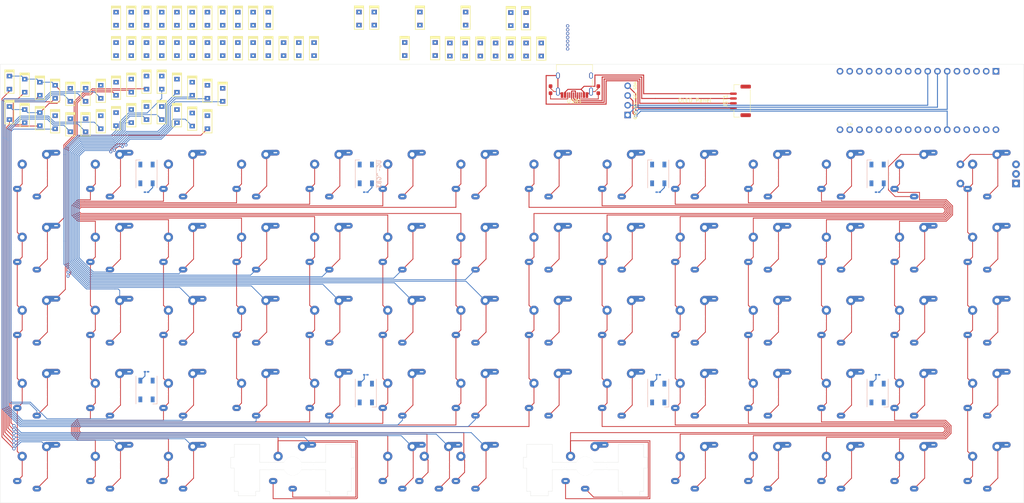
<source format=kicad_pcb>
(kicad_pcb (version 20171130) (host pcbnew "(5.1.10)-1")
  (layers (0 F.Cu signal) (31 B.Cu signal) (34 B.Paste user) (35 F.Paste user) (36 B.SilkS user) (37 F.SilkS user) (38 B.Mask user) (39 F.Mask user) (44 Edge.Cuts user))
  (net 0 "")
  (net 1 row0)
  (net 2 "Net-(D1-Pad2)")
  (net 3 "Net-(D2-Pad2)")
  (net 4 "Net-(D3-Pad2)")
  (net 5 "Net-(D4-Pad2)")
  (net 6 "Net-(D5-Pad2)")
  (net 7 "Net-(D6-Pad2)")
  (net 8 "Net-(D7-Pad2)")
  (net 9 "Net-(D8-Pad2)")
  (net 10 "Net-(D9-Pad2)")
  (net 11 "Net-(D10-Pad2)")
  (net 12 "Net-(D11-Pad2)")
  (net 13 "Net-(D12-Pad2)")
  (net 14 "Net-(D13-Pad2)")
  (net 15 "Net-(D14-Pad2)")
  (net 16 row1)
  (net 17 "Net-(D15-Pad2)")
  (net 18 "Net-(D16-Pad2)")
  (net 19 "Net-(D17-Pad2)")
  (net 20 "Net-(D18-Pad2)")
  (net 21 "Net-(D19-Pad2)")
  (net 22 "Net-(D20-Pad2)")
  (net 23 "Net-(D21-Pad2)")
  (net 24 "Net-(D22-Pad2)")
  (net 25 "Net-(D23-Pad2)")
  (net 26 "Net-(D24-Pad2)")
  (net 27 "Net-(D25-Pad2)")
  (net 28 "Net-(D26-Pad2)")
  (net 29 "Net-(D27-Pad2)")
  (net 30 "Net-(D28-Pad2)")
  (net 31 row2)
  (net 32 "Net-(D29-Pad2)")
  (net 33 "Net-(D30-Pad2)")
  (net 34 "Net-(D31-Pad2)")
  (net 35 "Net-(D32-Pad2)")
  (net 36 "Net-(D33-Pad2)")
  (net 37 "Net-(D34-Pad2)")
  (net 38 "Net-(D35-Pad2)")
  (net 39 "Net-(D36-Pad2)")
  (net 40 "Net-(D37-Pad2)")
  (net 41 "Net-(D38-Pad2)")
  (net 42 "Net-(D39-Pad2)")
  (net 43 "Net-(D40-Pad2)")
  (net 44 "Net-(D41-Pad2)")
  (net 45 "Net-(D42-Pad2)")
  (net 46 row3)
  (net 47 "Net-(D43-Pad2)")
  (net 48 "Net-(D44-Pad2)")
  (net 49 "Net-(D45-Pad2)")
  (net 50 "Net-(D46-Pad2)")
  (net 51 "Net-(D47-Pad2)")
  (net 52 "Net-(D48-Pad2)")
  (net 53 "Net-(D49-Pad2)")
  (net 54 "Net-(D50-Pad2)")
  (net 55 "Net-(D51-Pad2)")
  (net 56 "Net-(D52-Pad2)")
  (net 57 "Net-(D53-Pad2)")
  (net 58 "Net-(D54-Pad2)")
  (net 59 "Net-(D55-Pad2)")
  (net 60 "Net-(D56-Pad2)")
  (net 61 row4)
  (net 62 "Net-(D64-Pad2)")
  (net 63 "Net-(D65-Pad2)")
  (net 64 "Net-(D66-Pad2)")
  (net 65 "Net-(D67-Pad2)")
  (net 66 "Net-(D68-Pad2)")
  (net 67 "Net-(D69-Pad2)")
  (net 68 col0)
  (net 69 col1)
  (net 70 col2)
  (net 71 col3)
  (net 72 col4)
  (net 73 col5)
  (net 74 col6)
  (net 75 col7)
  (net 76 col8)
  (net 77 col9)
  (net 78 col10)
  (net 79 col11)
  (net 80 col12)
  (net 81 col13)
  (net 82 GND)
  (net 83 rotary_a)
  (net 84 "Net-(USB1-PadB8)")
  (net 85 "Net-(USB1-PadA8)")
  (net 86 "Net-(XA1-PadMISO)")
  (net 87 "Net-(XA1-PadA5)")
  (net 88 "Net-(XA1-PadA4)")
  (net 89 "Net-(XA1-PadA3)")
  (net 90 "Net-(XA1-PadA2)")
  (net 91 "Net-(XA1-PadA1)")
  (net 92 "Net-(XA1-PadD11)")
  (net 93 "Net-(XA1-PadD12)")
  (net 94 "Net-(XA1-PadD13)")
  (net 95 "Net-(XA1-PadAREF)")
  (net 96 "Net-(XA1-PadD10)")
  (net 97 "Net-(XA1-PadD9)")
  (net 98 "Net-(XA1-PadD8)")
  (net 99 "Net-(XA1-PadD7)")
  (net 100 "Net-(XA1-PadD6)")
  (net 101 "Net-(XA1-PadD5)")
  (net 102 "Net-(XA1-PadD4)")
  (net 103 "Net-(XA1-PadD1)")
  (net 104 "Net-(XA1-PadD0)")
  (net 105 "Net-(XA1-PadSS)")
  (net 106 "Net-(XA1-PadRST1)")
  (net 107 "Net-(XA1-Pad3V3)")
  (net 108 "Net-(XA1-PadVIN)")
  (net 109 "Net-(XA1-PadA0)")
  (net 110 "Net-(XA1-PadRST2)")
  (net 111 5V)
  (net 112 USB_VBUS)
  (net 113 USB_DATA-)
  (net 114 USB_DATA+)
  (net 115 USB_GND)
  (net 116 SCL)
  (net 117 SDA)
  (net 118 "Net-(R1-Pad2)")
  (net 119 "Net-(R2-Pad2)")
  (net 120 "Net-(UG-RGB1-Pad2)")
  (net 121 UNDERGLOW)
  (net 122 "Net-(UG-RGB2-Pad2)")
  (net 123 "Net-(UG-RGB3-Pad2)")
  (net 124 "Net-(UG-RGB4-Pad2)")
  (net 125 "Net-(UG-RGB5-Pad2)")
  (net 126 "Net-(UG-RGB6-Pad2)")
  (net 127 "Net-(UG-RGB7-Pad2)")
  (net 128 "Net-(UG-RGB8-Pad2)")
  (net 129 rotary_b)
  (net 130 "Net-(J2-Pad7)")
  (net 131 "Net-(J2-Pad6)")
  (net 132 "Net-(J2-Pad5)")
  (net 133 "Net-(J2-Pad4)")
  (net 134 "Net-(J2-Pad3)")
  (net 135 "Net-(J2-Pad2)")
  (net 136 "Net-(J2-Pad1)")
  (net 137 D63)
  (net 138 D57)
  (net 139 D58)
  (net 140 D59)
  (net 141 D60)
  (net 142 D61)
  (net 143 D62)
  (module Keebio-Parts:D_SOD123 (layer F.Cu) (at 93.6625 75.40625)
    (fp_text reference D44)
    (fp_text value 1N4148W hide)
    (pad 1 thru_hole rect (at 0 -1.7 270) (size 1.2 1.4) (drill 0.5) (layers *.Cu F.Mask) (net 46 row3))
    (pad 2 thru_hole rect (at 0 1.7 270) (size 1.2 1.4) (drill 0.5) (layers *.Cu F.Mask) (net 48 "Net-(D44-Pad2)"))
  )
  (module Keebio-Parts:D_SOD123 (layer F.Cu) (at 81.75625 73.025)
    (fp_text reference D60)
    (fp_text value 1N4148W hide)
    (pad 1 thru_hole rect (at 0 -1.7 270) (size 1.2 1.4) (drill 0.5) (layers *.Cu F.Mask) (net 61 row4))
    (pad 2 thru_hole rect (at 0 1.7 270) (size 1.2 1.4) (drill 0.5) (layers *.Cu F.Mask) (net 141 D60))
  )
  (module kbd:CherryMX_ChocV2_1u (layer F.Cu) (at 88.9 146.05)
    (fp_text reference SW43 hide)
    (fp_text value MX-NoLED hide)
    (pad 2 thru_hole circle (at 2.54 -5.08) (size 2.4 2.4) (drill 1.2) (layers *.Cu B.Mask) (net 47 "Net-(D43-Pad2)"))
    (pad 2 thru_hole oval (at 5 -5.55 0.5) (size 4.4 1.5) (drill oval 1 0.3 (offset -1.1 0)) (layers *.Cu B.Mask) (net 47 "Net-(D43-Pad2)"))
    (pad 1 thru_hole oval (at -5.1 3.9) (size 2.2 1.6) (drill oval 1 0.4) (layers *.Cu B.Mask) (net 68 col0))
    (pad "" np_thru_hole circle (at 0 0 90) (size 4.9 4.9) (drill 4.9) (layers *.Cu *.Mask))
    (pad "" np_thru_hole circle (at -5.5 0 90) (size 1.8 1.8) (drill 1.8) (layers *.Cu *.Mask))
    (pad "" np_thru_hole circle (at 5.5 0 90) (size 1.8 1.8) (drill 1.8) (layers *.Cu *.Mask))
    (pad 2 thru_hole oval (at 0 5.9) (size 2.2 1.5) (drill oval 1 0.3) (layers *.Cu B.Mask) (net 47 "Net-(D43-Pad2)"))
    (pad 1 thru_hole circle (at -3.81 -2.54) (size 2.4 2.4) (drill 1.2) (layers *.Cu B.Mask) (net 68 col0))
    (pad "" np_thru_hole circle (at 5.08 0) (size 1.7 1.7) (drill 1.7) (layers *.Cu *.Mask))
    (pad "" np_thru_hole circle (at -5.08 0) (size 1.7 1.7) (drill 1.7) (layers *.Cu *.Mask))
  )
  (module Connector_PinHeader_1.00mm:PinHeader_1x07_P1.00mm_Vertical (layer F.Cu) (at 227.203 50.292)
    (fp_text reference J2)
    (fp_text value Conn_01x07 hide)
    (pad 7 thru_hole oval (at 0 6) (size 0.85 0.85) (drill 0.5) (layers *.Cu) (net 130 "Net-(J2-Pad7)"))
    (pad 6 thru_hole oval (at 0 5) (size 0.85 0.85) (drill 0.5) (layers *.Cu) (net 131 "Net-(J2-Pad6)"))
    (pad 5 thru_hole oval (at 0 4) (size 0.85 0.85) (drill 0.5) (layers *.Cu) (net 132 "Net-(J2-Pad5)"))
    (pad 4 thru_hole oval (at 0 3) (size 0.85 0.85) (drill 0.5) (layers *.Cu) (net 133 "Net-(J2-Pad4)"))
    (pad 3 thru_hole oval (at 0 2) (size 0.85 0.85) (drill 0.5) (layers *.Cu) (net 134 "Net-(J2-Pad3)"))
    (pad 2 thru_hole oval (at 0 1) (size 0.85 0.85) (drill 0.5) (layers *.Cu) (net 135 "Net-(J2-Pad2)"))
    (pad 1 thru_hole circle (at 0 0) (size 0.85 0.85) (drill 0.5) (layers *.Cu) (net 136 "Net-(J2-Pad1)"))
  )
  (module Connector_PinHeader_1.00mm:PinHeader_1x07_P1.00mm_Vertical (layer F.Cu) (at 82.931 154.57504)
    (fp_text reference J1)
    (fp_text value Conn_01x07 hide)
    (pad 7 thru_hole oval (at 0 6) (size 0.85 0.85) (drill 0.5) (layers *.Cu) (net 138 D57))
    (pad 6 thru_hole oval (at 0 5) (size 0.85 0.85) (drill 0.5) (layers *.Cu) (net 139 D58))
    (pad 5 thru_hole oval (at 0 4) (size 0.85 0.85) (drill 0.5) (layers *.Cu) (net 140 D59))
    (pad 4 thru_hole oval (at 0 3) (size 0.85 0.85) (drill 0.5) (layers *.Cu) (net 141 D60))
    (pad 3 thru_hole oval (at 0 2) (size 0.85 0.85) (drill 0.5) (layers *.Cu) (net 142 D61))
    (pad 2 thru_hole oval (at 0 1) (size 0.85 0.85) (drill 0.5) (layers *.Cu) (net 143 D62))
    (pad 1 thru_hole circle (at 0 0) (size 0.85 0.85) (drill 0.5) (layers *.Cu) (net 137 D63))
  )
  (module Keebio-Parts:LongOvalCut (layer F.Cu) (at 212.725 155.575)
    (fp_text reference FlexCut2 hide)
    (fp_text value LongOvalCut hide)
    (pad "" np_thru_hole oval (at 0 0) (size 225 1) (drill oval 225 1) (layers *.Cu *.Mask))
  )
  (module kbd:CherryMX_ChocV2_1u (layer F.Cu) (at 88.9 107.95)
    (fp_text reference SW15 hide)
    (fp_text value MX-NoLED hide)
    (pad 2 thru_hole circle (at 2.54 -5.08) (size 2.4 2.4) (drill 1.2) (layers *.Cu B.Mask) (net 17 "Net-(D15-Pad2)"))
    (pad 2 thru_hole oval (at 5 -5.55 0.5) (size 4.4 1.5) (drill oval 1 0.3 (offset -1.1 0)) (layers *.Cu B.Mask) (net 17 "Net-(D15-Pad2)"))
    (pad 1 thru_hole oval (at -5.1 3.9) (size 2.2 1.6) (drill oval 1 0.4) (layers *.Cu B.Mask) (net 68 col0))
    (pad "" np_thru_hole circle (at 0 0 90) (size 4.9 4.9) (drill 4.9) (layers *.Cu *.Mask))
    (pad "" np_thru_hole circle (at -5.5 0 90) (size 1.8 1.8) (drill 1.8) (layers *.Cu *.Mask))
    (pad "" np_thru_hole circle (at 5.5 0 90) (size 1.8 1.8) (drill 1.8) (layers *.Cu *.Mask))
    (pad 2 thru_hole oval (at 0 5.9) (size 2.2 1.5) (drill oval 1 0.3) (layers *.Cu B.Mask) (net 17 "Net-(D15-Pad2)"))
    (pad 1 thru_hole circle (at -3.81 -2.54) (size 2.4 2.4) (drill 1.2) (layers *.Cu B.Mask) (net 68 col0))
    (pad "" np_thru_hole circle (at 5.08 0) (size 1.7 1.7) (drill 1.7) (layers *.Cu *.Mask))
    (pad "" np_thru_hole circle (at -5.08 0) (size 1.7 1.7) (drill 1.7) (layers *.Cu *.Mask))
  )
  (module kbd:CherryMX_ChocV2_1u (layer F.Cu) (at 88.9 165.1)
    (fp_text reference SW57 hide)
    (fp_text value MX-NoLED hide)
    (pad 2 thru_hole circle (at 2.54 -5.08) (size 2.4 2.4) (drill 1.2) (layers *.Cu B.Mask) (net 138 D57))
    (pad 2 thru_hole oval (at 5 -5.55 0.5) (size 4.4 1.5) (drill oval 1 0.3 (offset -1.1 0)) (layers *.Cu B.Mask) (net 138 D57))
    (pad 1 thru_hole oval (at -5.1 3.9) (size 2.2 1.6) (drill oval 1 0.4) (layers *.Cu B.Mask) (net 68 col0))
    (pad "" np_thru_hole circle (at 0 0 90) (size 4.9 4.9) (drill 4.9) (layers *.Cu *.Mask))
    (pad "" np_thru_hole circle (at -5.5 0 90) (size 1.8 1.8) (drill 1.8) (layers *.Cu *.Mask))
    (pad "" np_thru_hole circle (at 5.5 0 90) (size 1.8 1.8) (drill 1.8) (layers *.Cu *.Mask))
    (pad 2 thru_hole oval (at 0 5.9) (size 2.2 1.5) (drill oval 1 0.3) (layers *.Cu B.Mask) (net 138 D57))
    (pad 1 thru_hole circle (at -3.81 -2.54) (size 2.4 2.4) (drill 1.2) (layers *.Cu B.Mask) (net 68 col0))
    (pad "" np_thru_hole circle (at 5.08 0) (size 1.7 1.7) (drill 1.7) (layers *.Cu *.Mask))
    (pad "" np_thru_hole circle (at -5.08 0) (size 1.7 1.7) (drill 1.7) (layers *.Cu *.Mask))
  )
  (module Arduino:Arduino_Micro_Socket (layer F.Cu) (at 317.119 69.85)
    (fp_text reference XA1 hide)
    (fp_text value Arduino_Micro_Socket)
    (fp_text user 3.3V (at -16.4 6.096) (layer F.SilkS) (effects (font (size 0.5 0.5) (thickness 0.075))))
    (pad MISO thru_hole oval (at 19.16 7.51) (size 1.7272 1.7272) (drill 1.016) (layers *.Cu *.Mask) (net 86 "Net-(XA1-PadMISO)"))
    (pad A5 thru_hole oval (at 1.38 7.51) (size 1.7272 1.7272) (drill 1.016) (layers *.Cu *.Mask) (net 87 "Net-(XA1-PadA5)"))
    (pad A4 thru_hole oval (at -1.16 7.51) (size 1.7272 1.7272) (drill 1.016) (layers *.Cu *.Mask) (net 88 "Net-(XA1-PadA4)"))
    (pad A3 thru_hole oval (at -3.7 7.51) (size 1.7272 1.7272) (drill 1.016) (layers *.Cu *.Mask) (net 89 "Net-(XA1-PadA3)"))
    (pad A2 thru_hole oval (at -6.24 7.51) (size 1.7272 1.7272) (drill 1.016) (layers *.Cu *.Mask) (net 90 "Net-(XA1-PadA2)"))
    (pad A1 thru_hole oval (at -8.78 7.51) (size 1.7272 1.7272) (drill 1.016) (layers *.Cu *.Mask) (net 91 "Net-(XA1-PadA1)"))
    (pad "" thru_hole oval (at 6.46 7.51) (size 1.7272 1.7272) (drill 1.016) (layers *.Cu *.Mask))
    (pad D11 thru_hole oval (at -16.4 -7.73) (size 1.7272 1.7272) (drill 1.016) (layers *.Cu *.Mask) (net 92 "Net-(XA1-PadD11)"))
    (pad D12 thru_hole oval (at -18.94 -7.73) (size 1.7272 1.7272) (drill 1.016) (layers *.Cu *.Mask) (net 93 "Net-(XA1-PadD12)"))
    (pad D13 thru_hole oval (at -18.94 7.51) (size 1.7272 1.7272) (drill 1.016) (layers *.Cu *.Mask) (net 94 "Net-(XA1-PadD13)"))
    (pad AREF thru_hole oval (at -13.86 7.51) (size 1.7272 1.7272) (drill 1.016) (layers *.Cu *.Mask) (net 95 "Net-(XA1-PadAREF)"))
    (pad "" np_thru_hole circle (at -21.48 7.51) (size 1.016 1.016) (drill 1.016) (layers *.Cu *.Mask))
    (pad D10 thru_hole oval (at -13.86 -7.73) (size 1.7272 1.7272) (drill 1.016) (layers *.Cu *.Mask) (net 96 "Net-(XA1-PadD10)"))
    (pad D9 thru_hole oval (at -11.32 -7.73) (size 1.7272 1.7272) (drill 1.016) (layers *.Cu *.Mask) (net 97 "Net-(XA1-PadD9)"))
    (pad D8 thru_hole oval (at -8.78 -7.73) (size 1.7272 1.7272) (drill 1.016) (layers *.Cu *.Mask) (net 98 "Net-(XA1-PadD8)"))
    (pad D7 thru_hole oval (at -6.24 -7.73) (size 1.7272 1.7272) (drill 1.016) (layers *.Cu *.Mask) (net 99 "Net-(XA1-PadD7)"))
    (pad D6 thru_hole oval (at -3.7 -7.73) (size 1.7272 1.7272) (drill 1.016) (layers *.Cu *.Mask) (net 100 "Net-(XA1-PadD6)"))
    (pad D5 thru_hole oval (at -1.16 -7.73) (size 1.7272 1.7272) (drill 1.016) (layers *.Cu *.Mask) (net 101 "Net-(XA1-PadD5)"))
    (pad D4 thru_hole oval (at 1.38 -7.73) (size 1.7272 1.7272) (drill 1.016) (layers *.Cu *.Mask) (net 102 "Net-(XA1-PadD4)"))
    (pad D3 thru_hole oval (at 3.92 -7.73) (size 1.7272 1.7272) (drill 1.016) (layers *.Cu *.Mask) (net 116 SCL))
    (pad D2 thru_hole oval (at 6.46 -7.73) (size 1.7272 1.7272) (drill 1.016) (layers *.Cu *.Mask) (net 117 SDA))
    (pad D1 thru_hole oval (at 16.62 -7.73) (size 1.7272 1.7272) (drill 1.016) (layers *.Cu *.Mask) (net 103 "Net-(XA1-PadD1)"))
    (pad D0 thru_hole oval (at 14.08 -7.73) (size 1.7272 1.7272) (drill 1.016) (layers *.Cu *.Mask) (net 104 "Net-(XA1-PadD0)"))
    (pad SS thru_hole oval (at 19.16 -7.73) (size 1.7272 1.7272) (drill 1.016) (layers *.Cu *.Mask) (net 105 "Net-(XA1-PadSS)"))
    (pad RST1 thru_hole oval (at 11.54 7.51) (size 1.7272 1.7272) (drill 1.016) (layers *.Cu *.Mask) (net 106 "Net-(XA1-PadRST1)"))
    (pad 3V3 thru_hole oval (at -16.4 7.51) (size 1.7272 1.7272) (drill 1.016) (layers *.Cu *.Mask) (net 107 "Net-(XA1-Pad3V3)"))
    (pad 5V thru_hole oval (at 9 7.51) (size 1.7272 1.7272) (drill 1.016) (layers *.Cu *.Mask) (net 111 5V))
    (pad GND1 thru_hole oval (at 14.08 7.51) (size 1.7272 1.7272) (drill 1.016) (layers *.Cu *.Mask) (net 82 GND))
    (pad GND2 thru_hole oval (at 9 -7.73) (size 1.7272 1.7272) (drill 1.016) (layers *.Cu *.Mask) (net 82 GND))
    (pad VIN thru_hole oval (at 16.62 7.51) (size 1.7272 1.7272) (drill 1.016) (layers *.Cu *.Mask) (net 108 "Net-(XA1-PadVIN)"))
    (pad A0 thru_hole oval (at -11.32 7.51) (size 1.7272 1.7272) (drill 1.016) (layers *.Cu *.Mask) (net 109 "Net-(XA1-PadA0)"))
    (pad SCK thru_hole oval (at 21.7 7.51) (size 1.7272 1.7272) (drill 1.016) (layers *.Cu *.Mask) (net 129 rotary_b))
    (pad MOSI thru_hole rect (at 21.7 -7.73) (size 1.7272 1.7272) (drill 1.016) (layers *.Cu *.Mask) (net 83 rotary_a))
    (pad RST2 thru_hole oval (at 11.54 -7.73) (size 1.7272 1.7272) (drill 1.016) (layers *.Cu *.Mask) (net 110 "Net-(XA1-PadRST2)"))
    (pad "" thru_hole oval (at 3.92 7.51) (size 1.7272 1.7272) (drill 1.016) (layers *.Cu *.Mask))
    (pad "" np_thru_hole circle (at 24.24 7.51) (size 1.016 1.016) (drill 1.016) (layers *.Cu *.Mask))
    (pad "" np_thru_hole circle (at -21.48 -7.73) (size 1.016 1.016) (drill 1.016) (layers *.Cu *.Mask))
    (pad "" np_thru_hole circle (at 24.24 -7.73) (size 1.016 1.016) (drill 1.016) (layers *.Cu *.Mask))
  )
  (module Keebio-Parts:D_SOD123 (layer F.Cu) (at 145.25625 48.41875)
    (fp_text reference D69)
    (fp_text value 1N4148W hide)
    (pad 1 thru_hole rect (at 0 -1.7 270) (size 1.2 1.4) (drill 0.5) (layers *.Cu F.Mask) (net 61 row4))
    (pad 2 thru_hole rect (at 0 1.7 270) (size 1.2 1.4) (drill 0.5) (layers *.Cu F.Mask) (net 67 "Net-(D69-Pad2)"))
  )
  (module Keebio-Parts:D_SOD123 (layer F.Cu) (at 137.31875 48.41875)
    (fp_text reference D68)
    (fp_text value 1N4148W hide)
    (pad 1 thru_hole rect (at 0 -1.7 270) (size 1.2 1.4) (drill 0.5) (layers *.Cu F.Mask) (net 61 row4))
    (pad 2 thru_hole rect (at 0 1.7 270) (size 1.2 1.4) (drill 0.5) (layers *.Cu F.Mask) (net 66 "Net-(D68-Pad2)"))
  )
  (module Keebio-Parts:D_SOD123 (layer F.Cu) (at 129.38125 48.41875)
    (fp_text reference D67)
    (fp_text value 1N4148W hide)
    (pad 1 thru_hole rect (at 0 -1.7 270) (size 1.2 1.4) (drill 0.5) (layers *.Cu F.Mask) (net 61 row4))
    (pad 2 thru_hole rect (at 0 1.7 270) (size 1.2 1.4) (drill 0.5) (layers *.Cu F.Mask) (net 65 "Net-(D67-Pad2)"))
  )
  (module Keebio-Parts:D_SOD123 (layer F.Cu) (at 121.44375 48.41875)
    (fp_text reference D66)
    (fp_text value 1N4148W hide)
    (pad 1 thru_hole rect (at 0 -1.7 270) (size 1.2 1.4) (drill 0.5) (layers *.Cu F.Mask) (net 61 row4))
    (pad 2 thru_hole rect (at 0 1.7 270) (size 1.2 1.4) (drill 0.5) (layers *.Cu F.Mask) (net 64 "Net-(D66-Pad2)"))
  )
  (module Keebio-Parts:D_SOD123 (layer F.Cu) (at 113.50625 48.41875)
    (fp_text reference D65)
    (fp_text value 1N4148W hide)
    (pad 1 thru_hole rect (at 0 -1.7 270) (size 1.2 1.4) (drill 0.5) (layers *.Cu F.Mask) (net 61 row4))
    (pad 2 thru_hole rect (at 0 1.7 270) (size 1.2 1.4) (drill 0.5) (layers *.Cu F.Mask) (net 63 "Net-(D65-Pad2)"))
  )
  (module Keebio-Parts:D_SOD123 (layer F.Cu) (at 109.5375 48.41875)
    (fp_text reference D64)
    (fp_text value 1N4148W hide)
    (pad 1 thru_hole rect (at 0 -1.7 270) (size 1.2 1.4) (drill 0.5) (layers *.Cu F.Mask) (net 61 row4))
    (pad 2 thru_hole rect (at 0 1.7 270) (size 1.2 1.4) (drill 0.5) (layers *.Cu F.Mask) (net 62 "Net-(D64-Pad2)"))
  )
  (module Keebio-Parts:D_SOD123 (layer F.Cu) (at 89.69375 74.6125)
    (fp_text reference D63)
    (fp_text value 1N4148W hide)
    (pad 1 thru_hole rect (at 0 -1.7 270) (size 1.2 1.4) (drill 0.5) (layers *.Cu F.Mask) (net 61 row4))
    (pad 2 thru_hole rect (at 0 1.7 270) (size 1.2 1.4) (drill 0.5) (layers *.Cu F.Mask) (net 137 D63))
  )
  (module Keebio-Parts:D_SOD123 (layer F.Cu) (at 85.725 73.81875)
    (fp_text reference D62)
    (fp_text value 1N4148W hide)
    (pad 1 thru_hole rect (at 0 -1.7 270) (size 1.2 1.4) (drill 0.5) (layers *.Cu F.Mask) (net 61 row4))
    (pad 2 thru_hole rect (at 0 1.7 270) (size 1.2 1.4) (drill 0.5) (layers *.Cu F.Mask) (net 143 D62))
  )
  (module Keebio-Parts:D_SOD123 (layer F.Cu) (at 93.6625 67.46875)
    (fp_text reference D61)
    (fp_text value 1N4148W hide)
    (pad 1 thru_hole rect (at 0 -1.7 270) (size 1.2 1.4) (drill 0.5) (layers *.Cu F.Mask) (net 61 row4))
    (pad 2 thru_hole rect (at 0 1.7 270) (size 1.2 1.4) (drill 0.5) (layers *.Cu F.Mask) (net 142 D61))
  )
  (module Keebio-Parts:D_SOD123 (layer F.Cu) (at 89.69375 66.675)
    (fp_text reference D59)
    (fp_text value 1N4148W hide)
    (pad 1 thru_hole rect (at 0 -1.7 270) (size 1.2 1.4) (drill 0.5) (layers *.Cu F.Mask) (net 61 row4))
    (pad 2 thru_hole rect (at 0 1.7 270) (size 1.2 1.4) (drill 0.5) (layers *.Cu F.Mask) (net 140 D59))
  )
  (module Keebio-Parts:D_SOD123 (layer F.Cu) (at 85.725 65.88125)
    (fp_text reference D58)
    (fp_text value 1N4148W hide)
    (pad 1 thru_hole rect (at 0 -1.7 270) (size 1.2 1.4) (drill 0.5) (layers *.Cu F.Mask) (net 61 row4))
    (pad 2 thru_hole rect (at 0 1.7 270) (size 1.2 1.4) (drill 0.5) (layers *.Cu F.Mask) (net 139 D58))
  )
  (module Keebio-Parts:D_SOD123 (layer F.Cu) (at 81.75625 65.0875)
    (fp_text reference D57)
    (fp_text value 1N4148W hide)
    (pad 1 thru_hole rect (at 0 -1.7 270) (size 1.2 1.4) (drill 0.5) (layers *.Cu F.Mask) (net 61 row4))
    (pad 2 thru_hole rect (at 0 1.7 270) (size 1.2 1.4) (drill 0.5) (layers *.Cu F.Mask) (net 138 D57))
  )
  (module Keebio-Parts:D_SOD123 (layer F.Cu) (at 149.225 48.41875)
    (fp_text reference D56)
    (fp_text value 1N4148W hide)
    (pad 1 thru_hole rect (at 0 -1.7 270) (size 1.2 1.4) (drill 0.5) (layers *.Cu F.Mask) (net 46 row3))
    (pad 2 thru_hole rect (at 0 1.7 270) (size 1.2 1.4) (drill 0.5) (layers *.Cu F.Mask) (net 60 "Net-(D56-Pad2)"))
  )
  (module Keebio-Parts:D_SOD123 (layer F.Cu) (at 141.2875 48.41875)
    (fp_text reference D55)
    (fp_text value 1N4148W hide)
    (pad 1 thru_hole rect (at 0 -1.7 270) (size 1.2 1.4) (drill 0.5) (layers *.Cu F.Mask) (net 46 row3))
    (pad 2 thru_hole rect (at 0 1.7 270) (size 1.2 1.4) (drill 0.5) (layers *.Cu F.Mask) (net 59 "Net-(D55-Pad2)"))
  )
  (module Keebio-Parts:D_SOD123 (layer F.Cu) (at 133.35 48.41875)
    (fp_text reference D54)
    (fp_text value 1N4148W hide)
    (pad 1 thru_hole rect (at 0 -1.7 270) (size 1.2 1.4) (drill 0.5) (layers *.Cu F.Mask) (net 46 row3))
    (pad 2 thru_hole rect (at 0 1.7 270) (size 1.2 1.4) (drill 0.5) (layers *.Cu F.Mask) (net 58 "Net-(D54-Pad2)"))
  )
  (module Keebio-Parts:D_SOD123 (layer F.Cu) (at 125.4125 48.41875)
    (fp_text reference D53)
    (fp_text value 1N4148W hide)
    (pad 1 thru_hole rect (at 0 -1.7 270) (size 1.2 1.4) (drill 0.5) (layers *.Cu F.Mask) (net 46 row3))
    (pad 2 thru_hole rect (at 0 1.7 270) (size 1.2 1.4) (drill 0.5) (layers *.Cu F.Mask) (net 57 "Net-(D53-Pad2)"))
  )
  (module Keebio-Parts:D_SOD123 (layer F.Cu) (at 117.475 48.41875)
    (fp_text reference D52)
    (fp_text value 1N4148W hide)
    (pad 1 thru_hole rect (at 0 -1.7 270) (size 1.2 1.4) (drill 0.5) (layers *.Cu F.Mask) (net 46 row3))
    (pad 2 thru_hole rect (at 0 1.7 270) (size 1.2 1.4) (drill 0.5) (layers *.Cu F.Mask) (net 56 "Net-(D52-Pad2)"))
  )
  (module Keebio-Parts:D_SOD123 (layer F.Cu) (at 212.4075 48.514)
    (fp_text reference D51)
    (fp_text value 1N4148W hide)
    (pad 1 thru_hole rect (at 0 -1.7 270) (size 1.2 1.4) (drill 0.5) (layers *.Cu F.Mask) (net 46 row3))
    (pad 2 thru_hole rect (at 0 1.7 270) (size 1.2 1.4) (drill 0.5) (layers *.Cu F.Mask) (net 55 "Net-(D51-Pad2)"))
  )
  (module Keebio-Parts:D_SOD123 (layer F.Cu) (at 208.43875 56.4515)
    (fp_text reference D50)
    (fp_text value 1N4148W hide)
    (pad 1 thru_hole rect (at 0 -1.7 270) (size 1.2 1.4) (drill 0.5) (layers *.Cu F.Mask) (net 46 row3))
    (pad 2 thru_hole rect (at 0 1.7 270) (size 1.2 1.4) (drill 0.5) (layers *.Cu F.Mask) (net 54 "Net-(D50-Pad2)"))
  )
  (module Keebio-Parts:D_SOD123 (layer F.Cu) (at 105.56875 67.46875)
    (fp_text reference D49)
    (fp_text value 1N4148W hide)
    (pad 1 thru_hole rect (at 0 -1.7 270) (size 1.2 1.4) (drill 0.5) (layers *.Cu F.Mask) (net 46 row3))
    (pad 2 thru_hole rect (at 0 1.7 270) (size 1.2 1.4) (drill 0.5) (layers *.Cu F.Mask) (net 53 "Net-(D49-Pad2)"))
  )
  (module Keebio-Parts:D_SOD123 (layer F.Cu) (at 101.6 68.2625)
    (fp_text reference D48)
    (fp_text value 1N4148W hide)
    (pad 1 thru_hole rect (at 0 -1.7 270) (size 1.2 1.4) (drill 0.5) (layers *.Cu F.Mask) (net 46 row3))
    (pad 2 thru_hole rect (at 0 1.7 270) (size 1.2 1.4) (drill 0.5) (layers *.Cu F.Mask) (net 52 "Net-(D48-Pad2)"))
  )
  (module Keebio-Parts:D_SOD123 (layer F.Cu) (at 97.63125 68.2625)
    (fp_text reference D47)
    (fp_text value 1N4148W hide)
    (pad 1 thru_hole rect (at 0 -1.7 270) (size 1.2 1.4) (drill 0.5) (layers *.Cu F.Mask) (net 46 row3))
    (pad 2 thru_hole rect (at 0 1.7 270) (size 1.2 1.4) (drill 0.5) (layers *.Cu F.Mask) (net 51 "Net-(D47-Pad2)"))
  )
  (module Keebio-Parts:D_SOD123 (layer F.Cu) (at 105.56875 75.40625)
    (fp_text reference D46)
    (fp_text value 1N4148W hide)
    (pad 1 thru_hole rect (at 0 -1.7 270) (size 1.2 1.4) (drill 0.5) (layers *.Cu F.Mask) (net 46 row3))
    (pad 2 thru_hole rect (at 0 1.7 270) (size 1.2 1.4) (drill 0.5) (layers *.Cu F.Mask) (net 50 "Net-(D46-Pad2)"))
  )
  (module Keebio-Parts:D_SOD123 (layer F.Cu) (at 101.6 76.2)
    (fp_text reference D45)
    (fp_text value 1N4148W hide)
    (pad 1 thru_hole rect (at 0 -1.7 270) (size 1.2 1.4) (drill 0.5) (layers *.Cu F.Mask) (net 46 row3))
    (pad 2 thru_hole rect (at 0 1.7 270) (size 1.2 1.4) (drill 0.5) (layers *.Cu F.Mask) (net 49 "Net-(D45-Pad2)"))
  )
  (module Keebio-Parts:D_SOD123 (layer F.Cu) (at 97.63125 76.2)
    (fp_text reference D43)
    (fp_text value 1N4148W hide)
    (pad 1 thru_hole rect (at 0 -1.7 270) (size 1.2 1.4) (drill 0.5) (layers *.Cu F.Mask) (net 46 row3))
    (pad 2 thru_hole rect (at 0 1.7 270) (size 1.2 1.4) (drill 0.5) (layers *.Cu F.Mask) (net 47 "Net-(D43-Pad2)"))
  )
  (module Keebio-Parts:D_SOD123 (layer F.Cu) (at 161.13125 56.35625)
    (fp_text reference D42)
    (fp_text value 1N4148W hide)
    (pad 1 thru_hole rect (at 0 -1.7 270) (size 1.2 1.4) (drill 0.5) (layers *.Cu F.Mask) (net 31 row2))
    (pad 2 thru_hole rect (at 0 1.7 270) (size 1.2 1.4) (drill 0.5) (layers *.Cu F.Mask) (net 45 "Net-(D42-Pad2)"))
  )
  (module Keebio-Parts:D_SOD123 (layer F.Cu) (at 157.1625 56.35625)
    (fp_text reference D41)
    (fp_text value 1N4148W hide)
    (pad 1 thru_hole rect (at 0 -1.7 270) (size 1.2 1.4) (drill 0.5) (layers *.Cu F.Mask) (net 31 row2))
    (pad 2 thru_hole rect (at 0 1.7 270) (size 1.2 1.4) (drill 0.5) (layers *.Cu F.Mask) (net 44 "Net-(D41-Pad2)"))
  )
  (module Keebio-Parts:D_SOD123 (layer F.Cu) (at 149.225 56.35625)
    (fp_text reference D40)
    (fp_text value 1N4148W hide)
    (pad 1 thru_hole rect (at 0 -1.7 270) (size 1.2 1.4) (drill 0.5) (layers *.Cu F.Mask) (net 31 row2))
    (pad 2 thru_hole rect (at 0 1.7 270) (size 1.2 1.4) (drill 0.5) (layers *.Cu F.Mask) (net 43 "Net-(D40-Pad2)"))
  )
  (module Keebio-Parts:D_SOD123 (layer F.Cu) (at 141.2875 56.35625)
    (fp_text reference D39)
    (fp_text value 1N4148W hide)
    (pad 1 thru_hole rect (at 0 -1.7 270) (size 1.2 1.4) (drill 0.5) (layers *.Cu F.Mask) (net 31 row2))
    (pad 2 thru_hole rect (at 0 1.7 270) (size 1.2 1.4) (drill 0.5) (layers *.Cu F.Mask) (net 42 "Net-(D39-Pad2)"))
  )
  (module Keebio-Parts:D_SOD123 (layer F.Cu) (at 220.345 56.4515)
    (fp_text reference D38)
    (fp_text value 1N4148W hide)
    (pad 1 thru_hole rect (at 0 -1.7 270) (size 1.2 1.4) (drill 0.5) (layers *.Cu F.Mask) (net 31 row2))
    (pad 2 thru_hole rect (at 0 1.7 270) (size 1.2 1.4) (drill 0.5) (layers *.Cu F.Mask) (net 41 "Net-(D38-Pad2)"))
  )
  (module Keebio-Parts:D_SOD123 (layer F.Cu) (at 204.47 56.4515)
    (fp_text reference D37)
    (fp_text value 1N4148W hide)
    (pad 1 thru_hole rect (at 0 -1.7 270) (size 1.2 1.4) (drill 0.5) (layers *.Cu F.Mask) (net 31 row2))
    (pad 2 thru_hole rect (at 0 1.7 270) (size 1.2 1.4) (drill 0.5) (layers *.Cu F.Mask) (net 40 "Net-(D37-Pad2)"))
  )
  (module Keebio-Parts:D_SOD123 (layer F.Cu) (at 192.69075 56.3245)
    (fp_text reference D36)
    (fp_text value 1N4148W hide)
    (pad 1 thru_hole rect (at 0 -1.7 270) (size 1.2 1.4) (drill 0.5) (layers *.Cu F.Mask) (net 31 row2))
    (pad 2 thru_hole rect (at 0 1.7 270) (size 1.2 1.4) (drill 0.5) (layers *.Cu F.Mask) (net 39 "Net-(D36-Pad2)"))
  )
  (module Keebio-Parts:D_SOD123 (layer F.Cu) (at 113.50625 73.81875)
    (fp_text reference D35)
    (fp_text value 1N4148W hide)
    (pad 1 thru_hole rect (at 0 -1.7 270) (size 1.2 1.4) (drill 0.5) (layers *.Cu F.Mask) (net 31 row2))
    (pad 2 thru_hole rect (at 0 1.7 270) (size 1.2 1.4) (drill 0.5) (layers *.Cu F.Mask) (net 38 "Net-(D35-Pad2)"))
  )
  (module Keebio-Parts:D_SOD123 (layer F.Cu) (at 117.475 73.025)
    (fp_text reference D34)
    (fp_text value 1N4148W hide)
    (pad 1 thru_hole rect (at 0 -1.7 270) (size 1.2 1.4) (drill 0.5) (layers *.Cu F.Mask) (net 31 row2))
    (pad 2 thru_hole rect (at 0 1.7 270) (size 1.2 1.4) (drill 0.5) (layers *.Cu F.Mask) (net 37 "Net-(D34-Pad2)"))
  )
  (module Keebio-Parts:D_SOD123 (layer F.Cu) (at 121.44375 73.025)
    (fp_text reference D33)
    (fp_text value 1N4148W hide)
    (pad 1 thru_hole rect (at 0 -1.7 270) (size 1.2 1.4) (drill 0.5) (layers *.Cu F.Mask) (net 31 row2))
    (pad 2 thru_hole rect (at 0 1.7 270) (size 1.2 1.4) (drill 0.5) (layers *.Cu F.Mask) (net 36 "Net-(D33-Pad2)"))
  )
  (module Keebio-Parts:D_SOD123 (layer F.Cu) (at 121.44375 65.0875)
    (fp_text reference D32)
    (fp_text value 1N4148W hide)
    (pad 1 thru_hole rect (at 0 -1.7 270) (size 1.2 1.4) (drill 0.5) (layers *.Cu F.Mask) (net 31 row2))
    (pad 2 thru_hole rect (at 0 1.7 270) (size 1.2 1.4) (drill 0.5) (layers *.Cu F.Mask) (net 35 "Net-(D32-Pad2)"))
  )
  (module Keebio-Parts:D_SOD123 (layer F.Cu) (at 109.5375 74.6125)
    (fp_text reference D31)
    (fp_text value 1N4148W hide)
    (pad 1 thru_hole rect (at 0 -1.7 270) (size 1.2 1.4) (drill 0.5) (layers *.Cu F.Mask) (net 31 row2))
    (pad 2 thru_hole rect (at 0 1.7 270) (size 1.2 1.4) (drill 0.5) (layers *.Cu F.Mask) (net 34 "Net-(D31-Pad2)"))
  )
  (module Keebio-Parts:D_SOD123 (layer F.Cu) (at 109.5375 66.675)
    (fp_text reference D30)
    (fp_text value 1N4148W hide)
    (pad 1 thru_hole rect (at 0 -1.7 270) (size 1.2 1.4) (drill 0.5) (layers *.Cu F.Mask) (net 31 row2))
    (pad 2 thru_hole rect (at 0 1.7 270) (size 1.2 1.4) (drill 0.5) (layers *.Cu F.Mask) (net 33 "Net-(D30-Pad2)"))
  )
  (module Keebio-Parts:D_SOD123 (layer F.Cu) (at 113.50625 65.88125)
    (fp_text reference D29)
    (fp_text value 1N4148W hide)
    (pad 1 thru_hole rect (at 0 -1.7 270) (size 1.2 1.4) (drill 0.5) (layers *.Cu F.Mask) (net 31 row2))
    (pad 2 thru_hole rect (at 0 1.7 270) (size 1.2 1.4) (drill 0.5) (layers *.Cu F.Mask) (net 32 "Net-(D29-Pad2)"))
  )
  (module Keebio-Parts:D_SOD123 (layer F.Cu) (at 109.5375 56.35625)
    (fp_text reference D28)
    (fp_text value 1N4148W hide)
    (pad 1 thru_hole rect (at 0 -1.7 270) (size 1.2 1.4) (drill 0.5) (layers *.Cu F.Mask) (net 16 row1))
    (pad 2 thru_hole rect (at 0 1.7 270) (size 1.2 1.4) (drill 0.5) (layers *.Cu F.Mask) (net 30 "Net-(D28-Pad2)"))
  )
  (module Keebio-Parts:D_SOD123 (layer F.Cu) (at 153.19375 56.35625)
    (fp_text reference D27)
    (fp_text value 1N4148W hide)
    (pad 1 thru_hole rect (at 0 -1.7 270) (size 1.2 1.4) (drill 0.5) (layers *.Cu F.Mask) (net 16 row1))
    (pad 2 thru_hole rect (at 0 1.7 270) (size 1.2 1.4) (drill 0.5) (layers *.Cu F.Mask) (net 29 "Net-(D27-Pad2)"))
  )
  (module Keebio-Parts:D_SOD123 (layer F.Cu) (at 145.25625 56.35625)
    (fp_text reference D26)
    (fp_text value 1N4148W hide)
    (pad 1 thru_hole rect (at 0 -1.7 270) (size 1.2 1.4) (drill 0.5) (layers *.Cu F.Mask) (net 16 row1))
    (pad 2 thru_hole rect (at 0 1.7 270) (size 1.2 1.4) (drill 0.5) (layers *.Cu F.Mask) (net 28 "Net-(D26-Pad2)"))
  )
  (module Keebio-Parts:D_SOD123 (layer F.Cu) (at 137.31875 56.35625)
    (fp_text reference D25)
    (fp_text value 1N4148W hide)
    (pad 1 thru_hole rect (at 0 -1.7 270) (size 1.2 1.4) (drill 0.5) (layers *.Cu F.Mask) (net 16 row1))
    (pad 2 thru_hole rect (at 0 1.7 270) (size 1.2 1.4) (drill 0.5) (layers *.Cu F.Mask) (net 27 "Net-(D25-Pad2)"))
  )
  (module Keebio-Parts:D_SOD123 (layer F.Cu) (at 133.35 56.35625)
    (fp_text reference D24)
    (fp_text value 1N4148W hide)
    (pad 1 thru_hole rect (at 0 -1.7 270) (size 1.2 1.4) (drill 0.5) (layers *.Cu F.Mask) (net 16 row1))
    (pad 2 thru_hole rect (at 0 1.7 270) (size 1.2 1.4) (drill 0.5) (layers *.Cu F.Mask) (net 26 "Net-(D24-Pad2)"))
  )
  (module Keebio-Parts:D_SOD123 (layer F.Cu) (at 216.37625 56.4515)
    (fp_text reference D23)
    (fp_text value 1N4148W hide)
    (pad 1 thru_hole rect (at 0 -1.7 270) (size 1.2 1.4) (drill 0.5) (layers *.Cu F.Mask) (net 16 row1))
    (pad 2 thru_hole rect (at 0 1.7 270) (size 1.2 1.4) (drill 0.5) (layers *.Cu F.Mask) (net 25 "Net-(D23-Pad2)"))
  )
  (module Keebio-Parts:D_SOD123 (layer F.Cu) (at 200.50125 56.4515)
    (fp_text reference D22)
    (fp_text value 1N4148W hide)
    (pad 1 thru_hole rect (at 0 -1.7 270) (size 1.2 1.4) (drill 0.5) (layers *.Cu F.Mask) (net 16 row1))
    (pad 2 thru_hole rect (at 0 1.7 270) (size 1.2 1.4) (drill 0.5) (layers *.Cu F.Mask) (net 24 "Net-(D22-Pad2)"))
  )
  (module Keebio-Parts:D_SOD123 (layer F.Cu) (at 125.4125 65.88125)
    (fp_text reference D21)
    (fp_text value 1N4148W hide)
    (pad 1 thru_hole rect (at 0 -1.7 270) (size 1.2 1.4) (drill 0.5) (layers *.Cu F.Mask) (net 16 row1))
    (pad 2 thru_hole rect (at 0 1.7 270) (size 1.2 1.4) (drill 0.5) (layers *.Cu F.Mask) (net 23 "Net-(D21-Pad2)"))
  )
  (module Keebio-Parts:D_SOD123 (layer F.Cu) (at 129.38125 66.675)
    (fp_text reference D20)
    (fp_text value 1N4148W hide)
    (pad 1 thru_hole rect (at 0 -1.7 270) (size 1.2 1.4) (drill 0.5) (layers *.Cu F.Mask) (net 16 row1))
    (pad 2 thru_hole rect (at 0 1.7 270) (size 1.2 1.4) (drill 0.5) (layers *.Cu F.Mask) (net 22 "Net-(D20-Pad2)"))
  )
  (module Keebio-Parts:D_SOD123 (layer F.Cu) (at 133.35 67.46875)
    (fp_text reference D19)
    (fp_text value 1N4148W hide)
    (pad 1 thru_hole rect (at 0 -1.7 270) (size 1.2 1.4) (drill 0.5) (layers *.Cu F.Mask) (net 16 row1))
    (pad 2 thru_hole rect (at 0 1.7 270) (size 1.2 1.4) (drill 0.5) (layers *.Cu F.Mask) (net 21 "Net-(D19-Pad2)"))
  )
  (module Keebio-Parts:D_SOD123 (layer F.Cu) (at 137.31875 68.2625)
    (fp_text reference D18)
    (fp_text value 1N4148W hide)
    (pad 1 thru_hole rect (at 0 -1.7 270) (size 1.2 1.4) (drill 0.5) (layers *.Cu F.Mask) (net 16 row1))
    (pad 2 thru_hole rect (at 0 1.7 270) (size 1.2 1.4) (drill 0.5) (layers *.Cu F.Mask) (net 20 "Net-(D18-Pad2)"))
  )
  (module Keebio-Parts:D_SOD123 (layer F.Cu) (at 129.38125 74.725)
    (fp_text reference D17)
    (fp_text value 1N4148W hide)
    (pad 1 thru_hole rect (at 0 -1.7 270) (size 1.2 1.4) (drill 0.5) (layers *.Cu F.Mask) (net 16 row1))
    (pad 2 thru_hole rect (at 0 1.7 270) (size 1.2 1.4) (drill 0.5) (layers *.Cu F.Mask) (net 19 "Net-(D17-Pad2)"))
  )
  (module Keebio-Parts:D_SOD123 (layer F.Cu) (at 125.4125 73.81875)
    (fp_text reference D16)
    (fp_text value 1N4148W hide)
    (pad 1 thru_hole rect (at 0 -1.7 270) (size 1.2 1.4) (drill 0.5) (layers *.Cu F.Mask) (net 16 row1))
    (pad 2 thru_hole rect (at 0 1.7 270) (size 1.2 1.4) (drill 0.5) (layers *.Cu F.Mask) (net 18 "Net-(D16-Pad2)"))
  )
  (module Keebio-Parts:D_SOD123 (layer F.Cu) (at 117.475 65.0875)
    (fp_text reference D15)
    (fp_text value 1N4148W hide)
    (pad 1 thru_hole rect (at 0 -1.7 270) (size 1.2 1.4) (drill 0.5) (layers *.Cu F.Mask) (net 16 row1))
    (pad 2 thru_hole rect (at 0 1.7 270) (size 1.2 1.4) (drill 0.5) (layers *.Cu F.Mask) (net 17 "Net-(D15-Pad2)"))
  )
  (module Keebio-Parts:D_SOD123 (layer F.Cu) (at 129.38125 56.35625)
    (fp_text reference D14)
    (fp_text value 1N4148W hide)
    (pad 1 thru_hole rect (at 0 -1.7 270) (size 1.2 1.4) (drill 0.5) (layers *.Cu F.Mask) (net 1 row0))
    (pad 2 thru_hole rect (at 0 1.7 270) (size 1.2 1.4) (drill 0.5) (layers *.Cu F.Mask) (net 15 "Net-(D14-Pad2)"))
  )
  (module Keebio-Parts:D_SOD123 (layer F.Cu) (at 125.4125 56.35625)
    (fp_text reference D13)
    (fp_text value 1N4148W hide)
    (pad 1 thru_hole rect (at 0 -1.7 270) (size 1.2 1.4) (drill 0.5) (layers *.Cu F.Mask) (net 1 row0))
    (pad 2 thru_hole rect (at 0 1.7 270) (size 1.2 1.4) (drill 0.5) (layers *.Cu F.Mask) (net 14 "Net-(D13-Pad2)"))
  )
  (module Keebio-Parts:D_SOD123 (layer F.Cu) (at 121.44375 56.35625)
    (fp_text reference D12)
    (fp_text value 1N4148W hide)
    (pad 1 thru_hole rect (at 0 -1.7 270) (size 1.2 1.4) (drill 0.5) (layers *.Cu F.Mask) (net 1 row0))
    (pad 2 thru_hole rect (at 0 1.7 270) (size 1.2 1.4) (drill 0.5) (layers *.Cu F.Mask) (net 13 "Net-(D12-Pad2)"))
  )
  (module Keebio-Parts:D_SOD123 (layer F.Cu) (at 117.475 56.35625)
    (fp_text reference D11)
    (fp_text value 1N4148W hide)
    (pad 1 thru_hole rect (at 0 -1.7 270) (size 1.2 1.4) (drill 0.5) (layers *.Cu F.Mask) (net 1 row0))
    (pad 2 thru_hole rect (at 0 1.7 270) (size 1.2 1.4) (drill 0.5) (layers *.Cu F.Mask) (net 12 "Net-(D11-Pad2)"))
  )
  (module Keebio-Parts:D_SOD123 (layer F.Cu) (at 113.50625 56.35625)
    (fp_text reference D10)
    (fp_text value 1N4148W hide)
    (pad 1 thru_hole rect (at 0 -1.7 270) (size 1.2 1.4) (drill 0.5) (layers *.Cu F.Mask) (net 1 row0))
    (pad 2 thru_hole rect (at 0 1.7 270) (size 1.2 1.4) (drill 0.5) (layers *.Cu F.Mask) (net 11 "Net-(D10-Pad2)"))
  )
  (module Keebio-Parts:D_SOD123 (layer F.Cu) (at 216.37625 48.514)
    (fp_text reference D9)
    (fp_text value 1N4148W hide)
    (pad 1 thru_hole rect (at 0 -1.7 270) (size 1.2 1.4) (drill 0.5) (layers *.Cu F.Mask) (net 1 row0))
    (pad 2 thru_hole rect (at 0 1.7 270) (size 1.2 1.4) (drill 0.5) (layers *.Cu F.Mask) (net 10 "Net-(D9-Pad2)"))
  )
  (module Keebio-Parts:D_SOD123 (layer F.Cu) (at 212.4075 56.4515)
    (fp_text reference D8)
    (fp_text value 1N4148W hide)
    (pad 1 thru_hole rect (at 0 -1.7 270) (size 1.2 1.4) (drill 0.5) (layers *.Cu F.Mask) (net 1 row0))
    (pad 2 thru_hole rect (at 0 1.7 270) (size 1.2 1.4) (drill 0.5) (layers *.Cu F.Mask) (net 9 "Net-(D8-Pad2)"))
  )
  (module Keebio-Parts:D_SOD123 (layer F.Cu) (at 196.5325 56.4515)
    (fp_text reference D7)
    (fp_text value 1N4148W hide)
    (pad 1 thru_hole rect (at 0 -1.7 270) (size 1.2 1.4) (drill 0.5) (layers *.Cu F.Mask) (net 1 row0))
    (pad 2 thru_hole rect (at 0 1.7 270) (size 1.2 1.4) (drill 0.5) (layers *.Cu F.Mask) (net 8 "Net-(D7-Pad2)"))
  )
  (module Keebio-Parts:D_SOD123 (layer F.Cu) (at 184.75325 56.3245)
    (fp_text reference D6)
    (fp_text value 1N4148W hide)
    (pad 1 thru_hole rect (at 0 -1.7 270) (size 1.2 1.4) (drill 0.5) (layers *.Cu F.Mask) (net 1 row0))
    (pad 2 thru_hole rect (at 0 1.7 270) (size 1.2 1.4) (drill 0.5) (layers *.Cu F.Mask) (net 7 "Net-(D6-Pad2)"))
  )
  (module Keebio-Parts:D_SOD123 (layer F.Cu) (at 200.62825 48.387)
    (fp_text reference D5)
    (fp_text value 1N4148W hide)
    (pad 1 thru_hole rect (at 0 -1.7 270) (size 1.2 1.4) (drill 0.5) (layers *.Cu F.Mask) (net 1 row0))
    (pad 2 thru_hole rect (at 0 1.7 270) (size 1.2 1.4) (drill 0.5) (layers *.Cu F.Mask) (net 6 "Net-(D5-Pad2)"))
  )
  (module Keebio-Parts:D_SOD123 (layer F.Cu) (at 188.722 48.387)
    (fp_text reference D4)
    (fp_text value 1N4148W hide)
    (pad 1 thru_hole rect (at 0 -1.7 270) (size 1.2 1.4) (drill 0.5) (layers *.Cu F.Mask) (net 1 row0))
    (pad 2 thru_hole rect (at 0 1.7 270) (size 1.2 1.4) (drill 0.5) (layers *.Cu F.Mask) (net 5 "Net-(D4-Pad2)"))
  )
  (module Keebio-Parts:D_SOD123 (layer F.Cu) (at 176.81575 48.387)
    (fp_text reference D3)
    (fp_text value 1N4148W hide)
    (pad 1 thru_hole rect (at 0 -1.7 270) (size 1.2 1.4) (drill 0.5) (layers *.Cu F.Mask) (net 1 row0))
    (pad 2 thru_hole rect (at 0 1.7 270) (size 1.2 1.4) (drill 0.5) (layers *.Cu F.Mask) (net 4 "Net-(D3-Pad2)"))
  )
  (module Keebio-Parts:D_SOD123 (layer F.Cu) (at 172.847 48.387)
    (fp_text reference D2)
    (fp_text value 1N4148W hide)
    (pad 1 thru_hole rect (at 0 -1.7 270) (size 1.2 1.4) (drill 0.5) (layers *.Cu F.Mask) (net 1 row0))
    (pad 2 thru_hole rect (at 0 1.7 270) (size 1.2 1.4) (drill 0.5) (layers *.Cu F.Mask) (net 3 "Net-(D2-Pad2)"))
  )
  (module Keebio-Parts:D_SOD123 (layer F.Cu) (at 133.35 75.40625)
    (fp_text reference D1)
    (fp_text value 1N4148W hide)
    (pad 1 thru_hole rect (at 0 -1.7 270) (size 1.2 1.4) (drill 0.5) (layers *.Cu F.Mask) (net 1 row0))
    (pad 2 thru_hole rect (at 0 1.7 270) (size 1.2 1.4) (drill 0.5) (layers *.Cu F.Mask) (net 2 "Net-(D1-Pad2)"))
  )
  (module kbd:CherryMX_ChocV2_1u (layer F.Cu) (at 184.15 107.95)
    (fp_text reference SW20 hide)
    (fp_text value MX-NoLED hide)
    (pad 2 thru_hole circle (at 2.54 -5.08) (size 2.4 2.4) (drill 1.2) (layers *.Cu B.Mask) (net 22 "Net-(D20-Pad2)"))
    (pad 2 thru_hole oval (at 5 -5.55 0.5) (size 4.4 1.5) (drill oval 1 0.3 (offset -1.1 0)) (layers *.Cu B.Mask) (net 22 "Net-(D20-Pad2)"))
    (pad 1 thru_hole oval (at -5.1 3.9) (size 2.2 1.6) (drill oval 1 0.4) (layers *.Cu B.Mask) (net 73 col5))
    (pad "" np_thru_hole circle (at 0 0 90) (size 4.9 4.9) (drill 4.9) (layers *.Cu *.Mask))
    (pad "" np_thru_hole circle (at -5.5 0 90) (size 1.8 1.8) (drill 1.8) (layers *.Cu *.Mask))
    (pad "" np_thru_hole circle (at 5.5 0 90) (size 1.8 1.8) (drill 1.8) (layers *.Cu *.Mask))
    (pad 2 thru_hole oval (at 0 5.9) (size 2.2 1.5) (drill oval 1 0.3) (layers *.Cu B.Mask) (net 22 "Net-(D20-Pad2)"))
    (pad 1 thru_hole circle (at -3.81 -2.54) (size 2.4 2.4) (drill 1.2) (layers *.Cu B.Mask) (net 73 col5))
    (pad "" np_thru_hole circle (at 5.08 0) (size 1.7 1.7) (drill 1.7) (layers *.Cu *.Mask))
    (pad "" np_thru_hole circle (at -5.08 0) (size 1.7 1.7) (drill 1.7) (layers *.Cu *.Mask))
  )
  (module LED_SMD:LED_WS2812B_PLCC4_5.0x5.0mm_P3.2mm (layer B.Cu) (at 307.975 146.05 270)
    (fp_text reference UG-RGB8 hide)
    (fp_text value WS2812B)
    (pad 1 smd rect (at -2.45 1.6 270) (size 1.5 1) (layers B.Cu B.Paste B.Mask) (net 111 5V))
    (pad 2 smd rect (at -2.45 -1.6 270) (size 1.5 1) (layers B.Cu B.Paste B.Mask) (net 128 "Net-(UG-RGB8-Pad2)"))
    (pad 4 smd rect (at 2.45 1.6 270) (size 1.5 1) (layers B.Cu B.Paste B.Mask) (net 127 "Net-(UG-RGB7-Pad2)"))
    (pad 3 smd rect (at 2.45 -1.6 270) (size 1.5 1) (layers B.Cu B.Paste B.Mask) (net 82 GND))
  )
  (module LED_SMD:LED_WS2812B_PLCC4_5.0x5.0mm_P3.2mm (layer B.Cu) (at 250.825 146.05 270)
    (fp_text reference UG-RGB7 hide)
    (fp_text value WS2812B)
    (pad 1 smd rect (at -2.45 1.6 270) (size 1.5 1) (layers B.Cu B.Paste B.Mask) (net 111 5V))
    (pad 2 smd rect (at -2.45 -1.6 270) (size 1.5 1) (layers B.Cu B.Paste B.Mask) (net 127 "Net-(UG-RGB7-Pad2)"))
    (pad 4 smd rect (at 2.45 1.6 270) (size 1.5 1) (layers B.Cu B.Paste B.Mask) (net 126 "Net-(UG-RGB6-Pad2)"))
    (pad 3 smd rect (at 2.45 -1.6 270) (size 1.5 1) (layers B.Cu B.Paste B.Mask) (net 82 GND))
  )
  (module Capacitor_SMD:C_0201_0603Metric_Pad0.64x0.40mm_HandSolder (layer B.Cu) (at 307.975 141.2875 180)
    (fp_text reference C8 hide)
    (fp_text value 0.1uF)
    (pad 2 smd roundrect (at 0.4075 0 180) (size 0.635 0.4) (layers B.Cu B.Mask) (net 111 5V))
    (pad 1 smd roundrect (at -0.4075 0 180) (size 0.635 0.4) (layers B.Cu B.Mask) (net 82 GND))
  )
  (module Capacitor_SMD:C_0201_0603Metric_Pad0.64x0.40mm_HandSolder (layer B.Cu) (at 250.825 141.2875 180)
    (fp_text reference C7 hide)
    (fp_text value 0.1uF)
    (pad 2 smd roundrect (at 0.4075 0 180) (size 0.635 0.4) (layers B.Cu B.Mask) (net 111 5V))
    (pad 1 smd roundrect (at -0.4075 0 180) (size 0.635 0.4) (layers B.Cu B.Mask) (net 82 GND))
  )
  (module Capacitor_SMD:C_0201_0603Metric_Pad0.64x0.40mm_HandSolder (layer B.Cu) (at 174.625 141.2875 180)
    (fp_text reference C6 hide)
    (fp_text value 0.1uF)
    (pad 2 smd roundrect (at 0.4075 0 180) (size 0.635 0.4) (layers B.Cu B.Mask) (net 111 5V))
    (pad 1 smd roundrect (at -0.4075 0 180) (size 0.635 0.4) (layers B.Cu B.Mask) (net 82 GND))
  )
  (module Capacitor_SMD:C_0201_0603Metric_Pad0.64x0.40mm_HandSolder (layer B.Cu) (at 117.475 140.49375 180)
    (fp_text reference C5 hide)
    (fp_text value 0.1uF)
    (pad 2 smd roundrect (at 0.4075 0 180) (size 0.635 0.4) (layers B.Cu B.Mask) (net 111 5V))
    (pad 1 smd roundrect (at -0.4075 0 180) (size 0.635 0.4) (layers B.Cu B.Mask) (net 82 GND))
  )
  (module Capacitor_SMD:C_0201_0603Metric_Pad0.64x0.40mm_HandSolder (layer B.Cu) (at 117.475 93.6625)
    (fp_text reference C4 hide)
    (fp_text value 0.1uF)
    (pad 2 smd roundrect (at 0.4075 0) (size 0.635 0.4) (layers B.Cu B.Mask) (net 111 5V))
    (pad 1 smd roundrect (at -0.4075 0) (size 0.635 0.4) (layers B.Cu B.Mask) (net 82 GND))
  )
  (module Capacitor_SMD:C_0201_0603Metric_Pad0.64x0.40mm_HandSolder (layer B.Cu) (at 174.625 93.6625)
    (fp_text reference C3 hide)
    (fp_text value 0.1uF)
    (pad 2 smd roundrect (at 0.4075 0) (size 0.635 0.4) (layers B.Cu B.Mask) (net 111 5V))
    (pad 1 smd roundrect (at -0.4075 0) (size 0.635 0.4) (layers B.Cu B.Mask) (net 82 GND))
  )
  (module Capacitor_SMD:C_0201_0603Metric_Pad0.64x0.40mm_HandSolder (layer B.Cu) (at 250.825 93.6625)
    (fp_text reference C2 hide)
    (fp_text value 0.1uF)
    (pad 2 smd roundrect (at 0.4075 0) (size 0.635 0.4) (layers B.Cu B.Mask) (net 111 5V))
    (pad 1 smd roundrect (at -0.4075 0) (size 0.635 0.4) (layers B.Cu B.Mask) (net 82 GND))
  )
  (module Capacitor_SMD:C_0201_0603Metric_Pad0.64x0.40mm_HandSolder (layer B.Cu) (at 307.975 93.6625)
    (fp_text reference C1 hide)
    (fp_text value 0.1uF)
    (pad 2 smd roundrect (at 0.4075 0) (size 0.635 0.4) (layers B.Cu B.Mask) (net 111 5V))
    (pad 1 smd roundrect (at -0.4075 0) (size 0.635 0.4) (layers B.Cu B.Mask) (net 82 GND))
  )
  (module Keebio-Parts:LongOvalCut (layer F.Cu) (at 212.725 98.425)
    (fp_text reference FlexCut1 hide)
    (fp_text value LongOvalCut hide)
    (pad "" np_thru_hole oval (at 0 0) (size 225 1) (drill oval 225 1) (layers *.Cu *.Mask))
  )
  (module LED_SMD:LED_WS2812B_PLCC4_5.0x5.0mm_P3.2mm (layer B.Cu) (at 174.625 146.05 270)
    (fp_text reference UG-RGB6 hide)
    (fp_text value WS2812B)
    (pad 1 smd rect (at -2.45 1.6 270) (size 1.5 1) (layers B.Cu B.Paste B.Mask) (net 111 5V))
    (pad 2 smd rect (at -2.45 -1.6 270) (size 1.5 1) (layers B.Cu B.Paste B.Mask) (net 126 "Net-(UG-RGB6-Pad2)"))
    (pad 4 smd rect (at 2.45 1.6 270) (size 1.5 1) (layers B.Cu B.Paste B.Mask) (net 125 "Net-(UG-RGB5-Pad2)"))
    (pad 3 smd rect (at 2.45 -1.6 270) (size 1.5 1) (layers B.Cu B.Paste B.Mask) (net 82 GND))
  )
  (module LED_SMD:LED_WS2812B_PLCC4_5.0x5.0mm_P3.2mm (layer B.Cu) (at 117.475 145.25625 270)
    (fp_text reference UG-RGB5 hide)
    (fp_text value WS2812B)
    (pad 1 smd rect (at -2.45 1.6 270) (size 1.5 1) (layers B.Cu B.Paste B.Mask) (net 111 5V))
    (pad 2 smd rect (at -2.45 -1.6 270) (size 1.5 1) (layers B.Cu B.Paste B.Mask) (net 125 "Net-(UG-RGB5-Pad2)"))
    (pad 4 smd rect (at 2.45 1.6 270) (size 1.5 1) (layers B.Cu B.Paste B.Mask) (net 124 "Net-(UG-RGB4-Pad2)"))
    (pad 3 smd rect (at 2.45 -1.6 270) (size 1.5 1) (layers B.Cu B.Paste B.Mask) (net 82 GND))
  )
  (module LED_SMD:LED_WS2812B_PLCC4_5.0x5.0mm_P3.2mm (layer B.Cu) (at 117.475 88.9 90)
    (fp_text reference UG-RGB4 hide)
    (fp_text value WS2812B)
    (pad 1 smd rect (at -2.45 1.6 90) (size 1.5 1) (layers B.Cu B.Paste B.Mask) (net 111 5V))
    (pad 2 smd rect (at -2.45 -1.6 90) (size 1.5 1) (layers B.Cu B.Paste B.Mask) (net 124 "Net-(UG-RGB4-Pad2)"))
    (pad 4 smd rect (at 2.45 1.6 90) (size 1.5 1) (layers B.Cu B.Paste B.Mask) (net 123 "Net-(UG-RGB3-Pad2)"))
    (pad 3 smd rect (at 2.45 -1.6 90) (size 1.5 1) (layers B.Cu B.Paste B.Mask) (net 82 GND))
  )
  (module LED_SMD:LED_WS2812B_PLCC4_5.0x5.0mm_P3.2mm (layer B.Cu) (at 174.625 88.9 90)
    (fp_text reference UG-RGB3 (at 0 3.5 90) (layer B.SilkS) (effects (justify mirror)))
    (fp_text value WS2812B)
    (pad 1 smd rect (at -2.45 1.6 90) (size 1.5 1) (layers B.Cu B.Paste B.Mask) (net 111 5V))
    (pad 2 smd rect (at -2.45 -1.6 90) (size 1.5 1) (layers B.Cu B.Paste B.Mask) (net 123 "Net-(UG-RGB3-Pad2)"))
    (pad 4 smd rect (at 2.45 1.6 90) (size 1.5 1) (layers B.Cu B.Paste B.Mask) (net 122 "Net-(UG-RGB2-Pad2)"))
    (pad 3 smd rect (at 2.45 -1.6 90) (size 1.5 1) (layers B.Cu B.Paste B.Mask) (net 82 GND))
  )
  (module LED_SMD:LED_WS2812B_PLCC4_5.0x5.0mm_P3.2mm (layer B.Cu) (at 250.825 88.9 90)
    (fp_text reference UG-RGB2 hide)
    (fp_text value WS2812B)
    (pad 1 smd rect (at -2.45 1.6 90) (size 1.5 1) (layers B.Cu B.Paste B.Mask) (net 111 5V))
    (pad 2 smd rect (at -2.45 -1.6 90) (size 1.5 1) (layers B.Cu B.Paste B.Mask) (net 122 "Net-(UG-RGB2-Pad2)"))
    (pad 4 smd rect (at 2.45 1.6 90) (size 1.5 1) (layers B.Cu B.Paste B.Mask) (net 120 "Net-(UG-RGB1-Pad2)"))
    (pad 3 smd rect (at 2.45 -1.6 90) (size 1.5 1) (layers B.Cu B.Paste B.Mask) (net 82 GND))
  )
  (module LED_SMD:LED_WS2812B_PLCC4_5.0x5.0mm_P3.2mm (layer B.Cu) (at 307.975 88.9 90)
    (fp_text reference UG-RGB1)
    (fp_text value WS2812B)
    (pad 1 smd rect (at -2.45 1.6 90) (size 1.5 1) (layers B.Cu B.Paste B.Mask) (net 111 5V))
    (pad 2 smd rect (at -2.45 -1.6 90) (size 1.5 1) (layers B.Cu B.Paste B.Mask) (net 120 "Net-(UG-RGB1-Pad2)"))
    (pad 4 smd rect (at 2.45 1.6 90) (size 1.5 1) (layers B.Cu B.Paste B.Mask) (net 121 UNDERGLOW))
    (pad 3 smd rect (at 2.45 -1.6 90) (size 1.5 1) (layers B.Cu B.Paste B.Mask) (net 82 GND))
  )
  (module Resistor_SMD:R_0603_1608Metric_Pad0.98x0.95mm_HandSolder (layer F.Cu) (at 222.758 66.929 270)
    (fp_text reference R2 hide)
    (fp_text value 5.1K)
    (pad 2 smd roundrect (at 0.9125 0 270) (size 0.975 0.95) (layers F.Cu F.Paste F.Mask) (net 119 "Net-(R2-Pad2)"))
    (pad 1 smd roundrect (at -0.9125 0 270) (size 0.975 0.95) (layers F.Cu F.Paste F.Mask) (net 115 USB_GND))
  )
  (module Resistor_SMD:R_0603_1608Metric_Pad0.98x0.95mm_HandSolder (layer F.Cu) (at 235.204 66.929 270)
    (fp_text reference R1 hide)
    (fp_text value 5.1K)
    (pad 2 smd roundrect (at 0.9125 0 270) (size 0.975 0.95) (layers F.Cu F.Paste F.Mask) (net 118 "Net-(R1-Pad2)"))
    (pad 1 smd roundrect (at -0.9125 0 270) (size 0.975 0.95) (layers F.Cu F.Paste F.Mask) (net 115 USB_GND))
  )
  (module Connector_JST:JST_GH_SM04B-GHS-TB_1x04-1MP_P1.25mm_Horizontal (layer F.Cu) (at 272.25625 69.85 90)
    (fp_text reference JST1 (at 0 -3.9 90) (layer F.SilkS))
    (fp_text value "USB Conn")
    (pad MP smd roundrect (at 3.725 1.35 90) (size 1 2.7) (layers F.Cu F.Paste F.Mask))
    (pad MP smd roundrect (at -3.725 1.35 90) (size 1 2.7) (layers F.Cu F.Paste F.Mask))
    (pad 4 smd roundrect (at 1.875 -1.85 90) (size 0.6 1.7) (layers F.Cu F.Paste F.Mask) (net 112 USB_VBUS))
    (pad 3 smd roundrect (at 0.625 -1.85 90) (size 0.6 1.7) (layers F.Cu F.Paste F.Mask) (net 113 USB_DATA-))
    (pad 2 smd roundrect (at -0.625 -1.85 90) (size 0.6 1.7) (layers F.Cu F.Paste F.Mask) (net 114 USB_DATA+))
    (pad 1 smd roundrect (at -1.875 -1.85 90) (size 0.6 1.7) (layers F.Cu F.Paste F.Mask) (net 115 USB_GND))
  )
  (module kbd:CherryMX_ChocV2_1u (layer F.Cu) (at 336.55 165.1)
    (fp_text reference SW69 hide)
    (fp_text value MX-NoLED hide)
    (pad 2 thru_hole circle (at 2.54 -5.08) (size 2.4 2.4) (drill 1.2) (layers *.Cu B.Mask) (net 67 "Net-(D69-Pad2)"))
    (pad 2 thru_hole oval (at 5 -5.55 0.5) (size 4.4 1.5) (drill oval 1 0.3 (offset -1.1 0)) (layers *.Cu B.Mask) (net 67 "Net-(D69-Pad2)"))
    (pad 1 thru_hole oval (at -5.1 3.9) (size 2.2 1.6) (drill oval 1 0.4) (layers *.Cu B.Mask) (net 81 col13))
    (pad "" np_thru_hole circle (at 0 0 90) (size 4.9 4.9) (drill 4.9) (layers *.Cu *.Mask))
    (pad "" np_thru_hole circle (at -5.5 0 90) (size 1.8 1.8) (drill 1.8) (layers *.Cu *.Mask))
    (pad "" np_thru_hole circle (at 5.5 0 90) (size 1.8 1.8) (drill 1.8) (layers *.Cu *.Mask))
    (pad 2 thru_hole oval (at 0 5.9) (size 2.2 1.5) (drill oval 1 0.3) (layers *.Cu B.Mask) (net 67 "Net-(D69-Pad2)"))
    (pad 1 thru_hole circle (at -3.81 -2.54) (size 2.4 2.4) (drill 1.2) (layers *.Cu B.Mask) (net 81 col13))
    (pad "" np_thru_hole circle (at 5.08 0) (size 1.7 1.7) (drill 1.7) (layers *.Cu *.Mask))
    (pad "" np_thru_hole circle (at -5.08 0) (size 1.7 1.7) (drill 1.7) (layers *.Cu *.Mask))
  )
  (module kbd:CherryMX_ChocV2_1u (layer F.Cu) (at 317.5 165.1)
    (fp_text reference SW68 hide)
    (fp_text value MX-NoLED hide)
    (pad 2 thru_hole circle (at 2.54 -5.08) (size 2.4 2.4) (drill 1.2) (layers *.Cu B.Mask) (net 66 "Net-(D68-Pad2)"))
    (pad 2 thru_hole oval (at 5 -5.55 0.5) (size 4.4 1.5) (drill oval 1 0.3 (offset -1.1 0)) (layers *.Cu B.Mask) (net 66 "Net-(D68-Pad2)"))
    (pad 1 thru_hole oval (at -5.1 3.9) (size 2.2 1.6) (drill oval 1 0.4) (layers *.Cu B.Mask) (net 80 col12))
    (pad "" np_thru_hole circle (at 0 0 90) (size 4.9 4.9) (drill 4.9) (layers *.Cu *.Mask))
    (pad "" np_thru_hole circle (at -5.5 0 90) (size 1.8 1.8) (drill 1.8) (layers *.Cu *.Mask))
    (pad "" np_thru_hole circle (at 5.5 0 90) (size 1.8 1.8) (drill 1.8) (layers *.Cu *.Mask))
    (pad 2 thru_hole oval (at 0 5.9) (size 2.2 1.5) (drill oval 1 0.3) (layers *.Cu B.Mask) (net 66 "Net-(D68-Pad2)"))
    (pad 1 thru_hole circle (at -3.81 -2.54) (size 2.4 2.4) (drill 1.2) (layers *.Cu B.Mask) (net 80 col12))
    (pad "" np_thru_hole circle (at 5.08 0) (size 1.7 1.7) (drill 1.7) (layers *.Cu *.Mask))
    (pad "" np_thru_hole circle (at -5.08 0) (size 1.7 1.7) (drill 1.7) (layers *.Cu *.Mask))
  )
  (module kbd:CherryMX_ChocV2_1u (layer F.Cu) (at 298.45 165.1)
    (fp_text reference SW67 hide)
    (fp_text value MX-NoLED hide)
    (pad 2 thru_hole circle (at 2.54 -5.08) (size 2.4 2.4) (drill 1.2) (layers *.Cu B.Mask) (net 65 "Net-(D67-Pad2)"))
    (pad 2 thru_hole oval (at 5 -5.55 0.5) (size 4.4 1.5) (drill oval 1 0.3 (offset -1.1 0)) (layers *.Cu B.Mask) (net 65 "Net-(D67-Pad2)"))
    (pad 1 thru_hole oval (at -5.1 3.9) (size 2.2 1.6) (drill oval 1 0.4) (layers *.Cu B.Mask) (net 79 col11))
    (pad "" np_thru_hole circle (at 0 0 90) (size 4.9 4.9) (drill 4.9) (layers *.Cu *.Mask))
    (pad "" np_thru_hole circle (at -5.5 0 90) (size 1.8 1.8) (drill 1.8) (layers *.Cu *.Mask))
    (pad "" np_thru_hole circle (at 5.5 0 90) (size 1.8 1.8) (drill 1.8) (layers *.Cu *.Mask))
    (pad 2 thru_hole oval (at 0 5.9) (size 2.2 1.5) (drill oval 1 0.3) (layers *.Cu B.Mask) (net 65 "Net-(D67-Pad2)"))
    (pad 1 thru_hole circle (at -3.81 -2.54) (size 2.4 2.4) (drill 1.2) (layers *.Cu B.Mask) (net 79 col11))
    (pad "" np_thru_hole circle (at 5.08 0) (size 1.7 1.7) (drill 1.7) (layers *.Cu *.Mask))
    (pad "" np_thru_hole circle (at -5.08 0) (size 1.7 1.7) (drill 1.7) (layers *.Cu *.Mask))
  )
  (module kbd:CherryMX_ChocV2_1u (layer F.Cu) (at 279.4 165.1)
    (fp_text reference SW66 hide)
    (fp_text value MX-NoLED hide)
    (pad 2 thru_hole circle (at 2.54 -5.08) (size 2.4 2.4) (drill 1.2) (layers *.Cu B.Mask) (net 64 "Net-(D66-Pad2)"))
    (pad 2 thru_hole oval (at 5 -5.55 0.5) (size 4.4 1.5) (drill oval 1 0.3 (offset -1.1 0)) (layers *.Cu B.Mask) (net 64 "Net-(D66-Pad2)"))
    (pad 1 thru_hole oval (at -5.1 3.9) (size 2.2 1.6) (drill oval 1 0.4) (layers *.Cu B.Mask) (net 78 col10))
    (pad "" np_thru_hole circle (at 0 0 90) (size 4.9 4.9) (drill 4.9) (layers *.Cu *.Mask))
    (pad "" np_thru_hole circle (at -5.5 0 90) (size 1.8 1.8) (drill 1.8) (layers *.Cu *.Mask))
    (pad "" np_thru_hole circle (at 5.5 0 90) (size 1.8 1.8) (drill 1.8) (layers *.Cu *.Mask))
    (pad 2 thru_hole oval (at 0 5.9) (size 2.2 1.5) (drill oval 1 0.3) (layers *.Cu B.Mask) (net 64 "Net-(D66-Pad2)"))
    (pad 1 thru_hole circle (at -3.81 -2.54) (size 2.4 2.4) (drill 1.2) (layers *.Cu B.Mask) (net 78 col10))
    (pad "" np_thru_hole circle (at 5.08 0) (size 1.7 1.7) (drill 1.7) (layers *.Cu *.Mask))
    (pad "" np_thru_hole circle (at -5.08 0) (size 1.7 1.7) (drill 1.7) (layers *.Cu *.Mask))
  )
  (module kbd:CherryMX_ChocV2_1u (layer F.Cu) (at 260.35 165.1)
    (fp_text reference SW65 hide)
    (fp_text value MX-NoLED hide)
    (pad 2 thru_hole circle (at 2.54 -5.08) (size 2.4 2.4) (drill 1.2) (layers *.Cu B.Mask) (net 63 "Net-(D65-Pad2)"))
    (pad 2 thru_hole oval (at 5 -5.55 0.5) (size 4.4 1.5) (drill oval 1 0.3 (offset -1.1 0)) (layers *.Cu B.Mask) (net 63 "Net-(D65-Pad2)"))
    (pad 1 thru_hole oval (at -5.1 3.9) (size 2.2 1.6) (drill oval 1 0.4) (layers *.Cu B.Mask) (net 77 col9))
    (pad "" np_thru_hole circle (at 0 0 90) (size 4.9 4.9) (drill 4.9) (layers *.Cu *.Mask))
    (pad "" np_thru_hole circle (at -5.5 0 90) (size 1.8 1.8) (drill 1.8) (layers *.Cu *.Mask))
    (pad "" np_thru_hole circle (at 5.5 0 90) (size 1.8 1.8) (drill 1.8) (layers *.Cu *.Mask))
    (pad 2 thru_hole oval (at 0 5.9) (size 2.2 1.5) (drill oval 1 0.3) (layers *.Cu B.Mask) (net 63 "Net-(D65-Pad2)"))
    (pad 1 thru_hole circle (at -3.81 -2.54) (size 2.4 2.4) (drill 1.2) (layers *.Cu B.Mask) (net 77 col9))
    (pad "" np_thru_hole circle (at 5.08 0) (size 1.7 1.7) (drill 1.7) (layers *.Cu *.Mask))
    (pad "" np_thru_hole circle (at -5.08 0) (size 1.7 1.7) (drill 1.7) (layers *.Cu *.Mask))
  )
  (module kbd:CherryMX_ChocV2_1u (layer F.Cu) (at 231.775 165.1)
    (fp_text reference SW64 hide)
    (fp_text value MX-NoLED hide)
    (pad 2 thru_hole circle (at 2.54 -5.08) (size 2.4 2.4) (drill 1.2) (layers *.Cu B.Mask) (net 62 "Net-(D64-Pad2)"))
    (pad 2 thru_hole oval (at 5 -5.55 0.5) (size 4.4 1.5) (drill oval 1 0.3 (offset -1.1 0)) (layers *.Cu B.Mask) (net 62 "Net-(D64-Pad2)"))
    (pad 1 thru_hole oval (at -5.1 3.9) (size 2.2 1.6) (drill oval 1 0.4) (layers *.Cu B.Mask) (net 76 col8))
    (pad "" np_thru_hole circle (at 0 0 90) (size 4.9 4.9) (drill 4.9) (layers *.Cu *.Mask))
    (pad "" np_thru_hole circle (at -5.5 0 90) (size 1.8 1.8) (drill 1.8) (layers *.Cu *.Mask))
    (pad "" np_thru_hole circle (at 5.5 0 90) (size 1.8 1.8) (drill 1.8) (layers *.Cu *.Mask))
    (pad 2 thru_hole oval (at 0 5.9) (size 2.2 1.5) (drill oval 1 0.3) (layers *.Cu B.Mask) (net 62 "Net-(D64-Pad2)"))
    (pad 1 thru_hole circle (at -3.81 -2.54) (size 2.4 2.4) (drill 1.2) (layers *.Cu B.Mask) (net 76 col8))
    (pad "" np_thru_hole circle (at 5.08 0) (size 1.7 1.7) (drill 1.7) (layers *.Cu *.Mask))
    (pad "" np_thru_hole circle (at -5.08 0) (size 1.7 1.7) (drill 1.7) (layers *.Cu *.Mask))
  )
  (module kbd:CherryMX_ChocV2_1u (layer F.Cu) (at 203.2 165.1)
    (fp_text reference SW63 hide)
    (fp_text value MX-NoLED hide)
    (pad 2 thru_hole circle (at 2.54 -5.08) (size 2.4 2.4) (drill 1.2) (layers *.Cu B.Mask) (net 137 D63))
    (pad 2 thru_hole oval (at 5 -5.55 0.5) (size 4.4 1.5) (drill oval 1 0.3 (offset -1.1 0)) (layers *.Cu B.Mask) (net 137 D63))
    (pad 1 thru_hole oval (at -5.1 3.9) (size 2.2 1.6) (drill oval 1 0.4) (layers *.Cu B.Mask) (net 75 col7))
    (pad "" np_thru_hole circle (at 0 0 90) (size 4.9 4.9) (drill 4.9) (layers *.Cu *.Mask))
    (pad "" np_thru_hole circle (at -5.5 0 90) (size 1.8 1.8) (drill 1.8) (layers *.Cu *.Mask))
    (pad "" np_thru_hole circle (at 5.5 0 90) (size 1.8 1.8) (drill 1.8) (layers *.Cu *.Mask))
    (pad 2 thru_hole oval (at 0 5.9) (size 2.2 1.5) (drill oval 1 0.3) (layers *.Cu B.Mask) (net 137 D63))
    (pad 1 thru_hole circle (at -3.81 -2.54) (size 2.4 2.4) (drill 1.2) (layers *.Cu B.Mask) (net 75 col7))
    (pad "" np_thru_hole circle (at 5.08 0) (size 1.7 1.7) (drill 1.7) (layers *.Cu *.Mask))
    (pad "" np_thru_hole circle (at -5.08 0) (size 1.7 1.7) (drill 1.7) (layers *.Cu *.Mask))
  )
  (module kbd:CherryMX_ChocV2_1u (layer F.Cu) (at 193.675 165.1)
    (fp_text reference SW62 hide)
    (fp_text value MX-NoLED hide)
    (pad 2 thru_hole circle (at 2.54 -5.08) (size 2.4 2.4) (drill 1.2) (layers *.Cu B.Mask) (net 143 D62))
    (pad 2 thru_hole oval (at 5 -5.55 0.5) (size 4.4 1.5) (drill oval 1 0.3 (offset -1.1 0)) (layers *.Cu B.Mask) (net 143 D62))
    (pad 1 thru_hole oval (at -5.1 3.9) (size 2.2 1.6) (drill oval 1 0.4) (layers *.Cu B.Mask) (net 74 col6))
    (pad "" np_thru_hole circle (at 0 0 90) (size 4.9 4.9) (drill 4.9) (layers *.Cu *.Mask))
    (pad "" np_thru_hole circle (at -5.5 0 90) (size 1.8 1.8) (drill 1.8) (layers *.Cu *.Mask))
    (pad "" np_thru_hole circle (at 5.5 0 90) (size 1.8 1.8) (drill 1.8) (layers *.Cu *.Mask))
    (pad 2 thru_hole oval (at 0 5.9) (size 2.2 1.5) (drill oval 1 0.3) (layers *.Cu B.Mask) (net 143 D62))
    (pad 1 thru_hole circle (at -3.81 -2.54) (size 2.4 2.4) (drill 1.2) (layers *.Cu B.Mask) (net 74 col6))
    (pad "" np_thru_hole circle (at 5.08 0) (size 1.7 1.7) (drill 1.7) (layers *.Cu *.Mask))
    (pad "" np_thru_hole circle (at -5.08 0) (size 1.7 1.7) (drill 1.7) (layers *.Cu *.Mask))
  )
  (module kbd:CherryMX_ChocV2_1u (layer F.Cu) (at 184.15 165.1)
    (fp_text reference SW61 hide)
    (fp_text value MX-NoLED hide)
    (pad 2 thru_hole circle (at 2.54 -5.08) (size 2.4 2.4) (drill 1.2) (layers *.Cu B.Mask) (net 142 D61))
    (pad 2 thru_hole oval (at 5 -5.55 0.5) (size 4.4 1.5) (drill oval 1 0.3 (offset -1.1 0)) (layers *.Cu B.Mask) (net 142 D61))
    (pad 1 thru_hole oval (at -5.1 3.9) (size 2.2 1.6) (drill oval 1 0.4) (layers *.Cu B.Mask) (net 73 col5))
    (pad "" np_thru_hole circle (at 0 0 90) (size 4.9 4.9) (drill 4.9) (layers *.Cu *.Mask))
    (pad "" np_thru_hole circle (at -5.5 0 90) (size 1.8 1.8) (drill 1.8) (layers *.Cu *.Mask))
    (pad "" np_thru_hole circle (at 5.5 0 90) (size 1.8 1.8) (drill 1.8) (layers *.Cu *.Mask))
    (pad 2 thru_hole oval (at 0 5.9) (size 2.2 1.5) (drill oval 1 0.3) (layers *.Cu B.Mask) (net 142 D61))
    (pad 1 thru_hole circle (at -3.81 -2.54) (size 2.4 2.4) (drill 1.2) (layers *.Cu B.Mask) (net 73 col5))
    (pad "" np_thru_hole circle (at 5.08 0) (size 1.7 1.7) (drill 1.7) (layers *.Cu *.Mask))
    (pad "" np_thru_hole circle (at -5.08 0) (size 1.7 1.7) (drill 1.7) (layers *.Cu *.Mask))
  )
  (module kbd:CherryMX_ChocV2_1u (layer F.Cu) (at 155.575 165.1)
    (fp_text reference SW60 hide)
    (fp_text value MX-NoLED hide)
    (pad 2 thru_hole circle (at 2.54 -5.08) (size 2.4 2.4) (drill 1.2) (layers *.Cu B.Mask) (net 141 D60))
    (pad 2 thru_hole oval (at 5 -5.55 0.5) (size 4.4 1.5) (drill oval 1 0.3 (offset -1.1 0)) (layers *.Cu B.Mask) (net 141 D60))
    (pad 1 thru_hole oval (at -5.1 3.9) (size 2.2 1.6) (drill oval 1 0.4) (layers *.Cu B.Mask) (net 72 col4))
    (pad "" np_thru_hole circle (at 0 0 90) (size 4.9 4.9) (drill 4.9) (layers *.Cu *.Mask))
    (pad "" np_thru_hole circle (at -5.5 0 90) (size 1.8 1.8) (drill 1.8) (layers *.Cu *.Mask))
    (pad "" np_thru_hole circle (at 5.5 0 90) (size 1.8 1.8) (drill 1.8) (layers *.Cu *.Mask))
    (pad 2 thru_hole oval (at 0 5.9) (size 2.2 1.5) (drill oval 1 0.3) (layers *.Cu B.Mask) (net 141 D60))
    (pad 1 thru_hole circle (at -3.81 -2.54) (size 2.4 2.4) (drill 1.2) (layers *.Cu B.Mask) (net 72 col4))
    (pad "" np_thru_hole circle (at 5.08 0) (size 1.7 1.7) (drill 1.7) (layers *.Cu *.Mask))
    (pad "" np_thru_hole circle (at -5.08 0) (size 1.7 1.7) (drill 1.7) (layers *.Cu *.Mask))
  )
  (module kbd:CherryMX_ChocV2_1u (layer F.Cu) (at 127 165.1)
    (fp_text reference SW59 hide)
    (fp_text value MX-NoLED hide)
    (pad 2 thru_hole circle (at 2.54 -5.08) (size 2.4 2.4) (drill 1.2) (layers *.Cu B.Mask) (net 140 D59))
    (pad 2 thru_hole oval (at 5 -5.55 0.5) (size 4.4 1.5) (drill oval 1 0.3 (offset -1.1 0)) (layers *.Cu B.Mask) (net 140 D59))
    (pad 1 thru_hole oval (at -5.1 3.9) (size 2.2 1.6) (drill oval 1 0.4) (layers *.Cu B.Mask) (net 70 col2))
    (pad "" np_thru_hole circle (at 0 0 90) (size 4.9 4.9) (drill 4.9) (layers *.Cu *.Mask))
    (pad "" np_thru_hole circle (at -5.5 0 90) (size 1.8 1.8) (drill 1.8) (layers *.Cu *.Mask))
    (pad "" np_thru_hole circle (at 5.5 0 90) (size 1.8 1.8) (drill 1.8) (layers *.Cu *.Mask))
    (pad 2 thru_hole oval (at 0 5.9) (size 2.2 1.5) (drill oval 1 0.3) (layers *.Cu B.Mask) (net 140 D59))
    (pad 1 thru_hole circle (at -3.81 -2.54) (size 2.4 2.4) (drill 1.2) (layers *.Cu B.Mask) (net 70 col2))
    (pad "" np_thru_hole circle (at 5.08 0) (size 1.7 1.7) (drill 1.7) (layers *.Cu *.Mask))
    (pad "" np_thru_hole circle (at -5.08 0) (size 1.7 1.7) (drill 1.7) (layers *.Cu *.Mask))
  )
  (module kbd:CherryMX_ChocV2_1u (layer F.Cu) (at 107.95 165.1)
    (fp_text reference SW58 hide)
    (fp_text value MX-NoLED hide)
    (pad 2 thru_hole circle (at 2.54 -5.08) (size 2.4 2.4) (drill 1.2) (layers *.Cu B.Mask) (net 139 D58))
    (pad 2 thru_hole oval (at 5 -5.55 0.5) (size 4.4 1.5) (drill oval 1 0.3 (offset -1.1 0)) (layers *.Cu B.Mask) (net 139 D58))
    (pad 1 thru_hole oval (at -5.1 3.9) (size 2.2 1.6) (drill oval 1 0.4) (layers *.Cu B.Mask) (net 69 col1))
    (pad "" np_thru_hole circle (at 0 0 90) (size 4.9 4.9) (drill 4.9) (layers *.Cu *.Mask))
    (pad "" np_thru_hole circle (at -5.5 0 90) (size 1.8 1.8) (drill 1.8) (layers *.Cu *.Mask))
    (pad "" np_thru_hole circle (at 5.5 0 90) (size 1.8 1.8) (drill 1.8) (layers *.Cu *.Mask))
    (pad 2 thru_hole oval (at 0 5.9) (size 2.2 1.5) (drill oval 1 0.3) (layers *.Cu B.Mask) (net 139 D58))
    (pad 1 thru_hole circle (at -3.81 -2.54) (size 2.4 2.4) (drill 1.2) (layers *.Cu B.Mask) (net 69 col1))
    (pad "" np_thru_hole circle (at 5.08 0) (size 1.7 1.7) (drill 1.7) (layers *.Cu *.Mask))
    (pad "" np_thru_hole circle (at -5.08 0) (size 1.7 1.7) (drill 1.7) (layers *.Cu *.Mask))
  )
  (module kbd:CherryMX_ChocV2_1u (layer F.Cu) (at 336.55 146.05)
    (fp_text reference SW56 hide)
    (fp_text value MX-NoLED hide)
    (pad 2 thru_hole circle (at 2.54 -5.08) (size 2.4 2.4) (drill 1.2) (layers *.Cu B.Mask) (net 60 "Net-(D56-Pad2)"))
    (pad 2 thru_hole oval (at 5 -5.55 0.5) (size 4.4 1.5) (drill oval 1 0.3 (offset -1.1 0)) (layers *.Cu B.Mask) (net 60 "Net-(D56-Pad2)"))
    (pad 1 thru_hole oval (at -5.1 3.9) (size 2.2 1.6) (drill oval 1 0.4) (layers *.Cu B.Mask) (net 81 col13))
    (pad "" np_thru_hole circle (at 0 0 90) (size 4.9 4.9) (drill 4.9) (layers *.Cu *.Mask))
    (pad "" np_thru_hole circle (at -5.5 0 90) (size 1.8 1.8) (drill 1.8) (layers *.Cu *.Mask))
    (pad "" np_thru_hole circle (at 5.5 0 90) (size 1.8 1.8) (drill 1.8) (layers *.Cu *.Mask))
    (pad 2 thru_hole oval (at 0 5.9) (size 2.2 1.5) (drill oval 1 0.3) (layers *.Cu B.Mask) (net 60 "Net-(D56-Pad2)"))
    (pad 1 thru_hole circle (at -3.81 -2.54) (size 2.4 2.4) (drill 1.2) (layers *.Cu B.Mask) (net 81 col13))
    (pad "" np_thru_hole circle (at 5.08 0) (size 1.7 1.7) (drill 1.7) (layers *.Cu *.Mask))
    (pad "" np_thru_hole circle (at -5.08 0) (size 1.7 1.7) (drill 1.7) (layers *.Cu *.Mask))
  )
  (module kbd:CherryMX_ChocV2_1u (layer F.Cu) (at 317.5 146.05)
    (fp_text reference SW55 hide)
    (fp_text value MX-NoLED hide)
    (pad 2 thru_hole circle (at 2.54 -5.08) (size 2.4 2.4) (drill 1.2) (layers *.Cu B.Mask) (net 59 "Net-(D55-Pad2)"))
    (pad 2 thru_hole oval (at 5 -5.55 0.5) (size 4.4 1.5) (drill oval 1 0.3 (offset -1.1 0)) (layers *.Cu B.Mask) (net 59 "Net-(D55-Pad2)"))
    (pad 1 thru_hole oval (at -5.1 3.9) (size 2.2 1.6) (drill oval 1 0.4) (layers *.Cu B.Mask) (net 80 col12))
    (pad "" np_thru_hole circle (at 0 0 90) (size 4.9 4.9) (drill 4.9) (layers *.Cu *.Mask))
    (pad "" np_thru_hole circle (at -5.5 0 90) (size 1.8 1.8) (drill 1.8) (layers *.Cu *.Mask))
    (pad "" np_thru_hole circle (at 5.5 0 90) (size 1.8 1.8) (drill 1.8) (layers *.Cu *.Mask))
    (pad 2 thru_hole oval (at 0 5.9) (size 2.2 1.5) (drill oval 1 0.3) (layers *.Cu B.Mask) (net 59 "Net-(D55-Pad2)"))
    (pad 1 thru_hole circle (at -3.81 -2.54) (size 2.4 2.4) (drill 1.2) (layers *.Cu B.Mask) (net 80 col12))
    (pad "" np_thru_hole circle (at 5.08 0) (size 1.7 1.7) (drill 1.7) (layers *.Cu *.Mask))
    (pad "" np_thru_hole circle (at -5.08 0) (size 1.7 1.7) (drill 1.7) (layers *.Cu *.Mask))
  )
  (module kbd:CherryMX_ChocV2_1u (layer F.Cu) (at 298.45 146.05)
    (fp_text reference SW54 hide)
    (fp_text value MX-NoLED hide)
    (pad 2 thru_hole circle (at 2.54 -5.08) (size 2.4 2.4) (drill 1.2) (layers *.Cu B.Mask) (net 58 "Net-(D54-Pad2)"))
    (pad 2 thru_hole oval (at 5 -5.55 0.5) (size 4.4 1.5) (drill oval 1 0.3 (offset -1.1 0)) (layers *.Cu B.Mask) (net 58 "Net-(D54-Pad2)"))
    (pad 1 thru_hole oval (at -5.1 3.9) (size 2.2 1.6) (drill oval 1 0.4) (layers *.Cu B.Mask) (net 79 col11))
    (pad "" np_thru_hole circle (at 0 0 90) (size 4.9 4.9) (drill 4.9) (layers *.Cu *.Mask))
    (pad "" np_thru_hole circle (at -5.5 0 90) (size 1.8 1.8) (drill 1.8) (layers *.Cu *.Mask))
    (pad "" np_thru_hole circle (at 5.5 0 90) (size 1.8 1.8) (drill 1.8) (layers *.Cu *.Mask))
    (pad 2 thru_hole oval (at 0 5.9) (size 2.2 1.5) (drill oval 1 0.3) (layers *.Cu B.Mask) (net 58 "Net-(D54-Pad2)"))
    (pad 1 thru_hole circle (at -3.81 -2.54) (size 2.4 2.4) (drill 1.2) (layers *.Cu B.Mask) (net 79 col11))
    (pad "" np_thru_hole circle (at 5.08 0) (size 1.7 1.7) (drill 1.7) (layers *.Cu *.Mask))
    (pad "" np_thru_hole circle (at -5.08 0) (size 1.7 1.7) (drill 1.7) (layers *.Cu *.Mask))
  )
  (module kbd:CherryMX_ChocV2_1u (layer F.Cu) (at 279.4 146.05)
    (fp_text reference SW53 hide)
    (fp_text value MX-NoLED hide)
    (pad 2 thru_hole circle (at 2.54 -5.08) (size 2.4 2.4) (drill 1.2) (layers *.Cu B.Mask) (net 57 "Net-(D53-Pad2)"))
    (pad 2 thru_hole oval (at 5 -5.55 0.5) (size 4.4 1.5) (drill oval 1 0.3 (offset -1.1 0)) (layers *.Cu B.Mask) (net 57 "Net-(D53-Pad2)"))
    (pad 1 thru_hole oval (at -5.1 3.9) (size 2.2 1.6) (drill oval 1 0.4) (layers *.Cu B.Mask) (net 78 col10))
    (pad "" np_thru_hole circle (at 0 0 90) (size 4.9 4.9) (drill 4.9) (layers *.Cu *.Mask))
    (pad "" np_thru_hole circle (at -5.5 0 90) (size 1.8 1.8) (drill 1.8) (layers *.Cu *.Mask))
    (pad "" np_thru_hole circle (at 5.5 0 90) (size 1.8 1.8) (drill 1.8) (layers *.Cu *.Mask))
    (pad 2 thru_hole oval (at 0 5.9) (size 2.2 1.5) (drill oval 1 0.3) (layers *.Cu B.Mask) (net 57 "Net-(D53-Pad2)"))
    (pad 1 thru_hole circle (at -3.81 -2.54) (size 2.4 2.4) (drill 1.2) (layers *.Cu B.Mask) (net 78 col10))
    (pad "" np_thru_hole circle (at 5.08 0) (size 1.7 1.7) (drill 1.7) (layers *.Cu *.Mask))
    (pad "" np_thru_hole circle (at -5.08 0) (size 1.7 1.7) (drill 1.7) (layers *.Cu *.Mask))
  )
  (module kbd:CherryMX_ChocV2_1u (layer F.Cu) (at 260.35 146.05)
    (fp_text reference SW52 hide)
    (fp_text value MX-NoLED hide)
    (pad 2 thru_hole circle (at 2.54 -5.08) (size 2.4 2.4) (drill 1.2) (layers *.Cu B.Mask) (net 56 "Net-(D52-Pad2)"))
    (pad 2 thru_hole oval (at 5 -5.55 0.5) (size 4.4 1.5) (drill oval 1 0.3 (offset -1.1 0)) (layers *.Cu B.Mask) (net 56 "Net-(D52-Pad2)"))
    (pad 1 thru_hole oval (at -5.1 3.9) (size 2.2 1.6) (drill oval 1 0.4) (layers *.Cu B.Mask) (net 77 col9))
    (pad "" np_thru_hole circle (at 0 0 90) (size 4.9 4.9) (drill 4.9) (layers *.Cu *.Mask))
    (pad "" np_thru_hole circle (at -5.5 0 90) (size 1.8 1.8) (drill 1.8) (layers *.Cu *.Mask))
    (pad "" np_thru_hole circle (at 5.5 0 90) (size 1.8 1.8) (drill 1.8) (layers *.Cu *.Mask))
    (pad 2 thru_hole oval (at 0 5.9) (size 2.2 1.5) (drill oval 1 0.3) (layers *.Cu B.Mask) (net 56 "Net-(D52-Pad2)"))
    (pad 1 thru_hole circle (at -3.81 -2.54) (size 2.4 2.4) (drill 1.2) (layers *.Cu B.Mask) (net 77 col9))
    (pad "" np_thru_hole circle (at 5.08 0) (size 1.7 1.7) (drill 1.7) (layers *.Cu *.Mask))
    (pad "" np_thru_hole circle (at -5.08 0) (size 1.7 1.7) (drill 1.7) (layers *.Cu *.Mask))
  )
  (module kbd:CherryMX_ChocV2_1u (layer F.Cu) (at 241.3 146.05)
    (fp_text reference SW51 hide)
    (fp_text value MX-NoLED hide)
    (pad 2 thru_hole circle (at 2.54 -5.08) (size 2.4 2.4) (drill 1.2) (layers *.Cu B.Mask) (net 55 "Net-(D51-Pad2)"))
    (pad 2 thru_hole oval (at 5 -5.55 0.5) (size 4.4 1.5) (drill oval 1 0.3 (offset -1.1 0)) (layers *.Cu B.Mask) (net 55 "Net-(D51-Pad2)"))
    (pad 1 thru_hole oval (at -5.1 3.9) (size 2.2 1.6) (drill oval 1 0.4) (layers *.Cu B.Mask) (net 76 col8))
    (pad "" np_thru_hole circle (at 0 0 90) (size 4.9 4.9) (drill 4.9) (layers *.Cu *.Mask))
    (pad "" np_thru_hole circle (at -5.5 0 90) (size 1.8 1.8) (drill 1.8) (layers *.Cu *.Mask))
    (pad "" np_thru_hole circle (at 5.5 0 90) (size 1.8 1.8) (drill 1.8) (layers *.Cu *.Mask))
    (pad 2 thru_hole oval (at 0 5.9) (size 2.2 1.5) (drill oval 1 0.3) (layers *.Cu B.Mask) (net 55 "Net-(D51-Pad2)"))
    (pad 1 thru_hole circle (at -3.81 -2.54) (size 2.4 2.4) (drill 1.2) (layers *.Cu B.Mask) (net 76 col8))
    (pad "" np_thru_hole circle (at 5.08 0) (size 1.7 1.7) (drill 1.7) (layers *.Cu *.Mask))
    (pad "" np_thru_hole circle (at -5.08 0) (size 1.7 1.7) (drill 1.7) (layers *.Cu *.Mask))
  )
  (module kbd:CherryMX_ChocV2_1u (layer F.Cu) (at 222.25 146.05)
    (fp_text reference SW50 hide)
    (fp_text value MX-NoLED hide)
    (pad 2 thru_hole circle (at 2.54 -5.08) (size 2.4 2.4) (drill 1.2) (layers *.Cu B.Mask) (net 54 "Net-(D50-Pad2)"))
    (pad 2 thru_hole oval (at 5 -5.55 0.5) (size 4.4 1.5) (drill oval 1 0.3 (offset -1.1 0)) (layers *.Cu B.Mask) (net 54 "Net-(D50-Pad2)"))
    (pad 1 thru_hole oval (at -5.1 3.9) (size 2.2 1.6) (drill oval 1 0.4) (layers *.Cu B.Mask) (net 75 col7))
    (pad "" np_thru_hole circle (at 0 0 90) (size 4.9 4.9) (drill 4.9) (layers *.Cu *.Mask))
    (pad "" np_thru_hole circle (at -5.5 0 90) (size 1.8 1.8) (drill 1.8) (layers *.Cu *.Mask))
    (pad "" np_thru_hole circle (at 5.5 0 90) (size 1.8 1.8) (drill 1.8) (layers *.Cu *.Mask))
    (pad 2 thru_hole oval (at 0 5.9) (size 2.2 1.5) (drill oval 1 0.3) (layers *.Cu B.Mask) (net 54 "Net-(D50-Pad2)"))
    (pad 1 thru_hole circle (at -3.81 -2.54) (size 2.4 2.4) (drill 1.2) (layers *.Cu B.Mask) (net 75 col7))
    (pad "" np_thru_hole circle (at 5.08 0) (size 1.7 1.7) (drill 1.7) (layers *.Cu *.Mask))
    (pad "" np_thru_hole circle (at -5.08 0) (size 1.7 1.7) (drill 1.7) (layers *.Cu *.Mask))
  )
  (module kbd:CherryMX_ChocV2_1u (layer F.Cu) (at 203.2 146.05)
    (fp_text reference SW49 hide)
    (fp_text value MX-NoLED hide)
    (pad 2 thru_hole circle (at 2.54 -5.08) (size 2.4 2.4) (drill 1.2) (layers *.Cu B.Mask) (net 53 "Net-(D49-Pad2)"))
    (pad 2 thru_hole oval (at 5 -5.55 0.5) (size 4.4 1.5) (drill oval 1 0.3 (offset -1.1 0)) (layers *.Cu B.Mask) (net 53 "Net-(D49-Pad2)"))
    (pad 1 thru_hole oval (at -5.1 3.9) (size 2.2 1.6) (drill oval 1 0.4) (layers *.Cu B.Mask) (net 74 col6))
    (pad "" np_thru_hole circle (at 0 0 90) (size 4.9 4.9) (drill 4.9) (layers *.Cu *.Mask))
    (pad "" np_thru_hole circle (at -5.5 0 90) (size 1.8 1.8) (drill 1.8) (layers *.Cu *.Mask))
    (pad "" np_thru_hole circle (at 5.5 0 90) (size 1.8 1.8) (drill 1.8) (layers *.Cu *.Mask))
    (pad 2 thru_hole oval (at 0 5.9) (size 2.2 1.5) (drill oval 1 0.3) (layers *.Cu B.Mask) (net 53 "Net-(D49-Pad2)"))
    (pad 1 thru_hole circle (at -3.81 -2.54) (size 2.4 2.4) (drill 1.2) (layers *.Cu B.Mask) (net 74 col6))
    (pad "" np_thru_hole circle (at 5.08 0) (size 1.7 1.7) (drill 1.7) (layers *.Cu *.Mask))
    (pad "" np_thru_hole circle (at -5.08 0) (size 1.7 1.7) (drill 1.7) (layers *.Cu *.Mask))
  )
  (module kbd:CherryMX_ChocV2_1u (layer F.Cu) (at 184.15 146.05)
    (fp_text reference SW48 hide)
    (fp_text value MX-NoLED hide)
    (pad 2 thru_hole circle (at 2.54 -5.08) (size 2.4 2.4) (drill 1.2) (layers *.Cu B.Mask) (net 52 "Net-(D48-Pad2)"))
    (pad 2 thru_hole oval (at 5 -5.55 0.5) (size 4.4 1.5) (drill oval 1 0.3 (offset -1.1 0)) (layers *.Cu B.Mask) (net 52 "Net-(D48-Pad2)"))
    (pad 1 thru_hole oval (at -5.1 3.9) (size 2.2 1.6) (drill oval 1 0.4) (layers *.Cu B.Mask) (net 73 col5))
    (pad "" np_thru_hole circle (at 0 0 90) (size 4.9 4.9) (drill 4.9) (layers *.Cu *.Mask))
    (pad "" np_thru_hole circle (at -5.5 0 90) (size 1.8 1.8) (drill 1.8) (layers *.Cu *.Mask))
    (pad "" np_thru_hole circle (at 5.5 0 90) (size 1.8 1.8) (drill 1.8) (layers *.Cu *.Mask))
    (pad 2 thru_hole oval (at 0 5.9) (size 2.2 1.5) (drill oval 1 0.3) (layers *.Cu B.Mask) (net 52 "Net-(D48-Pad2)"))
    (pad 1 thru_hole circle (at -3.81 -2.54) (size 2.4 2.4) (drill 1.2) (layers *.Cu B.Mask) (net 73 col5))
    (pad "" np_thru_hole circle (at 5.08 0) (size 1.7 1.7) (drill 1.7) (layers *.Cu *.Mask))
    (pad "" np_thru_hole circle (at -5.08 0) (size 1.7 1.7) (drill 1.7) (layers *.Cu *.Mask))
  )
  (module kbd:CherryMX_ChocV2_1u (layer F.Cu) (at 165.1 146.05)
    (fp_text reference SW47 hide)
    (fp_text value MX-NoLED hide)
    (pad 2 thru_hole circle (at 2.54 -5.08) (size 2.4 2.4) (drill 1.2) (layers *.Cu B.Mask) (net 51 "Net-(D47-Pad2)"))
    (pad 2 thru_hole oval (at 5 -5.55 0.5) (size 4.4 1.5) (drill oval 1 0.3 (offset -1.1 0)) (layers *.Cu B.Mask) (net 51 "Net-(D47-Pad2)"))
    (pad 1 thru_hole oval (at -5.1 3.9) (size 2.2 1.6) (drill oval 1 0.4) (layers *.Cu B.Mask) (net 72 col4))
    (pad "" np_thru_hole circle (at 0 0 90) (size 4.9 4.9) (drill 4.9) (layers *.Cu *.Mask))
    (pad "" np_thru_hole circle (at -5.5 0 90) (size 1.8 1.8) (drill 1.8) (layers *.Cu *.Mask))
    (pad "" np_thru_hole circle (at 5.5 0 90) (size 1.8 1.8) (drill 1.8) (layers *.Cu *.Mask))
    (pad 2 thru_hole oval (at 0 5.9) (size 2.2 1.5) (drill oval 1 0.3) (layers *.Cu B.Mask) (net 51 "Net-(D47-Pad2)"))
    (pad 1 thru_hole circle (at -3.81 -2.54) (size 2.4 2.4) (drill 1.2) (layers *.Cu B.Mask) (net 72 col4))
    (pad "" np_thru_hole circle (at 5.08 0) (size 1.7 1.7) (drill 1.7) (layers *.Cu *.Mask))
    (pad "" np_thru_hole circle (at -5.08 0) (size 1.7 1.7) (drill 1.7) (layers *.Cu *.Mask))
  )
  (module kbd:CherryMX_ChocV2_1u (layer F.Cu) (at 146.05 146.05)
    (fp_text reference SW46 hide)
    (fp_text value MX-NoLED hide)
    (pad 2 thru_hole circle (at 2.54 -5.08) (size 2.4 2.4) (drill 1.2) (layers *.Cu B.Mask) (net 50 "Net-(D46-Pad2)"))
    (pad 2 thru_hole oval (at 5 -5.55 0.5) (size 4.4 1.5) (drill oval 1 0.3 (offset -1.1 0)) (layers *.Cu B.Mask) (net 50 "Net-(D46-Pad2)"))
    (pad 1 thru_hole oval (at -5.1 3.9) (size 2.2 1.6) (drill oval 1 0.4) (layers *.Cu B.Mask) (net 71 col3))
    (pad "" np_thru_hole circle (at 0 0 90) (size 4.9 4.9) (drill 4.9) (layers *.Cu *.Mask))
    (pad "" np_thru_hole circle (at -5.5 0 90) (size 1.8 1.8) (drill 1.8) (layers *.Cu *.Mask))
    (pad "" np_thru_hole circle (at 5.5 0 90) (size 1.8 1.8) (drill 1.8) (layers *.Cu *.Mask))
    (pad 2 thru_hole oval (at 0 5.9) (size 2.2 1.5) (drill oval 1 0.3) (layers *.Cu B.Mask) (net 50 "Net-(D46-Pad2)"))
    (pad 1 thru_hole circle (at -3.81 -2.54) (size 2.4 2.4) (drill 1.2) (layers *.Cu B.Mask) (net 71 col3))
    (pad "" np_thru_hole circle (at 5.08 0) (size 1.7 1.7) (drill 1.7) (layers *.Cu *.Mask))
    (pad "" np_thru_hole circle (at -5.08 0) (size 1.7 1.7) (drill 1.7) (layers *.Cu *.Mask))
  )
  (module kbd:CherryMX_ChocV2_1u (layer F.Cu) (at 127 146.05)
    (fp_text reference SW45 hide)
    (fp_text value MX-NoLED hide)
    (pad 2 thru_hole circle (at 2.54 -5.08) (size 2.4 2.4) (drill 1.2) (layers *.Cu B.Mask) (net 49 "Net-(D45-Pad2)"))
    (pad 2 thru_hole oval (at 5 -5.55 0.5) (size 4.4 1.5) (drill oval 1 0.3 (offset -1.1 0)) (layers *.Cu B.Mask) (net 49 "Net-(D45-Pad2)"))
    (pad 1 thru_hole oval (at -5.1 3.9) (size 2.2 1.6) (drill oval 1 0.4) (layers *.Cu B.Mask) (net 70 col2))
    (pad "" np_thru_hole circle (at 0 0 90) (size 4.9 4.9) (drill 4.9) (layers *.Cu *.Mask))
    (pad "" np_thru_hole circle (at -5.5 0 90) (size 1.8 1.8) (drill 1.8) (layers *.Cu *.Mask))
    (pad "" np_thru_hole circle (at 5.5 0 90) (size 1.8 1.8) (drill 1.8) (layers *.Cu *.Mask))
    (pad 2 thru_hole oval (at 0 5.9) (size 2.2 1.5) (drill oval 1 0.3) (layers *.Cu B.Mask) (net 49 "Net-(D45-Pad2)"))
    (pad 1 thru_hole circle (at -3.81 -2.54) (size 2.4 2.4) (drill 1.2) (layers *.Cu B.Mask) (net 70 col2))
    (pad "" np_thru_hole circle (at 5.08 0) (size 1.7 1.7) (drill 1.7) (layers *.Cu *.Mask))
    (pad "" np_thru_hole circle (at -5.08 0) (size 1.7 1.7) (drill 1.7) (layers *.Cu *.Mask))
  )
  (module kbd:CherryMX_ChocV2_1u (layer F.Cu) (at 107.95 146.05)
    (fp_text reference SW44 hide)
    (fp_text value MX-NoLED hide)
    (pad 2 thru_hole circle (at 2.54 -5.08) (size 2.4 2.4) (drill 1.2) (layers *.Cu B.Mask) (net 48 "Net-(D44-Pad2)"))
    (pad 2 thru_hole oval (at 5 -5.55 0.5) (size 4.4 1.5) (drill oval 1 0.3 (offset -1.1 0)) (layers *.Cu B.Mask) (net 48 "Net-(D44-Pad2)"))
    (pad 1 thru_hole oval (at -5.1 3.9) (size 2.2 1.6) (drill oval 1 0.4) (layers *.Cu B.Mask) (net 69 col1))
    (pad "" np_thru_hole circle (at 0 0 90) (size 4.9 4.9) (drill 4.9) (layers *.Cu *.Mask))
    (pad "" np_thru_hole circle (at -5.5 0 90) (size 1.8 1.8) (drill 1.8) (layers *.Cu *.Mask))
    (pad "" np_thru_hole circle (at 5.5 0 90) (size 1.8 1.8) (drill 1.8) (layers *.Cu *.Mask))
    (pad 2 thru_hole oval (at 0 5.9) (size 2.2 1.5) (drill oval 1 0.3) (layers *.Cu B.Mask) (net 48 "Net-(D44-Pad2)"))
    (pad 1 thru_hole circle (at -3.81 -2.54) (size 2.4 2.4) (drill 1.2) (layers *.Cu B.Mask) (net 69 col1))
    (pad "" np_thru_hole circle (at 5.08 0) (size 1.7 1.7) (drill 1.7) (layers *.Cu *.Mask))
    (pad "" np_thru_hole circle (at -5.08 0) (size 1.7 1.7) (drill 1.7) (layers *.Cu *.Mask))
  )
  (module kbd:CherryMX_ChocV2_1u (layer F.Cu) (at 336.55 127)
    (fp_text reference SW42 hide)
    (fp_text value MX-NoLED hide)
    (pad 2 thru_hole circle (at 2.54 -5.08) (size 2.4 2.4) (drill 1.2) (layers *.Cu B.Mask) (net 45 "Net-(D42-Pad2)"))
    (pad 2 thru_hole oval (at 5 -5.55 0.5) (size 4.4 1.5) (drill oval 1 0.3 (offset -1.1 0)) (layers *.Cu B.Mask) (net 45 "Net-(D42-Pad2)"))
    (pad 1 thru_hole oval (at -5.1 3.9) (size 2.2 1.6) (drill oval 1 0.4) (layers *.Cu B.Mask) (net 81 col13))
    (pad "" np_thru_hole circle (at 0 0 90) (size 4.9 4.9) (drill 4.9) (layers *.Cu *.Mask))
    (pad "" np_thru_hole circle (at -5.5 0 90) (size 1.8 1.8) (drill 1.8) (layers *.Cu *.Mask))
    (pad "" np_thru_hole circle (at 5.5 0 90) (size 1.8 1.8) (drill 1.8) (layers *.Cu *.Mask))
    (pad 2 thru_hole oval (at 0 5.9) (size 2.2 1.5) (drill oval 1 0.3) (layers *.Cu B.Mask) (net 45 "Net-(D42-Pad2)"))
    (pad 1 thru_hole circle (at -3.81 -2.54) (size 2.4 2.4) (drill 1.2) (layers *.Cu B.Mask) (net 81 col13))
    (pad "" np_thru_hole circle (at 5.08 0) (size 1.7 1.7) (drill 1.7) (layers *.Cu *.Mask))
    (pad "" np_thru_hole circle (at -5.08 0) (size 1.7 1.7) (drill 1.7) (layers *.Cu *.Mask))
  )
  (module kbd:CherryMX_ChocV2_1u (layer F.Cu) (at 317.5 127)
    (fp_text reference SW41 hide)
    (fp_text value MX-NoLED hide)
    (pad 2 thru_hole circle (at 2.54 -5.08) (size 2.4 2.4) (drill 1.2) (layers *.Cu B.Mask) (net 44 "Net-(D41-Pad2)"))
    (pad 2 thru_hole oval (at 5 -5.55 0.5) (size 4.4 1.5) (drill oval 1 0.3 (offset -1.1 0)) (layers *.Cu B.Mask) (net 44 "Net-(D41-Pad2)"))
    (pad 1 thru_hole oval (at -5.1 3.9) (size 2.2 1.6) (drill oval 1 0.4) (layers *.Cu B.Mask) (net 80 col12))
    (pad "" np_thru_hole circle (at 0 0 90) (size 4.9 4.9) (drill 4.9) (layers *.Cu *.Mask))
    (pad "" np_thru_hole circle (at -5.5 0 90) (size 1.8 1.8) (drill 1.8) (layers *.Cu *.Mask))
    (pad "" np_thru_hole circle (at 5.5 0 90) (size 1.8 1.8) (drill 1.8) (layers *.Cu *.Mask))
    (pad 2 thru_hole oval (at 0 5.9) (size 2.2 1.5) (drill oval 1 0.3) (layers *.Cu B.Mask) (net 44 "Net-(D41-Pad2)"))
    (pad 1 thru_hole circle (at -3.81 -2.54) (size 2.4 2.4) (drill 1.2) (layers *.Cu B.Mask) (net 80 col12))
    (pad "" np_thru_hole circle (at 5.08 0) (size 1.7 1.7) (drill 1.7) (layers *.Cu *.Mask))
    (pad "" np_thru_hole circle (at -5.08 0) (size 1.7 1.7) (drill 1.7) (layers *.Cu *.Mask))
  )
  (module kbd:CherryMX_ChocV2_1u (layer F.Cu) (at 298.45 127)
    (fp_text reference SW40 hide)
    (fp_text value MX-NoLED hide)
    (pad 2 thru_hole circle (at 2.54 -5.08) (size 2.4 2.4) (drill 1.2) (layers *.Cu B.Mask) (net 43 "Net-(D40-Pad2)"))
    (pad 2 thru_hole oval (at 5 -5.55 0.5) (size 4.4 1.5) (drill oval 1 0.3 (offset -1.1 0)) (layers *.Cu B.Mask) (net 43 "Net-(D40-Pad2)"))
    (pad 1 thru_hole oval (at -5.1 3.9) (size 2.2 1.6) (drill oval 1 0.4) (layers *.Cu B.Mask) (net 79 col11))
    (pad "" np_thru_hole circle (at 0 0 90) (size 4.9 4.9) (drill 4.9) (layers *.Cu *.Mask))
    (pad "" np_thru_hole circle (at -5.5 0 90) (size 1.8 1.8) (drill 1.8) (layers *.Cu *.Mask))
    (pad "" np_thru_hole circle (at 5.5 0 90) (size 1.8 1.8) (drill 1.8) (layers *.Cu *.Mask))
    (pad 2 thru_hole oval (at 0 5.9) (size 2.2 1.5) (drill oval 1 0.3) (layers *.Cu B.Mask) (net 43 "Net-(D40-Pad2)"))
    (pad 1 thru_hole circle (at -3.81 -2.54) (size 2.4 2.4) (drill 1.2) (layers *.Cu B.Mask) (net 79 col11))
    (pad "" np_thru_hole circle (at 5.08 0) (size 1.7 1.7) (drill 1.7) (layers *.Cu *.Mask))
    (pad "" np_thru_hole circle (at -5.08 0) (size 1.7 1.7) (drill 1.7) (layers *.Cu *.Mask))
  )
  (module kbd:CherryMX_ChocV2_1u (layer F.Cu) (at 279.4 127)
    (fp_text reference SW39 hide)
    (fp_text value MX-NoLED hide)
    (pad 2 thru_hole circle (at 2.54 -5.08) (size 2.4 2.4) (drill 1.2) (layers *.Cu B.Mask) (net 42 "Net-(D39-Pad2)"))
    (pad 2 thru_hole oval (at 5 -5.55 0.5) (size 4.4 1.5) (drill oval 1 0.3 (offset -1.1 0)) (layers *.Cu B.Mask) (net 42 "Net-(D39-Pad2)"))
    (pad 1 thru_hole oval (at -5.1 3.9) (size 2.2 1.6) (drill oval 1 0.4) (layers *.Cu B.Mask) (net 78 col10))
    (pad "" np_thru_hole circle (at 0 0 90) (size 4.9 4.9) (drill 4.9) (layers *.Cu *.Mask))
    (pad "" np_thru_hole circle (at -5.5 0 90) (size 1.8 1.8) (drill 1.8) (layers *.Cu *.Mask))
    (pad "" np_thru_hole circle (at 5.5 0 90) (size 1.8 1.8) (drill 1.8) (layers *.Cu *.Mask))
    (pad 2 thru_hole oval (at 0 5.9) (size 2.2 1.5) (drill oval 1 0.3) (layers *.Cu B.Mask) (net 42 "Net-(D39-Pad2)"))
    (pad 1 thru_hole circle (at -3.81 -2.54) (size 2.4 2.4) (drill 1.2) (layers *.Cu B.Mask) (net 78 col10))
    (pad "" np_thru_hole circle (at 5.08 0) (size 1.7 1.7) (drill 1.7) (layers *.Cu *.Mask))
    (pad "" np_thru_hole circle (at -5.08 0) (size 1.7 1.7) (drill 1.7) (layers *.Cu *.Mask))
  )
  (module kbd:CherryMX_ChocV2_1u (layer F.Cu) (at 260.35 127)
    (fp_text reference SW38 hide)
    (fp_text value MX-NoLED hide)
    (pad 2 thru_hole circle (at 2.54 -5.08) (size 2.4 2.4) (drill 1.2) (layers *.Cu B.Mask) (net 41 "Net-(D38-Pad2)"))
    (pad 2 thru_hole oval (at 5 -5.55 0.5) (size 4.4 1.5) (drill oval 1 0.3 (offset -1.1 0)) (layers *.Cu B.Mask) (net 41 "Net-(D38-Pad2)"))
    (pad 1 thru_hole oval (at -5.1 3.9) (size 2.2 1.6) (drill oval 1 0.4) (layers *.Cu B.Mask) (net 77 col9))
    (pad "" np_thru_hole circle (at 0 0 90) (size 4.9 4.9) (drill 4.9) (layers *.Cu *.Mask))
    (pad "" np_thru_hole circle (at -5.5 0 90) (size 1.8 1.8) (drill 1.8) (layers *.Cu *.Mask))
    (pad "" np_thru_hole circle (at 5.5 0 90) (size 1.8 1.8) (drill 1.8) (layers *.Cu *.Mask))
    (pad 2 thru_hole oval (at 0 5.9) (size 2.2 1.5) (drill oval 1 0.3) (layers *.Cu B.Mask) (net 41 "Net-(D38-Pad2)"))
    (pad 1 thru_hole circle (at -3.81 -2.54) (size 2.4 2.4) (drill 1.2) (layers *.Cu B.Mask) (net 77 col9))
    (pad "" np_thru_hole circle (at 5.08 0) (size 1.7 1.7) (drill 1.7) (layers *.Cu *.Mask))
    (pad "" np_thru_hole circle (at -5.08 0) (size 1.7 1.7) (drill 1.7) (layers *.Cu *.Mask))
  )
  (module kbd:CherryMX_ChocV2_1u (layer F.Cu) (at 241.3 127)
    (fp_text reference SW37 hide)
    (fp_text value MX-NoLED hide)
    (pad 2 thru_hole circle (at 2.54 -5.08) (size 2.4 2.4) (drill 1.2) (layers *.Cu B.Mask) (net 40 "Net-(D37-Pad2)"))
    (pad 2 thru_hole oval (at 5 -5.55 0.5) (size 4.4 1.5) (drill oval 1 0.3 (offset -1.1 0)) (layers *.Cu B.Mask) (net 40 "Net-(D37-Pad2)"))
    (pad 1 thru_hole oval (at -5.1 3.9) (size 2.2 1.6) (drill oval 1 0.4) (layers *.Cu B.Mask) (net 76 col8))
    (pad "" np_thru_hole circle (at 0 0 90) (size 4.9 4.9) (drill 4.9) (layers *.Cu *.Mask))
    (pad "" np_thru_hole circle (at -5.5 0 90) (size 1.8 1.8) (drill 1.8) (layers *.Cu *.Mask))
    (pad "" np_thru_hole circle (at 5.5 0 90) (size 1.8 1.8) (drill 1.8) (layers *.Cu *.Mask))
    (pad 2 thru_hole oval (at 0 5.9) (size 2.2 1.5) (drill oval 1 0.3) (layers *.Cu B.Mask) (net 40 "Net-(D37-Pad2)"))
    (pad 1 thru_hole circle (at -3.81 -2.54) (size 2.4 2.4) (drill 1.2) (layers *.Cu B.Mask) (net 76 col8))
    (pad "" np_thru_hole circle (at 5.08 0) (size 1.7 1.7) (drill 1.7) (layers *.Cu *.Mask))
    (pad "" np_thru_hole circle (at -5.08 0) (size 1.7 1.7) (drill 1.7) (layers *.Cu *.Mask))
  )
  (module kbd:CherryMX_ChocV2_1u (layer F.Cu) (at 222.25 127)
    (fp_text reference SW36 hide)
    (fp_text value MX-NoLED hide)
    (pad 2 thru_hole circle (at 2.54 -5.08) (size 2.4 2.4) (drill 1.2) (layers *.Cu B.Mask) (net 39 "Net-(D36-Pad2)"))
    (pad 2 thru_hole oval (at 5 -5.55 0.5) (size 4.4 1.5) (drill oval 1 0.3 (offset -1.1 0)) (layers *.Cu B.Mask) (net 39 "Net-(D36-Pad2)"))
    (pad 1 thru_hole oval (at -5.1 3.9) (size 2.2 1.6) (drill oval 1 0.4) (layers *.Cu B.Mask) (net 75 col7))
    (pad "" np_thru_hole circle (at 0 0 90) (size 4.9 4.9) (drill 4.9) (layers *.Cu *.Mask))
    (pad "" np_thru_hole circle (at -5.5 0 90) (size 1.8 1.8) (drill 1.8) (layers *.Cu *.Mask))
    (pad "" np_thru_hole circle (at 5.5 0 90) (size 1.8 1.8) (drill 1.8) (layers *.Cu *.Mask))
    (pad 2 thru_hole oval (at 0 5.9) (size 2.2 1.5) (drill oval 1 0.3) (layers *.Cu B.Mask) (net 39 "Net-(D36-Pad2)"))
    (pad 1 thru_hole circle (at -3.81 -2.54) (size 2.4 2.4) (drill 1.2) (layers *.Cu B.Mask) (net 75 col7))
    (pad "" np_thru_hole circle (at 5.08 0) (size 1.7 1.7) (drill 1.7) (layers *.Cu *.Mask))
    (pad "" np_thru_hole circle (at -5.08 0) (size 1.7 1.7) (drill 1.7) (layers *.Cu *.Mask))
  )
  (module kbd:CherryMX_ChocV2_1u (layer F.Cu) (at 203.2 127)
    (fp_text reference SW35 hide)
    (fp_text value MX-NoLED hide)
    (pad 2 thru_hole circle (at 2.54 -5.08) (size 2.4 2.4) (drill 1.2) (layers *.Cu B.Mask) (net 38 "Net-(D35-Pad2)"))
    (pad 2 thru_hole oval (at 5 -5.55 0.5) (size 4.4 1.5) (drill oval 1 0.3 (offset -1.1 0)) (layers *.Cu B.Mask) (net 38 "Net-(D35-Pad2)"))
    (pad 1 thru_hole oval (at -5.1 3.9) (size 2.2 1.6) (drill oval 1 0.4) (layers *.Cu B.Mask) (net 74 col6))
    (pad "" np_thru_hole circle (at 0 0 90) (size 4.9 4.9) (drill 4.9) (layers *.Cu *.Mask))
    (pad "" np_thru_hole circle (at -5.5 0 90) (size 1.8 1.8) (drill 1.8) (layers *.Cu *.Mask))
    (pad "" np_thru_hole circle (at 5.5 0 90) (size 1.8 1.8) (drill 1.8) (layers *.Cu *.Mask))
    (pad 2 thru_hole oval (at 0 5.9) (size 2.2 1.5) (drill oval 1 0.3) (layers *.Cu B.Mask) (net 38 "Net-(D35-Pad2)"))
    (pad 1 thru_hole circle (at -3.81 -2.54) (size 2.4 2.4) (drill 1.2) (layers *.Cu B.Mask) (net 74 col6))
    (pad "" np_thru_hole circle (at 5.08 0) (size 1.7 1.7) (drill 1.7) (layers *.Cu *.Mask))
    (pad "" np_thru_hole circle (at -5.08 0) (size 1.7 1.7) (drill 1.7) (layers *.Cu *.Mask))
  )
  (module kbd:CherryMX_ChocV2_1u (layer F.Cu) (at 184.15 127)
    (fp_text reference SW34 hide)
    (fp_text value MX-NoLED hide)
    (pad 2 thru_hole circle (at 2.54 -5.08) (size 2.4 2.4) (drill 1.2) (layers *.Cu B.Mask) (net 37 "Net-(D34-Pad2)"))
    (pad 2 thru_hole oval (at 5 -5.55 0.5) (size 4.4 1.5) (drill oval 1 0.3 (offset -1.1 0)) (layers *.Cu B.Mask) (net 37 "Net-(D34-Pad2)"))
    (pad 1 thru_hole oval (at -5.1 3.9) (size 2.2 1.6) (drill oval 1 0.4) (layers *.Cu B.Mask) (net 73 col5))
    (pad "" np_thru_hole circle (at 0 0 90) (size 4.9 4.9) (drill 4.9) (layers *.Cu *.Mask))
    (pad "" np_thru_hole circle (at -5.5 0 90) (size 1.8 1.8) (drill 1.8) (layers *.Cu *.Mask))
    (pad "" np_thru_hole circle (at 5.5 0 90) (size 1.8 1.8) (drill 1.8) (layers *.Cu *.Mask))
    (pad 2 thru_hole oval (at 0 5.9) (size 2.2 1.5) (drill oval 1 0.3) (layers *.Cu B.Mask) (net 37 "Net-(D34-Pad2)"))
    (pad 1 thru_hole circle (at -3.81 -2.54) (size 2.4 2.4) (drill 1.2) (layers *.Cu B.Mask) (net 73 col5))
    (pad "" np_thru_hole circle (at 5.08 0) (size 1.7 1.7) (drill 1.7) (layers *.Cu *.Mask))
    (pad "" np_thru_hole circle (at -5.08 0) (size 1.7 1.7) (drill 1.7) (layers *.Cu *.Mask))
  )
  (module kbd:CherryMX_ChocV2_1u (layer F.Cu) (at 165.1 127)
    (fp_text reference SW33 hide)
    (fp_text value MX-NoLED hide)
    (pad 2 thru_hole circle (at 2.54 -5.08) (size 2.4 2.4) (drill 1.2) (layers *.Cu B.Mask) (net 36 "Net-(D33-Pad2)"))
    (pad 2 thru_hole oval (at 5 -5.55 0.5) (size 4.4 1.5) (drill oval 1 0.3 (offset -1.1 0)) (layers *.Cu B.Mask) (net 36 "Net-(D33-Pad2)"))
    (pad 1 thru_hole oval (at -5.1 3.9) (size 2.2 1.6) (drill oval 1 0.4) (layers *.Cu B.Mask) (net 72 col4))
    (pad "" np_thru_hole circle (at 0 0 90) (size 4.9 4.9) (drill 4.9) (layers *.Cu *.Mask))
    (pad "" np_thru_hole circle (at -5.5 0 90) (size 1.8 1.8) (drill 1.8) (layers *.Cu *.Mask))
    (pad "" np_thru_hole circle (at 5.5 0 90) (size 1.8 1.8) (drill 1.8) (layers *.Cu *.Mask))
    (pad 2 thru_hole oval (at 0 5.9) (size 2.2 1.5) (drill oval 1 0.3) (layers *.Cu B.Mask) (net 36 "Net-(D33-Pad2)"))
    (pad 1 thru_hole circle (at -3.81 -2.54) (size 2.4 2.4) (drill 1.2) (layers *.Cu B.Mask) (net 72 col4))
    (pad "" np_thru_hole circle (at 5.08 0) (size 1.7 1.7) (drill 1.7) (layers *.Cu *.Mask))
    (pad "" np_thru_hole circle (at -5.08 0) (size 1.7 1.7) (drill 1.7) (layers *.Cu *.Mask))
  )
  (module kbd:CherryMX_ChocV2_1u (layer F.Cu) (at 146.05 127)
    (fp_text reference SW32 hide)
    (fp_text value MX-NoLED hide)
    (pad 2 thru_hole circle (at 2.54 -5.08) (size 2.4 2.4) (drill 1.2) (layers *.Cu B.Mask) (net 35 "Net-(D32-Pad2)"))
    (pad 2 thru_hole oval (at 5 -5.55 0.5) (size 4.4 1.5) (drill oval 1 0.3 (offset -1.1 0)) (layers *.Cu B.Mask) (net 35 "Net-(D32-Pad2)"))
    (pad 1 thru_hole oval (at -5.1 3.9) (size 2.2 1.6) (drill oval 1 0.4) (layers *.Cu B.Mask) (net 71 col3))
    (pad "" np_thru_hole circle (at 0 0 90) (size 4.9 4.9) (drill 4.9) (layers *.Cu *.Mask))
    (pad "" np_thru_hole circle (at -5.5 0 90) (size 1.8 1.8) (drill 1.8) (layers *.Cu *.Mask))
    (pad "" np_thru_hole circle (at 5.5 0 90) (size 1.8 1.8) (drill 1.8) (layers *.Cu *.Mask))
    (pad 2 thru_hole oval (at 0 5.9) (size 2.2 1.5) (drill oval 1 0.3) (layers *.Cu B.Mask) (net 35 "Net-(D32-Pad2)"))
    (pad 1 thru_hole circle (at -3.81 -2.54) (size 2.4 2.4) (drill 1.2) (layers *.Cu B.Mask) (net 71 col3))
    (pad "" np_thru_hole circle (at 5.08 0) (size 1.7 1.7) (drill 1.7) (layers *.Cu *.Mask))
    (pad "" np_thru_hole circle (at -5.08 0) (size 1.7 1.7) (drill 1.7) (layers *.Cu *.Mask))
  )
  (module kbd:CherryMX_ChocV2_1u (layer F.Cu) (at 127 127)
    (fp_text reference SW31 hide)
    (fp_text value MX-NoLED hide)
    (pad 2 thru_hole circle (at 2.54 -5.08) (size 2.4 2.4) (drill 1.2) (layers *.Cu B.Mask) (net 34 "Net-(D31-Pad2)"))
    (pad 2 thru_hole oval (at 5 -5.55 0.5) (size 4.4 1.5) (drill oval 1 0.3 (offset -1.1 0)) (layers *.Cu B.Mask) (net 34 "Net-(D31-Pad2)"))
    (pad 1 thru_hole oval (at -5.1 3.9) (size 2.2 1.6) (drill oval 1 0.4) (layers *.Cu B.Mask) (net 70 col2))
    (pad "" np_thru_hole circle (at 0 0 90) (size 4.9 4.9) (drill 4.9) (layers *.Cu *.Mask))
    (pad "" np_thru_hole circle (at -5.5 0 90) (size 1.8 1.8) (drill 1.8) (layers *.Cu *.Mask))
    (pad "" np_thru_hole circle (at 5.5 0 90) (size 1.8 1.8) (drill 1.8) (layers *.Cu *.Mask))
    (pad 2 thru_hole oval (at 0 5.9) (size 2.2 1.5) (drill oval 1 0.3) (layers *.Cu B.Mask) (net 34 "Net-(D31-Pad2)"))
    (pad 1 thru_hole circle (at -3.81 -2.54) (size 2.4 2.4) (drill 1.2) (layers *.Cu B.Mask) (net 70 col2))
    (pad "" np_thru_hole circle (at 5.08 0) (size 1.7 1.7) (drill 1.7) (layers *.Cu *.Mask))
    (pad "" np_thru_hole circle (at -5.08 0) (size 1.7 1.7) (drill 1.7) (layers *.Cu *.Mask))
  )
  (module kbd:CherryMX_ChocV2_1u (layer F.Cu) (at 107.95 127)
    (fp_text reference SW30 hide)
    (fp_text value MX-NoLED hide)
    (pad 2 thru_hole circle (at 2.54 -5.08) (size 2.4 2.4) (drill 1.2) (layers *.Cu B.Mask) (net 33 "Net-(D30-Pad2)"))
    (pad 2 thru_hole oval (at 5 -5.55 0.5) (size 4.4 1.5) (drill oval 1 0.3 (offset -1.1 0)) (layers *.Cu B.Mask) (net 33 "Net-(D30-Pad2)"))
    (pad 1 thru_hole oval (at -5.1 3.9) (size 2.2 1.6) (drill oval 1 0.4) (layers *.Cu B.Mask) (net 69 col1))
    (pad "" np_thru_hole circle (at 0 0 90) (size 4.9 4.9) (drill 4.9) (layers *.Cu *.Mask))
    (pad "" np_thru_hole circle (at -5.5 0 90) (size 1.8 1.8) (drill 1.8) (layers *.Cu *.Mask))
    (pad "" np_thru_hole circle (at 5.5 0 90) (size 1.8 1.8) (drill 1.8) (layers *.Cu *.Mask))
    (pad 2 thru_hole oval (at 0 5.9) (size 2.2 1.5) (drill oval 1 0.3) (layers *.Cu B.Mask) (net 33 "Net-(D30-Pad2)"))
    (pad 1 thru_hole circle (at -3.81 -2.54) (size 2.4 2.4) (drill 1.2) (layers *.Cu B.Mask) (net 69 col1))
    (pad "" np_thru_hole circle (at 5.08 0) (size 1.7 1.7) (drill 1.7) (layers *.Cu *.Mask))
    (pad "" np_thru_hole circle (at -5.08 0) (size 1.7 1.7) (drill 1.7) (layers *.Cu *.Mask))
  )
  (module kbd:CherryMX_ChocV2_1u (layer F.Cu) (at 88.9 127)
    (fp_text reference SW29 hide)
    (fp_text value MX-NoLED hide)
    (pad 2 thru_hole circle (at 2.54 -5.08) (size 2.4 2.4) (drill 1.2) (layers *.Cu B.Mask) (net 32 "Net-(D29-Pad2)"))
    (pad 2 thru_hole oval (at 5 -5.55 0.5) (size 4.4 1.5) (drill oval 1 0.3 (offset -1.1 0)) (layers *.Cu B.Mask) (net 32 "Net-(D29-Pad2)"))
    (pad 1 thru_hole oval (at -5.1 3.9) (size 2.2 1.6) (drill oval 1 0.4) (layers *.Cu B.Mask) (net 68 col0))
    (pad "" np_thru_hole circle (at 0 0 90) (size 4.9 4.9) (drill 4.9) (layers *.Cu *.Mask))
    (pad "" np_thru_hole circle (at -5.5 0 90) (size 1.8 1.8) (drill 1.8) (layers *.Cu *.Mask))
    (pad "" np_thru_hole circle (at 5.5 0 90) (size 1.8 1.8) (drill 1.8) (layers *.Cu *.Mask))
    (pad 2 thru_hole oval (at 0 5.9) (size 2.2 1.5) (drill oval 1 0.3) (layers *.Cu B.Mask) (net 32 "Net-(D29-Pad2)"))
    (pad 1 thru_hole circle (at -3.81 -2.54) (size 2.4 2.4) (drill 1.2) (layers *.Cu B.Mask) (net 68 col0))
    (pad "" np_thru_hole circle (at 5.08 0) (size 1.7 1.7) (drill 1.7) (layers *.Cu *.Mask))
    (pad "" np_thru_hole circle (at -5.08 0) (size 1.7 1.7) (drill 1.7) (layers *.Cu *.Mask))
  )
  (module kbd:CherryMX_ChocV2_1u (layer F.Cu) (at 336.55 107.95)
    (fp_text reference SW28 hide)
    (fp_text value MX-NoLED hide)
    (pad 2 thru_hole circle (at 2.54 -5.08) (size 2.4 2.4) (drill 1.2) (layers *.Cu B.Mask) (net 30 "Net-(D28-Pad2)"))
    (pad 2 thru_hole oval (at 5 -5.55 0.5) (size 4.4 1.5) (drill oval 1 0.3 (offset -1.1 0)) (layers *.Cu B.Mask) (net 30 "Net-(D28-Pad2)"))
    (pad 1 thru_hole oval (at -5.1 3.9) (size 2.2 1.6) (drill oval 1 0.4) (layers *.Cu B.Mask) (net 81 col13))
    (pad "" np_thru_hole circle (at 0 0 90) (size 4.9 4.9) (drill 4.9) (layers *.Cu *.Mask))
    (pad "" np_thru_hole circle (at -5.5 0 90) (size 1.8 1.8) (drill 1.8) (layers *.Cu *.Mask))
    (pad "" np_thru_hole circle (at 5.5 0 90) (size 1.8 1.8) (drill 1.8) (layers *.Cu *.Mask))
    (pad 2 thru_hole oval (at 0 5.9) (size 2.2 1.5) (drill oval 1 0.3) (layers *.Cu B.Mask) (net 30 "Net-(D28-Pad2)"))
    (pad 1 thru_hole circle (at -3.81 -2.54) (size 2.4 2.4) (drill 1.2) (layers *.Cu B.Mask) (net 81 col13))
    (pad "" np_thru_hole circle (at 5.08 0) (size 1.7 1.7) (drill 1.7) (layers *.Cu *.Mask))
    (pad "" np_thru_hole circle (at -5.08 0) (size 1.7 1.7) (drill 1.7) (layers *.Cu *.Mask))
  )
  (module kbd:CherryMX_ChocV2_1u (layer F.Cu) (at 317.5 107.95)
    (fp_text reference SW27 hide)
    (fp_text value MX-NoLED hide)
    (pad 2 thru_hole circle (at 2.54 -5.08) (size 2.4 2.4) (drill 1.2) (layers *.Cu B.Mask) (net 29 "Net-(D27-Pad2)"))
    (pad 2 thru_hole oval (at 5 -5.55 0.5) (size 4.4 1.5) (drill oval 1 0.3 (offset -1.1 0)) (layers *.Cu B.Mask) (net 29 "Net-(D27-Pad2)"))
    (pad 1 thru_hole oval (at -5.1 3.9) (size 2.2 1.6) (drill oval 1 0.4) (layers *.Cu B.Mask) (net 80 col12))
    (pad "" np_thru_hole circle (at 0 0 90) (size 4.9 4.9) (drill 4.9) (layers *.Cu *.Mask))
    (pad "" np_thru_hole circle (at -5.5 0 90) (size 1.8 1.8) (drill 1.8) (layers *.Cu *.Mask))
    (pad "" np_thru_hole circle (at 5.5 0 90) (size 1.8 1.8) (drill 1.8) (layers *.Cu *.Mask))
    (pad 2 thru_hole oval (at 0 5.9) (size 2.2 1.5) (drill oval 1 0.3) (layers *.Cu B.Mask) (net 29 "Net-(D27-Pad2)"))
    (pad 1 thru_hole circle (at -3.81 -2.54) (size 2.4 2.4) (drill 1.2) (layers *.Cu B.Mask) (net 80 col12))
    (pad "" np_thru_hole circle (at 5.08 0) (size 1.7 1.7) (drill 1.7) (layers *.Cu *.Mask))
    (pad "" np_thru_hole circle (at -5.08 0) (size 1.7 1.7) (drill 1.7) (layers *.Cu *.Mask))
  )
  (module kbd:CherryMX_ChocV2_1u (layer F.Cu) (at 298.45 107.95)
    (fp_text reference SW26 hide)
    (fp_text value MX-NoLED hide)
    (pad 2 thru_hole circle (at 2.54 -5.08) (size 2.4 2.4) (drill 1.2) (layers *.Cu B.Mask) (net 28 "Net-(D26-Pad2)"))
    (pad 2 thru_hole oval (at 5 -5.55 0.5) (size 4.4 1.5) (drill oval 1 0.3 (offset -1.1 0)) (layers *.Cu B.Mask) (net 28 "Net-(D26-Pad2)"))
    (pad 1 thru_hole oval (at -5.1 3.9) (size 2.2 1.6) (drill oval 1 0.4) (layers *.Cu B.Mask) (net 79 col11))
    (pad "" np_thru_hole circle (at 0 0 90) (size 4.9 4.9) (drill 4.9) (layers *.Cu *.Mask))
    (pad "" np_thru_hole circle (at -5.5 0 90) (size 1.8 1.8) (drill 1.8) (layers *.Cu *.Mask))
    (pad "" np_thru_hole circle (at 5.5 0 90) (size 1.8 1.8) (drill 1.8) (layers *.Cu *.Mask))
    (pad 2 thru_hole oval (at 0 5.9) (size 2.2 1.5) (drill oval 1 0.3) (layers *.Cu B.Mask) (net 28 "Net-(D26-Pad2)"))
    (pad 1 thru_hole circle (at -3.81 -2.54) (size 2.4 2.4) (drill 1.2) (layers *.Cu B.Mask) (net 79 col11))
    (pad "" np_thru_hole circle (at 5.08 0) (size 1.7 1.7) (drill 1.7) (layers *.Cu *.Mask))
    (pad "" np_thru_hole circle (at -5.08 0) (size 1.7 1.7) (drill 1.7) (layers *.Cu *.Mask))
  )
  (module kbd:CherryMX_ChocV2_1u (layer F.Cu) (at 279.4 107.95)
    (fp_text reference SW25 hide)
    (fp_text value MX-NoLED hide)
    (pad 2 thru_hole circle (at 2.54 -5.08) (size 2.4 2.4) (drill 1.2) (layers *.Cu B.Mask) (net 27 "Net-(D25-Pad2)"))
    (pad 2 thru_hole oval (at 5 -5.55 0.5) (size 4.4 1.5) (drill oval 1 0.3 (offset -1.1 0)) (layers *.Cu B.Mask) (net 27 "Net-(D25-Pad2)"))
    (pad 1 thru_hole oval (at -5.1 3.9) (size 2.2 1.6) (drill oval 1 0.4) (layers *.Cu B.Mask) (net 78 col10))
    (pad "" np_thru_hole circle (at 0 0 90) (size 4.9 4.9) (drill 4.9) (layers *.Cu *.Mask))
    (pad "" np_thru_hole circle (at -5.5 0 90) (size 1.8 1.8) (drill 1.8) (layers *.Cu *.Mask))
    (pad "" np_thru_hole circle (at 5.5 0 90) (size 1.8 1.8) (drill 1.8) (layers *.Cu *.Mask))
    (pad 2 thru_hole oval (at 0 5.9) (size 2.2 1.5) (drill oval 1 0.3) (layers *.Cu B.Mask) (net 27 "Net-(D25-Pad2)"))
    (pad 1 thru_hole circle (at -3.81 -2.54) (size 2.4 2.4) (drill 1.2) (layers *.Cu B.Mask) (net 78 col10))
    (pad "" np_thru_hole circle (at 5.08 0) (size 1.7 1.7) (drill 1.7) (layers *.Cu *.Mask))
    (pad "" np_thru_hole circle (at -5.08 0) (size 1.7 1.7) (drill 1.7) (layers *.Cu *.Mask))
  )
  (module kbd:CherryMX_ChocV2_1u (layer F.Cu) (at 260.35 107.95)
    (fp_text reference SW24 hide)
    (fp_text value MX-NoLED hide)
    (pad 2 thru_hole circle (at 2.54 -5.08) (size 2.4 2.4) (drill 1.2) (layers *.Cu B.Mask) (net 26 "Net-(D24-Pad2)"))
    (pad 2 thru_hole oval (at 5 -5.55 0.5) (size 4.4 1.5) (drill oval 1 0.3 (offset -1.1 0)) (layers *.Cu B.Mask) (net 26 "Net-(D24-Pad2)"))
    (pad 1 thru_hole oval (at -5.1 3.9) (size 2.2 1.6) (drill oval 1 0.4) (layers *.Cu B.Mask) (net 77 col9))
    (pad "" np_thru_hole circle (at 0 0 90) (size 4.9 4.9) (drill 4.9) (layers *.Cu *.Mask))
    (pad "" np_thru_hole circle (at -5.5 0 90) (size 1.8 1.8) (drill 1.8) (layers *.Cu *.Mask))
    (pad "" np_thru_hole circle (at 5.5 0 90) (size 1.8 1.8) (drill 1.8) (layers *.Cu *.Mask))
    (pad 2 thru_hole oval (at 0 5.9) (size 2.2 1.5) (drill oval 1 0.3) (layers *.Cu B.Mask) (net 26 "Net-(D24-Pad2)"))
    (pad 1 thru_hole circle (at -3.81 -2.54) (size 2.4 2.4) (drill 1.2) (layers *.Cu B.Mask) (net 77 col9))
    (pad "" np_thru_hole circle (at 5.08 0) (size 1.7 1.7) (drill 1.7) (layers *.Cu *.Mask))
    (pad "" np_thru_hole circle (at -5.08 0) (size 1.7 1.7) (drill 1.7) (layers *.Cu *.Mask))
  )
  (module kbd:CherryMX_ChocV2_1u (layer F.Cu) (at 241.3 107.95)
    (fp_text reference SW23 hide)
    (fp_text value MX-NoLED hide)
    (pad 2 thru_hole circle (at 2.54 -5.08) (size 2.4 2.4) (drill 1.2) (layers *.Cu B.Mask) (net 25 "Net-(D23-Pad2)"))
    (pad 2 thru_hole oval (at 5 -5.55 0.5) (size 4.4 1.5) (drill oval 1 0.3 (offset -1.1 0)) (layers *.Cu B.Mask) (net 25 "Net-(D23-Pad2)"))
    (pad 1 thru_hole oval (at -5.1 3.9) (size 2.2 1.6) (drill oval 1 0.4) (layers *.Cu B.Mask) (net 76 col8))
    (pad "" np_thru_hole circle (at 0 0 90) (size 4.9 4.9) (drill 4.9) (layers *.Cu *.Mask))
    (pad "" np_thru_hole circle (at -5.5 0 90) (size 1.8 1.8) (drill 1.8) (layers *.Cu *.Mask))
    (pad "" np_thru_hole circle (at 5.5 0 90) (size 1.8 1.8) (drill 1.8) (layers *.Cu *.Mask))
    (pad 2 thru_hole oval (at 0 5.9) (size 2.2 1.5) (drill oval 1 0.3) (layers *.Cu B.Mask) (net 25 "Net-(D23-Pad2)"))
    (pad 1 thru_hole circle (at -3.81 -2.54) (size 2.4 2.4) (drill 1.2) (layers *.Cu B.Mask) (net 76 col8))
    (pad "" np_thru_hole circle (at 5.08 0) (size 1.7 1.7) (drill 1.7) (layers *.Cu *.Mask))
    (pad "" np_thru_hole circle (at -5.08 0) (size 1.7 1.7) (drill 1.7) (layers *.Cu *.Mask))
  )
  (module kbd:CherryMX_ChocV2_1u (layer F.Cu) (at 222.25 107.95)
    (fp_text reference SW22 hide)
    (fp_text value MX-NoLED hide)
    (pad 2 thru_hole circle (at 2.54 -5.08) (size 2.4 2.4) (drill 1.2) (layers *.Cu B.Mask) (net 24 "Net-(D22-Pad2)"))
    (pad 2 thru_hole oval (at 5 -5.55 0.5) (size 4.4 1.5) (drill oval 1 0.3 (offset -1.1 0)) (layers *.Cu B.Mask) (net 24 "Net-(D22-Pad2)"))
    (pad 1 thru_hole oval (at -5.1 3.9) (size 2.2 1.6) (drill oval 1 0.4) (layers *.Cu B.Mask) (net 75 col7))
    (pad "" np_thru_hole circle (at 0 0 90) (size 4.9 4.9) (drill 4.9) (layers *.Cu *.Mask))
    (pad "" np_thru_hole circle (at -5.5 0 90) (size 1.8 1.8) (drill 1.8) (layers *.Cu *.Mask))
    (pad "" np_thru_hole circle (at 5.5 0 90) (size 1.8 1.8) (drill 1.8) (layers *.Cu *.Mask))
    (pad 2 thru_hole oval (at 0 5.9) (size 2.2 1.5) (drill oval 1 0.3) (layers *.Cu B.Mask) (net 24 "Net-(D22-Pad2)"))
    (pad 1 thru_hole circle (at -3.81 -2.54) (size 2.4 2.4) (drill 1.2) (layers *.Cu B.Mask) (net 75 col7))
    (pad "" np_thru_hole circle (at 5.08 0) (size 1.7 1.7) (drill 1.7) (layers *.Cu *.Mask))
    (pad "" np_thru_hole circle (at -5.08 0) (size 1.7 1.7) (drill 1.7) (layers *.Cu *.Mask))
  )
  (module kbd:CherryMX_ChocV2_1u (layer F.Cu) (at 203.2 107.95)
    (fp_text reference SW21 hide)
    (fp_text value MX-NoLED hide)
    (pad 2 thru_hole circle (at 2.54 -5.08) (size 2.4 2.4) (drill 1.2) (layers *.Cu B.Mask) (net 23 "Net-(D21-Pad2)"))
    (pad 2 thru_hole oval (at 5 -5.55 0.5) (size 4.4 1.5) (drill oval 1 0.3 (offset -1.1 0)) (layers *.Cu B.Mask) (net 23 "Net-(D21-Pad2)"))
    (pad 1 thru_hole oval (at -5.1 3.9) (size 2.2 1.6) (drill oval 1 0.4) (layers *.Cu B.Mask) (net 74 col6))
    (pad "" np_thru_hole circle (at 0 0 90) (size 4.9 4.9) (drill 4.9) (layers *.Cu *.Mask))
    (pad "" np_thru_hole circle (at -5.5 0 90) (size 1.8 1.8) (drill 1.8) (layers *.Cu *.Mask))
    (pad "" np_thru_hole circle (at 5.5 0 90) (size 1.8 1.8) (drill 1.8) (layers *.Cu *.Mask))
    (pad 2 thru_hole oval (at 0 5.9) (size 2.2 1.5) (drill oval 1 0.3) (layers *.Cu B.Mask) (net 23 "Net-(D21-Pad2)"))
    (pad 1 thru_hole circle (at -3.81 -2.54) (size 2.4 2.4) (drill 1.2) (layers *.Cu B.Mask) (net 74 col6))
    (pad "" np_thru_hole circle (at 5.08 0) (size 1.7 1.7) (drill 1.7) (layers *.Cu *.Mask))
    (pad "" np_thru_hole circle (at -5.08 0) (size 1.7 1.7) (drill 1.7) (layers *.Cu *.Mask))
  )
  (module kbd:CherryMX_ChocV2_1u (layer F.Cu) (at 165.1 107.95)
    (fp_text reference SW19 hide)
    (fp_text value MX-NoLED hide)
    (pad 2 thru_hole circle (at 2.54 -5.08) (size 2.4 2.4) (drill 1.2) (layers *.Cu B.Mask) (net 21 "Net-(D19-Pad2)"))
    (pad 2 thru_hole oval (at 5 -5.55 0.5) (size 4.4 1.5) (drill oval 1 0.3 (offset -1.1 0)) (layers *.Cu B.Mask) (net 21 "Net-(D19-Pad2)"))
    (pad 1 thru_hole oval (at -5.1 3.9) (size 2.2 1.6) (drill oval 1 0.4) (layers *.Cu B.Mask) (net 72 col4))
    (pad "" np_thru_hole circle (at 0 0 90) (size 4.9 4.9) (drill 4.9) (layers *.Cu *.Mask))
    (pad "" np_thru_hole circle (at -5.5 0 90) (size 1.8 1.8) (drill 1.8) (layers *.Cu *.Mask))
    (pad "" np_thru_hole circle (at 5.5 0 90) (size 1.8 1.8) (drill 1.8) (layers *.Cu *.Mask))
    (pad 2 thru_hole oval (at 0 5.9) (size 2.2 1.5) (drill oval 1 0.3) (layers *.Cu B.Mask) (net 21 "Net-(D19-Pad2)"))
    (pad 1 thru_hole circle (at -3.81 -2.54) (size 2.4 2.4) (drill 1.2) (layers *.Cu B.Mask) (net 72 col4))
    (pad "" np_thru_hole circle (at 5.08 0) (size 1.7 1.7) (drill 1.7) (layers *.Cu *.Mask))
    (pad "" np_thru_hole circle (at -5.08 0) (size 1.7 1.7) (drill 1.7) (layers *.Cu *.Mask))
  )
  (module kbd:CherryMX_ChocV2_1u (layer F.Cu) (at 146.05 107.95)
    (fp_text reference SW18 hide)
    (fp_text value MX-NoLED hide)
    (pad 2 thru_hole circle (at 2.54 -5.08) (size 2.4 2.4) (drill 1.2) (layers *.Cu B.Mask) (net 20 "Net-(D18-Pad2)"))
    (pad 2 thru_hole oval (at 5 -5.55 0.5) (size 4.4 1.5) (drill oval 1 0.3 (offset -1.1 0)) (layers *.Cu B.Mask) (net 20 "Net-(D18-Pad2)"))
    (pad 1 thru_hole oval (at -5.1 3.9) (size 2.2 1.6) (drill oval 1 0.4) (layers *.Cu B.Mask) (net 71 col3))
    (pad "" np_thru_hole circle (at 0 0 90) (size 4.9 4.9) (drill 4.9) (layers *.Cu *.Mask))
    (pad "" np_thru_hole circle (at -5.5 0 90) (size 1.8 1.8) (drill 1.8) (layers *.Cu *.Mask))
    (pad "" np_thru_hole circle (at 5.5 0 90) (size 1.8 1.8) (drill 1.8) (layers *.Cu *.Mask))
    (pad 2 thru_hole oval (at 0 5.9) (size 2.2 1.5) (drill oval 1 0.3) (layers *.Cu B.Mask) (net 20 "Net-(D18-Pad2)"))
    (pad 1 thru_hole circle (at -3.81 -2.54) (size 2.4 2.4) (drill 1.2) (layers *.Cu B.Mask) (net 71 col3))
    (pad "" np_thru_hole circle (at 5.08 0) (size 1.7 1.7) (drill 1.7) (layers *.Cu *.Mask))
    (pad "" np_thru_hole circle (at -5.08 0) (size 1.7 1.7) (drill 1.7) (layers *.Cu *.Mask))
  )
  (module kbd:CherryMX_ChocV2_1u (layer F.Cu) (at 127 107.95)
    (fp_text reference SW17 hide)
    (fp_text value MX-NoLED hide)
    (pad 2 thru_hole circle (at 2.54 -5.08) (size 2.4 2.4) (drill 1.2) (layers *.Cu B.Mask) (net 19 "Net-(D17-Pad2)"))
    (pad 2 thru_hole oval (at 5 -5.55 0.5) (size 4.4 1.5) (drill oval 1 0.3 (offset -1.1 0)) (layers *.Cu B.Mask) (net 19 "Net-(D17-Pad2)"))
    (pad 1 thru_hole oval (at -5.1 3.9) (size 2.2 1.6) (drill oval 1 0.4) (layers *.Cu B.Mask) (net 70 col2))
    (pad "" np_thru_hole circle (at 0 0 90) (size 4.9 4.9) (drill 4.9) (layers *.Cu *.Mask))
    (pad "" np_thru_hole circle (at -5.5 0 90) (size 1.8 1.8) (drill 1.8) (layers *.Cu *.Mask))
    (pad "" np_thru_hole circle (at 5.5 0 90) (size 1.8 1.8) (drill 1.8) (layers *.Cu *.Mask))
    (pad 2 thru_hole oval (at 0 5.9) (size 2.2 1.5) (drill oval 1 0.3) (layers *.Cu B.Mask) (net 19 "Net-(D17-Pad2)"))
    (pad 1 thru_hole circle (at -3.81 -2.54) (size 2.4 2.4) (drill 1.2) (layers *.Cu B.Mask) (net 70 col2))
    (pad "" np_thru_hole circle (at 5.08 0) (size 1.7 1.7) (drill 1.7) (layers *.Cu *.Mask))
    (pad "" np_thru_hole circle (at -5.08 0) (size 1.7 1.7) (drill 1.7) (layers *.Cu *.Mask))
  )
  (module kbd:CherryMX_ChocV2_1u (layer F.Cu) (at 107.95 107.95)
    (fp_text reference SW16 hide)
    (fp_text value MX-NoLED hide)
    (pad 2 thru_hole circle (at 2.54 -5.08) (size 2.4 2.4) (drill 1.2) (layers *.Cu B.Mask) (net 18 "Net-(D16-Pad2)"))
    (pad 2 thru_hole oval (at 5 -5.55 0.5) (size 4.4 1.5) (drill oval 1 0.3 (offset -1.1 0)) (layers *.Cu B.Mask) (net 18 "Net-(D16-Pad2)"))
    (pad 1 thru_hole oval (at -5.1 3.9) (size 2.2 1.6) (drill oval 1 0.4) (layers *.Cu B.Mask) (net 69 col1))
    (pad "" np_thru_hole circle (at 0 0 90) (size 4.9 4.9) (drill 4.9) (layers *.Cu *.Mask))
    (pad "" np_thru_hole circle (at -5.5 0 90) (size 1.8 1.8) (drill 1.8) (layers *.Cu *.Mask))
    (pad "" np_thru_hole circle (at 5.5 0 90) (size 1.8 1.8) (drill 1.8) (layers *.Cu *.Mask))
    (pad 2 thru_hole oval (at 0 5.9) (size 2.2 1.5) (drill oval 1 0.3) (layers *.Cu B.Mask) (net 18 "Net-(D16-Pad2)"))
    (pad 1 thru_hole circle (at -3.81 -2.54) (size 2.4 2.4) (drill 1.2) (layers *.Cu B.Mask) (net 69 col1))
    (pad "" np_thru_hole circle (at 5.08 0) (size 1.7 1.7) (drill 1.7) (layers *.Cu *.Mask))
    (pad "" np_thru_hole circle (at -5.08 0) (size 1.7 1.7) (drill 1.7) (layers *.Cu *.Mask))
  )
  (module kbd:CherryMX_ChocV2_1u (layer F.Cu) (at 336.55 88.9)
    (fp_text reference SW14 hide)
    (fp_text value MX-NoLED hide)
    (pad 2 thru_hole circle (at 2.54 -5.08) (size 2.4 2.4) (drill 1.2) (layers *.Cu B.Mask) (net 15 "Net-(D14-Pad2)"))
    (pad 2 thru_hole oval (at 5 -5.55 0.5) (size 4.4 1.5) (drill oval 1 0.3 (offset -1.1 0)) (layers *.Cu B.Mask) (net 15 "Net-(D14-Pad2)"))
    (pad 1 thru_hole oval (at -5.1 3.9) (size 2.2 1.6) (drill oval 1 0.4) (layers *.Cu B.Mask) (net 81 col13))
    (pad "" np_thru_hole circle (at 0 0 90) (size 4.9 4.9) (drill 4.9) (layers *.Cu *.Mask))
    (pad "" np_thru_hole circle (at -5.5 0 90) (size 1.8 1.8) (drill 1.8) (layers *.Cu *.Mask))
    (pad "" np_thru_hole circle (at 5.5 0 90) (size 1.8 1.8) (drill 1.8) (layers *.Cu *.Mask))
    (pad 2 thru_hole oval (at 0 5.9) (size 2.2 1.5) (drill oval 1 0.3) (layers *.Cu B.Mask) (net 15 "Net-(D14-Pad2)"))
    (pad 1 thru_hole circle (at -3.81 -2.54) (size 2.4 2.4) (drill 1.2) (layers *.Cu B.Mask) (net 81 col13))
    (pad "" np_thru_hole circle (at 5.08 0) (size 1.7 1.7) (drill 1.7) (layers *.Cu *.Mask))
    (pad "" np_thru_hole circle (at -5.08 0) (size 1.7 1.7) (drill 1.7) (layers *.Cu *.Mask))
  )
  (module kbd:CherryMX_ChocV2_1u (layer F.Cu) (at 317.5 88.9)
    (fp_text reference SW13 hide)
    (fp_text value MX-NoLED hide)
    (pad 2 thru_hole circle (at 2.54 -5.08) (size 2.4 2.4) (drill 1.2) (layers *.Cu B.Mask) (net 14 "Net-(D13-Pad2)"))
    (pad 2 thru_hole oval (at 5 -5.55 0.5) (size 4.4 1.5) (drill oval 1 0.3 (offset -1.1 0)) (layers *.Cu B.Mask) (net 14 "Net-(D13-Pad2)"))
    (pad 1 thru_hole oval (at -5.1 3.9) (size 2.2 1.6) (drill oval 1 0.4) (layers *.Cu B.Mask) (net 80 col12))
    (pad "" np_thru_hole circle (at 0 0 90) (size 4.9 4.9) (drill 4.9) (layers *.Cu *.Mask))
    (pad "" np_thru_hole circle (at -5.5 0 90) (size 1.8 1.8) (drill 1.8) (layers *.Cu *.Mask))
    (pad "" np_thru_hole circle (at 5.5 0 90) (size 1.8 1.8) (drill 1.8) (layers *.Cu *.Mask))
    (pad 2 thru_hole oval (at 0 5.9) (size 2.2 1.5) (drill oval 1 0.3) (layers *.Cu B.Mask) (net 14 "Net-(D13-Pad2)"))
    (pad 1 thru_hole circle (at -3.81 -2.54) (size 2.4 2.4) (drill 1.2) (layers *.Cu B.Mask) (net 80 col12))
    (pad "" np_thru_hole circle (at 5.08 0) (size 1.7 1.7) (drill 1.7) (layers *.Cu *.Mask))
    (pad "" np_thru_hole circle (at -5.08 0) (size 1.7 1.7) (drill 1.7) (layers *.Cu *.Mask))
  )
  (module kbd:CherryMX_ChocV2_1u (layer F.Cu) (at 298.45 88.9)
    (fp_text reference SW12 hide)
    (fp_text value MX-NoLED hide)
    (pad 2 thru_hole circle (at 2.54 -5.08) (size 2.4 2.4) (drill 1.2) (layers *.Cu B.Mask) (net 13 "Net-(D12-Pad2)"))
    (pad 2 thru_hole oval (at 5 -5.55 0.5) (size 4.4 1.5) (drill oval 1 0.3 (offset -1.1 0)) (layers *.Cu B.Mask) (net 13 "Net-(D12-Pad2)"))
    (pad 1 thru_hole oval (at -5.1 3.9) (size 2.2 1.6) (drill oval 1 0.4) (layers *.Cu B.Mask) (net 79 col11))
    (pad "" np_thru_hole circle (at 0 0 90) (size 4.9 4.9) (drill 4.9) (layers *.Cu *.Mask))
    (pad "" np_thru_hole circle (at -5.5 0 90) (size 1.8 1.8) (drill 1.8) (layers *.Cu *.Mask))
    (pad "" np_thru_hole circle (at 5.5 0 90) (size 1.8 1.8) (drill 1.8) (layers *.Cu *.Mask))
    (pad 2 thru_hole oval (at 0 5.9) (size 2.2 1.5) (drill oval 1 0.3) (layers *.Cu B.Mask) (net 13 "Net-(D12-Pad2)"))
    (pad 1 thru_hole circle (at -3.81 -2.54) (size 2.4 2.4) (drill 1.2) (layers *.Cu B.Mask) (net 79 col11))
    (pad "" np_thru_hole circle (at 5.08 0) (size 1.7 1.7) (drill 1.7) (layers *.Cu *.Mask))
    (pad "" np_thru_hole circle (at -5.08 0) (size 1.7 1.7) (drill 1.7) (layers *.Cu *.Mask))
  )
  (module kbd:CherryMX_ChocV2_1u (layer F.Cu) (at 279.4 88.9)
    (fp_text reference SW11 hide)
    (fp_text value MX-NoLED hide)
    (pad 2 thru_hole circle (at 2.54 -5.08) (size 2.4 2.4) (drill 1.2) (layers *.Cu B.Mask) (net 12 "Net-(D11-Pad2)"))
    (pad 2 thru_hole oval (at 5 -5.55 0.5) (size 4.4 1.5) (drill oval 1 0.3 (offset -1.1 0)) (layers *.Cu B.Mask) (net 12 "Net-(D11-Pad2)"))
    (pad 1 thru_hole oval (at -5.1 3.9) (size 2.2 1.6) (drill oval 1 0.4) (layers *.Cu B.Mask) (net 78 col10))
    (pad "" np_thru_hole circle (at 0 0 90) (size 4.9 4.9) (drill 4.9) (layers *.Cu *.Mask))
    (pad "" np_thru_hole circle (at -5.5 0 90) (size 1.8 1.8) (drill 1.8) (layers *.Cu *.Mask))
    (pad "" np_thru_hole circle (at 5.5 0 90) (size 1.8 1.8) (drill 1.8) (layers *.Cu *.Mask))
    (pad 2 thru_hole oval (at 0 5.9) (size 2.2 1.5) (drill oval 1 0.3) (layers *.Cu B.Mask) (net 12 "Net-(D11-Pad2)"))
    (pad 1 thru_hole circle (at -3.81 -2.54) (size 2.4 2.4) (drill 1.2) (layers *.Cu B.Mask) (net 78 col10))
    (pad "" np_thru_hole circle (at 5.08 0) (size 1.7 1.7) (drill 1.7) (layers *.Cu *.Mask))
    (pad "" np_thru_hole circle (at -5.08 0) (size 1.7 1.7) (drill 1.7) (layers *.Cu *.Mask))
  )
  (module kbd:CherryMX_ChocV2_1u (layer F.Cu) (at 260.35 88.9)
    (fp_text reference SW10 hide)
    (fp_text value MX-NoLED hide)
    (pad 2 thru_hole circle (at 2.54 -5.08) (size 2.4 2.4) (drill 1.2) (layers *.Cu B.Mask) (net 11 "Net-(D10-Pad2)"))
    (pad 2 thru_hole oval (at 5 -5.55 0.5) (size 4.4 1.5) (drill oval 1 0.3 (offset -1.1 0)) (layers *.Cu B.Mask) (net 11 "Net-(D10-Pad2)"))
    (pad 1 thru_hole oval (at -5.1 3.9) (size 2.2 1.6) (drill oval 1 0.4) (layers *.Cu B.Mask) (net 77 col9))
    (pad "" np_thru_hole circle (at 0 0 90) (size 4.9 4.9) (drill 4.9) (layers *.Cu *.Mask))
    (pad "" np_thru_hole circle (at -5.5 0 90) (size 1.8 1.8) (drill 1.8) (layers *.Cu *.Mask))
    (pad "" np_thru_hole circle (at 5.5 0 90) (size 1.8 1.8) (drill 1.8) (layers *.Cu *.Mask))
    (pad 2 thru_hole oval (at 0 5.9) (size 2.2 1.5) (drill oval 1 0.3) (layers *.Cu B.Mask) (net 11 "Net-(D10-Pad2)"))
    (pad 1 thru_hole circle (at -3.81 -2.54) (size 2.4 2.4) (drill 1.2) (layers *.Cu B.Mask) (net 77 col9))
    (pad "" np_thru_hole circle (at 5.08 0) (size 1.7 1.7) (drill 1.7) (layers *.Cu *.Mask))
    (pad "" np_thru_hole circle (at -5.08 0) (size 1.7 1.7) (drill 1.7) (layers *.Cu *.Mask))
  )
  (module kbd:CherryMX_ChocV2_1u (layer F.Cu) (at 241.3 88.9)
    (fp_text reference SW9 hide)
    (fp_text value MX-NoLED hide)
    (pad 2 thru_hole circle (at 2.54 -5.08) (size 2.4 2.4) (drill 1.2) (layers *.Cu B.Mask) (net 10 "Net-(D9-Pad2)"))
    (pad 2 thru_hole oval (at 5 -5.55 0.5) (size 4.4 1.5) (drill oval 1 0.3 (offset -1.1 0)) (layers *.Cu B.Mask) (net 10 "Net-(D9-Pad2)"))
    (pad 1 thru_hole oval (at -5.1 3.9) (size 2.2 1.6) (drill oval 1 0.4) (layers *.Cu B.Mask) (net 76 col8))
    (pad "" np_thru_hole circle (at 0 0 90) (size 4.9 4.9) (drill 4.9) (layers *.Cu *.Mask))
    (pad "" np_thru_hole circle (at -5.5 0 90) (size 1.8 1.8) (drill 1.8) (layers *.Cu *.Mask))
    (pad "" np_thru_hole circle (at 5.5 0 90) (size 1.8 1.8) (drill 1.8) (layers *.Cu *.Mask))
    (pad 2 thru_hole oval (at 0 5.9) (size 2.2 1.5) (drill oval 1 0.3) (layers *.Cu B.Mask) (net 10 "Net-(D9-Pad2)"))
    (pad 1 thru_hole circle (at -3.81 -2.54) (size 2.4 2.4) (drill 1.2) (layers *.Cu B.Mask) (net 76 col8))
    (pad "" np_thru_hole circle (at 5.08 0) (size 1.7 1.7) (drill 1.7) (layers *.Cu *.Mask))
    (pad "" np_thru_hole circle (at -5.08 0) (size 1.7 1.7) (drill 1.7) (layers *.Cu *.Mask))
  )
  (module kbd:CherryMX_ChocV2_1u (layer F.Cu) (at 222.25 88.9)
    (fp_text reference SW8 hide)
    (fp_text value MX-NoLED hide)
    (pad 2 thru_hole circle (at 2.54 -5.08) (size 2.4 2.4) (drill 1.2) (layers *.Cu B.Mask) (net 9 "Net-(D8-Pad2)"))
    (pad 2 thru_hole oval (at 5 -5.55 0.5) (size 4.4 1.5) (drill oval 1 0.3 (offset -1.1 0)) (layers *.Cu B.Mask) (net 9 "Net-(D8-Pad2)"))
    (pad 1 thru_hole oval (at -5.1 3.9) (size 2.2 1.6) (drill oval 1 0.4) (layers *.Cu B.Mask) (net 75 col7))
    (pad "" np_thru_hole circle (at 0 0 90) (size 4.9 4.9) (drill 4.9) (layers *.Cu *.Mask))
    (pad "" np_thru_hole circle (at -5.5 0 90) (size 1.8 1.8) (drill 1.8) (layers *.Cu *.Mask))
    (pad "" np_thru_hole circle (at 5.5 0 90) (size 1.8 1.8) (drill 1.8) (layers *.Cu *.Mask))
    (pad 2 thru_hole oval (at 0 5.9) (size 2.2 1.5) (drill oval 1 0.3) (layers *.Cu B.Mask) (net 9 "Net-(D8-Pad2)"))
    (pad 1 thru_hole circle (at -3.81 -2.54) (size 2.4 2.4) (drill 1.2) (layers *.Cu B.Mask) (net 75 col7))
    (pad "" np_thru_hole circle (at 5.08 0) (size 1.7 1.7) (drill 1.7) (layers *.Cu *.Mask))
    (pad "" np_thru_hole circle (at -5.08 0) (size 1.7 1.7) (drill 1.7) (layers *.Cu *.Mask))
  )
  (module kbd:CherryMX_ChocV2_1u (layer F.Cu) (at 203.2 88.9)
    (fp_text reference SW7 hide)
    (fp_text value MX-NoLED hide)
    (pad 2 thru_hole circle (at 2.54 -5.08) (size 2.4 2.4) (drill 1.2) (layers *.Cu B.Mask) (net 8 "Net-(D7-Pad2)"))
    (pad 2 thru_hole oval (at 5 -5.55 0.5) (size 4.4 1.5) (drill oval 1 0.3 (offset -1.1 0)) (layers *.Cu B.Mask) (net 8 "Net-(D7-Pad2)"))
    (pad 1 thru_hole oval (at -5.1 3.9) (size 2.2 1.6) (drill oval 1 0.4) (layers *.Cu B.Mask) (net 74 col6))
    (pad "" np_thru_hole circle (at 0 0 90) (size 4.9 4.9) (drill 4.9) (layers *.Cu *.Mask))
    (pad "" np_thru_hole circle (at -5.5 0 90) (size 1.8 1.8) (drill 1.8) (layers *.Cu *.Mask))
    (pad "" np_thru_hole circle (at 5.5 0 90) (size 1.8 1.8) (drill 1.8) (layers *.Cu *.Mask))
    (pad 2 thru_hole oval (at 0 5.9) (size 2.2 1.5) (drill oval 1 0.3) (layers *.Cu B.Mask) (net 8 "Net-(D7-Pad2)"))
    (pad 1 thru_hole circle (at -3.81 -2.54) (size 2.4 2.4) (drill 1.2) (layers *.Cu B.Mask) (net 74 col6))
    (pad "" np_thru_hole circle (at 5.08 0) (size 1.7 1.7) (drill 1.7) (layers *.Cu *.Mask))
    (pad "" np_thru_hole circle (at -5.08 0) (size 1.7 1.7) (drill 1.7) (layers *.Cu *.Mask))
  )
  (module kbd:CherryMX_ChocV2_1u (layer F.Cu) (at 184.15 88.9)
    (fp_text reference SW6 hide)
    (fp_text value MX-NoLED hide)
    (pad 2 thru_hole circle (at 2.54 -5.08) (size 2.4 2.4) (drill 1.2) (layers *.Cu B.Mask) (net 7 "Net-(D6-Pad2)"))
    (pad 2 thru_hole oval (at 5 -5.55 0.5) (size 4.4 1.5) (drill oval 1 0.3 (offset -1.1 0)) (layers *.Cu B.Mask) (net 7 "Net-(D6-Pad2)"))
    (pad 1 thru_hole oval (at -5.1 3.9) (size 2.2 1.6) (drill oval 1 0.4) (layers *.Cu B.Mask) (net 73 col5))
    (pad "" np_thru_hole circle (at 0 0 90) (size 4.9 4.9) (drill 4.9) (layers *.Cu *.Mask))
    (pad "" np_thru_hole circle (at -5.5 0 90) (size 1.8 1.8) (drill 1.8) (layers *.Cu *.Mask))
    (pad "" np_thru_hole circle (at 5.5 0 90) (size 1.8 1.8) (drill 1.8) (layers *.Cu *.Mask))
    (pad 2 thru_hole oval (at 0 5.9) (size 2.2 1.5) (drill oval 1 0.3) (layers *.Cu B.Mask) (net 7 "Net-(D6-Pad2)"))
    (pad 1 thru_hole circle (at -3.81 -2.54) (size 2.4 2.4) (drill 1.2) (layers *.Cu B.Mask) (net 73 col5))
    (pad "" np_thru_hole circle (at 5.08 0) (size 1.7 1.7) (drill 1.7) (layers *.Cu *.Mask))
    (pad "" np_thru_hole circle (at -5.08 0) (size 1.7 1.7) (drill 1.7) (layers *.Cu *.Mask))
  )
  (module kbd:CherryMX_ChocV2_1u (layer F.Cu) (at 165.1 88.9)
    (fp_text reference SW5 hide)
    (fp_text value MX-NoLED hide)
    (pad 2 thru_hole circle (at 2.54 -5.08) (size 2.4 2.4) (drill 1.2) (layers *.Cu B.Mask) (net 6 "Net-(D5-Pad2)"))
    (pad 2 thru_hole oval (at 5 -5.55 0.5) (size 4.4 1.5) (drill oval 1 0.3 (offset -1.1 0)) (layers *.Cu B.Mask) (net 6 "Net-(D5-Pad2)"))
    (pad 1 thru_hole oval (at -5.1 3.9) (size 2.2 1.6) (drill oval 1 0.4) (layers *.Cu B.Mask) (net 72 col4))
    (pad "" np_thru_hole circle (at 0 0 90) (size 4.9 4.9) (drill 4.9) (layers *.Cu *.Mask))
    (pad "" np_thru_hole circle (at -5.5 0 90) (size 1.8 1.8) (drill 1.8) (layers *.Cu *.Mask))
    (pad "" np_thru_hole circle (at 5.5 0 90) (size 1.8 1.8) (drill 1.8) (layers *.Cu *.Mask))
    (pad 2 thru_hole oval (at 0 5.9) (size 2.2 1.5) (drill oval 1 0.3) (layers *.Cu B.Mask) (net 6 "Net-(D5-Pad2)"))
    (pad 1 thru_hole circle (at -3.81 -2.54) (size 2.4 2.4) (drill 1.2) (layers *.Cu B.Mask) (net 72 col4))
    (pad "" np_thru_hole circle (at 5.08 0) (size 1.7 1.7) (drill 1.7) (layers *.Cu *.Mask))
    (pad "" np_thru_hole circle (at -5.08 0) (size 1.7 1.7) (drill 1.7) (layers *.Cu *.Mask))
  )
  (module kbd:CherryMX_ChocV2_1u (layer F.Cu) (at 146.05 88.9)
    (fp_text reference SW4 hide)
    (fp_text value MX-NoLED hide)
    (pad 2 thru_hole circle (at 2.54 -5.08) (size 2.4 2.4) (drill 1.2) (layers *.Cu B.Mask) (net 5 "Net-(D4-Pad2)"))
    (pad 2 thru_hole oval (at 5 -5.55 0.5) (size 4.4 1.5) (drill oval 1 0.3 (offset -1.1 0)) (layers *.Cu B.Mask) (net 5 "Net-(D4-Pad2)"))
    (pad 1 thru_hole oval (at -5.1 3.9) (size 2.2 1.6) (drill oval 1 0.4) (layers *.Cu B.Mask) (net 71 col3))
    (pad "" np_thru_hole circle (at 0 0 90) (size 4.9 4.9) (drill 4.9) (layers *.Cu *.Mask))
    (pad "" np_thru_hole circle (at -5.5 0 90) (size 1.8 1.8) (drill 1.8) (layers *.Cu *.Mask))
    (pad "" np_thru_hole circle (at 5.5 0 90) (size 1.8 1.8) (drill 1.8) (layers *.Cu *.Mask))
    (pad 2 thru_hole oval (at 0 5.9) (size 2.2 1.5) (drill oval 1 0.3) (layers *.Cu B.Mask) (net 5 "Net-(D4-Pad2)"))
    (pad 1 thru_hole circle (at -3.81 -2.54) (size 2.4 2.4) (drill 1.2) (layers *.Cu B.Mask) (net 71 col3))
    (pad "" np_thru_hole circle (at 5.08 0) (size 1.7 1.7) (drill 1.7) (layers *.Cu *.Mask))
    (pad "" np_thru_hole circle (at -5.08 0) (size 1.7 1.7) (drill 1.7) (layers *.Cu *.Mask))
  )
  (module kbd:CherryMX_ChocV2_1u (layer F.Cu) (at 127 88.9)
    (fp_text reference SW3 hide)
    (fp_text value MX-NoLED hide)
    (pad 2 thru_hole circle (at 2.54 -5.08) (size 2.4 2.4) (drill 1.2) (layers *.Cu B.Mask) (net 4 "Net-(D3-Pad2)"))
    (pad 2 thru_hole oval (at 5 -5.55 0.5) (size 4.4 1.5) (drill oval 1 0.3 (offset -1.1 0)) (layers *.Cu B.Mask) (net 4 "Net-(D3-Pad2)"))
    (pad 1 thru_hole oval (at -5.1 3.9) (size 2.2 1.6) (drill oval 1 0.4) (layers *.Cu B.Mask) (net 70 col2))
    (pad "" np_thru_hole circle (at 0 0 90) (size 4.9 4.9) (drill 4.9) (layers *.Cu *.Mask))
    (pad "" np_thru_hole circle (at -5.5 0 90) (size 1.8 1.8) (drill 1.8) (layers *.Cu *.Mask))
    (pad "" np_thru_hole circle (at 5.5 0 90) (size 1.8 1.8) (drill 1.8) (layers *.Cu *.Mask))
    (pad 2 thru_hole oval (at 0 5.9) (size 2.2 1.5) (drill oval 1 0.3) (layers *.Cu B.Mask) (net 4 "Net-(D3-Pad2)"))
    (pad 1 thru_hole circle (at -3.81 -2.54) (size 2.4 2.4) (drill 1.2) (layers *.Cu B.Mask) (net 70 col2))
    (pad "" np_thru_hole circle (at 5.08 0) (size 1.7 1.7) (drill 1.7) (layers *.Cu *.Mask))
    (pad "" np_thru_hole circle (at -5.08 0) (size 1.7 1.7) (drill 1.7) (layers *.Cu *.Mask))
  )
  (module kbd:CherryMX_ChocV2_1u (layer F.Cu) (at 107.95 88.9)
    (fp_text reference SW2 hide)
    (fp_text value MX-NoLED hide)
    (pad 2 thru_hole circle (at 2.54 -5.08) (size 2.4 2.4) (drill 1.2) (layers *.Cu B.Mask) (net 3 "Net-(D2-Pad2)"))
    (pad 2 thru_hole oval (at 5 -5.55 0.5) (size 4.4 1.5) (drill oval 1 0.3 (offset -1.1 0)) (layers *.Cu B.Mask) (net 3 "Net-(D2-Pad2)"))
    (pad 1 thru_hole oval (at -5.1 3.9) (size 2.2 1.6) (drill oval 1 0.4) (layers *.Cu B.Mask) (net 69 col1))
    (pad "" np_thru_hole circle (at 0 0 90) (size 4.9 4.9) (drill 4.9) (layers *.Cu *.Mask))
    (pad "" np_thru_hole circle (at -5.5 0 90) (size 1.8 1.8) (drill 1.8) (layers *.Cu *.Mask))
    (pad "" np_thru_hole circle (at 5.5 0 90) (size 1.8 1.8) (drill 1.8) (layers *.Cu *.Mask))
    (pad 2 thru_hole oval (at 0 5.9) (size 2.2 1.5) (drill oval 1 0.3) (layers *.Cu B.Mask) (net 3 "Net-(D2-Pad2)"))
    (pad 1 thru_hole circle (at -3.81 -2.54) (size 2.4 2.4) (drill 1.2) (layers *.Cu B.Mask) (net 69 col1))
    (pad "" np_thru_hole circle (at 5.08 0) (size 1.7 1.7) (drill 1.7) (layers *.Cu *.Mask))
    (pad "" np_thru_hole circle (at -5.08 0) (size 1.7 1.7) (drill 1.7) (layers *.Cu *.Mask))
  )
  (module kbd:CherryMX_ChocV2_1u (layer F.Cu) (at 88.9 88.9)
    (fp_text reference SW1 hide)
    (fp_text value MX-NoLED hide)
    (pad 2 thru_hole circle (at 2.54 -5.08) (size 2.4 2.4) (drill 1.2) (layers *.Cu B.Mask) (net 2 "Net-(D1-Pad2)"))
    (pad 2 thru_hole oval (at 5 -5.55 0.5) (size 4.4 1.5) (drill oval 1 0.3 (offset -1.1 0)) (layers *.Cu B.Mask) (net 2 "Net-(D1-Pad2)"))
    (pad 1 thru_hole oval (at -5.1 3.9) (size 2.2 1.6) (drill oval 1 0.4) (layers *.Cu B.Mask) (net 68 col0))
    (pad "" np_thru_hole circle (at 0 0 90) (size 4.9 4.9) (drill 4.9) (layers *.Cu *.Mask))
    (pad "" np_thru_hole circle (at -5.5 0 90) (size 1.8 1.8) (drill 1.8) (layers *.Cu *.Mask))
    (pad "" np_thru_hole circle (at 5.5 0 90) (size 1.8 1.8) (drill 1.8) (layers *.Cu *.Mask))
    (pad 2 thru_hole oval (at 0 5.9) (size 2.2 1.5) (drill oval 1 0.3) (layers *.Cu B.Mask) (net 2 "Net-(D1-Pad2)"))
    (pad 1 thru_hole circle (at -3.81 -2.54) (size 2.4 2.4) (drill 1.2) (layers *.Cu B.Mask) (net 68 col0))
    (pad "" np_thru_hole circle (at 5.08 0) (size 1.7 1.7) (drill 1.7) (layers *.Cu *.Mask))
    (pad "" np_thru_hole circle (at -5.08 0) (size 1.7 1.7) (drill 1.7) (layers *.Cu *.Mask))
  )
  (module "oled 4 pin ssd1306:SSD1306-0.91-OLED-4pin-128x32" (layer F.Cu) (at 260.3 70.643 180)
    (fp_text reference OL1 hide)
    (fp_text value OLED)
    (fp_text user SDA (at 15.45 4.73 270) (layer F.SilkS) (effects (font (size 0.75 0.75))))
    (fp_text user SCL (at 15.45 2.19 270) (layer F.SilkS) (effects (font (size 0.75 0.75))))
    (fp_text user VCC (at 15.45 -0.35 270) (layer F.SilkS) (effects (font (size 0.75 0.75))))
    (fp_text user GND (at 15.45 -2.89 270) (layer F.SilkS) (effects (font (size 0.75 0.75))))
    (fp_text user "OLED Panel" (at -0.05 0.92) (layer F.SilkS))
    (pad 4 thru_hole oval (at 17.45 4.73 180) (size 1.7 1.7) (drill 1) (layers *.Cu *.Mask) (net 82 GND))
    (pad 3 thru_hole oval (at 17.45 2.19 180) (size 1.7 1.7) (drill 1) (layers *.Cu *.Mask) (net 111 5V))
    (pad 2 thru_hole oval (at 17.45 -0.35 180) (size 1.7 1.7) (drill 1) (layers *.Cu *.Mask) (net 116 SCL))
    (pad 1 thru_hole rect (at 17.45 -2.89 180) (size 1.7 1.7) (drill 1) (layers *.Cu *.Mask) (net 117 SDA))
  )
  (module Connector_USB:USB_C_Receptacle_HRO_TYPE-C-31-M-12 (layer F.Cu) (at 228.996875 64.29375 180)
    (fp_text reference USB1 (at 0 -5.645) (layer F.SilkS))
    (fp_text value "USB C HRO")
    (pad B1 smd rect (at 3.25 -4.045 180) (size 0.6 1.45) (layers F.Cu F.Paste F.Mask) (net 115 USB_GND))
    (pad A9 smd rect (at 2.45 -4.045 180) (size 0.6 1.45) (layers F.Cu F.Paste F.Mask) (net 112 USB_VBUS))
    (pad B9 smd rect (at -2.45 -4.045 180) (size 0.6 1.45) (layers F.Cu F.Paste F.Mask) (net 112 USB_VBUS))
    (pad B12 smd rect (at -3.25 -4.045 180) (size 0.6 1.45) (layers F.Cu F.Paste F.Mask) (net 115 USB_GND))
    (pad A1 smd rect (at -3.25 -4.045 180) (size 0.6 1.45) (layers F.Cu F.Paste F.Mask) (net 115 USB_GND))
    (pad A4 smd rect (at -2.45 -4.045 180) (size 0.6 1.45) (layers F.Cu F.Paste F.Mask) (net 112 USB_VBUS))
    (pad B4 smd rect (at 2.45 -4.045 180) (size 0.6 1.45) (layers F.Cu F.Paste F.Mask) (net 112 USB_VBUS))
    (pad A12 smd rect (at 3.25 -4.045 180) (size 0.6 1.45) (layers F.Cu F.Paste F.Mask) (net 115 USB_GND))
    (pad B8 smd rect (at -1.75 -4.045 180) (size 0.3 1.45) (layers F.Cu F.Paste F.Mask) (net 84 "Net-(USB1-PadB8)"))
    (pad A5 smd rect (at -1.25 -4.045 180) (size 0.3 1.45) (layers F.Cu F.Paste F.Mask) (net 118 "Net-(R1-Pad2)"))
    (pad B7 smd rect (at -0.75 -4.045 180) (size 0.3 1.45) (layers F.Cu F.Paste F.Mask) (net 113 USB_DATA-))
    (pad A7 smd rect (at 0.25 -4.045 180) (size 0.3 1.45) (layers F.Cu F.Paste F.Mask) (net 113 USB_DATA-))
    (pad B6 smd rect (at 0.75 -4.045 180) (size 0.3 1.45) (layers F.Cu F.Paste F.Mask) (net 114 USB_DATA+))
    (pad A8 smd rect (at 1.25 -4.045 180) (size 0.3 1.45) (layers F.Cu F.Paste F.Mask) (net 85 "Net-(USB1-PadA8)"))
    (pad B5 smd rect (at 1.75 -4.045 180) (size 0.3 1.45) (layers F.Cu F.Paste F.Mask) (net 119 "Net-(R2-Pad2)"))
    (pad A6 smd rect (at -0.25 -4.045 180) (size 0.3 1.45) (layers F.Cu F.Paste F.Mask) (net 114 USB_DATA+))
    (pad S1 thru_hole oval (at 4.32 -3.13 180) (size 1 2.1) (drill oval 0.6 1.7) (layers *.Cu *.Mask) (net 115 USB_GND))
    (pad S1 thru_hole oval (at -4.32 -3.13 180) (size 1 2.1) (drill oval 0.6 1.7) (layers *.Cu *.Mask) (net 115 USB_GND))
    (pad "" np_thru_hole circle (at -2.89 -2.6 180) (size 0.65 0.65) (drill 0.65) (layers *.Cu *.Mask))
    (pad S1 thru_hole oval (at -4.32 1.05 180) (size 1 1.6) (drill oval 0.6 1.2) (layers *.Cu *.Mask) (net 115 USB_GND))
    (pad "" np_thru_hole circle (at 2.89 -2.6 180) (size 0.65 0.65) (drill 0.65) (layers *.Cu *.Mask))
    (pad S1 thru_hole oval (at 4.32 1.05 180) (size 1 1.6) (drill oval 0.6 1.2) (layers *.Cu *.Mask) (net 115 USB_GND))
  )
  (module Keebio-Parts:RotaryEncoder_Alps_EC11E-Switch_Vertical_H20mm (layer F.Cu) (at 336.55 88.9 180)
    (fp_text reference SW14B1 hide)
    (fp_text value Rotary_Encoder_Switch)
    (pad S1 thru_hole circle (at 7 2.5 180) (size 2 2) (drill 1) (layers *.Cu B.Mask) (net 15 "Net-(D14-Pad2)"))
    (pad S2 thru_hole circle (at 7 -2.5 180) (size 2 2) (drill 1) (layers *.Cu B.Mask) (net 81 col13))
    (pad B thru_hole circle (at -7.5 2.5 180) (size 2 2) (drill 1) (layers *.Cu B.Mask) (net 129 rotary_b))
    (pad C thru_hole circle (at -7.5 0 180) (size 2 2) (drill 1) (layers *.Cu B.Mask) (net 82 GND))
    (pad A thru_hole rect (at -7.5 -2.5 180) (size 2 2) (drill 1) (layers *.Cu B.Mask) (net 83 rotary_a))
  )
  (gr_line (start 207.16875 60.325) (end 218.28125 60.325) (layer Edge.Cuts) (width 0.05))
  (gr_line (start 218.28125 60.325) (end 346.075 60.325) (layer Edge.Cuts) (width 0.05))
  (gr_line (start 247.04859 171.714472) (end 246.00719 171.714472) (layer Edge.Cuts) (width 0.05))
  (gr_line (start 247.04859 165.618472) (end 247.04859 171.714472) (layer Edge.Cuts) (width 0.05))
  (gr_line (start 223.17259 171.714472) (end 222.13119 171.714472) (layer Edge.Cuts) (width 0.05))
  (gr_line (start 240.39379 166.0525) (end 240.39379 170.927072) (layer Edge.Cuts) (width 0.05))
  (gr_line (start 223.17259 166.0525) (end 223.17259 170.927072) (layer Edge.Cuts) (width 0.05))
  (gr_line (start 223.17259 164.1475) (end 229.5525 164.1475) (layer Edge.Cuts) (width 0.05))
  (gr_line (start 223.17259 166.0525) (end 229.5525 166.0525) (layer Edge.Cuts) (width 0.05))
  (gr_arc (start 231.775 165.1) (end 231.775 167.518008) (angle -66.80140949) (layer Edge.Cuts) (width 0.05))
  (gr_arc (start 231.775 165.1) (end 229.5525 166.0525) (angle -66.80140949) (layer Edge.Cuts) (width 0.05))
  (gr_arc (start 231.775 165.1) (end 231.775 162.681992) (angle -66.80140949) (layer Edge.Cuts) (width 0.05))
  (gr_arc (start 231.775 165.1) (end 233.9975 164.1475) (angle -66.80140949) (layer Edge.Cuts) (width 0.05))
  (gr_line (start 233.9975 164.1475) (end 240.39379 164.1475) (layer Edge.Cuts) (width 0.05))
  (gr_line (start 240.39379 166.0525) (end 233.9975 166.0525) (layer Edge.Cuts) (width 0.05))
  (gr_line (start 246.00719 171.714472) (end 246.00719 172.882872) (layer Edge.Cuts) (width 0.05))
  (gr_line (start 247.91219 165.618472) (end 247.04859 165.618472) (layer Edge.Cuts) (width 0.05))
  (gr_line (start 240.39379 159.420872) (end 247.04859 159.420872) (layer Edge.Cuts) (width 0.05))
  (gr_line (start 241.43519 171.714472) (end 240.39379 171.714472) (layer Edge.Cuts) (width 0.05))
  (gr_line (start 240.39379 171.714472) (end 240.39379 170.927072) (layer Edge.Cuts) (width 0.05))
  (gr_line (start 247.91219 162.824472) (end 247.91219 165.618472) (layer Edge.Cuts) (width 0.05))
  (gr_line (start 241.43519 172.882872) (end 241.43519 171.714472) (layer Edge.Cuts) (width 0.05))
  (gr_line (start 246.00719 172.882872) (end 241.43519 172.882872) (layer Edge.Cuts) (width 0.05))
  (gr_line (start 223.17259 159.420872) (end 223.17259 164.1475) (layer Edge.Cuts) (width 0.05))
  (gr_line (start 223.17259 170.927072) (end 223.17259 171.714472) (layer Edge.Cuts) (width 0.05))
  (gr_line (start 222.13119 172.882872) (end 217.55919 172.882872) (layer Edge.Cuts) (width 0.05))
  (gr_line (start 216.51779 171.714472) (end 216.51779 165.618472) (layer Edge.Cuts) (width 0.05))
  (gr_line (start 240.39379 164.1475) (end 240.39379 159.420872) (layer Edge.Cuts) (width 0.05))
  (gr_line (start 215.65419 165.618472) (end 215.65419 162.824472) (layer Edge.Cuts) (width 0.05))
  (gr_line (start 216.51779 162.824472) (end 216.51779 159.420872) (layer Edge.Cuts) (width 0.05))
  (gr_line (start 216.51779 165.618472) (end 215.65419 165.618472) (layer Edge.Cuts) (width 0.05))
  (gr_line (start 217.55919 172.882872) (end 217.55919 171.714472) (layer Edge.Cuts) (width 0.05))
  (gr_line (start 216.51779 159.420872) (end 223.17259 159.420872) (layer Edge.Cuts) (width 0.05))
  (gr_line (start 215.65419 162.824472) (end 216.51779 162.824472) (layer Edge.Cuts) (width 0.05))
  (gr_line (start 222.13119 171.714472) (end 222.13119 172.882872) (layer Edge.Cuts) (width 0.05))
  (gr_line (start 217.55919 171.714472) (end 216.51779 171.714472) (layer Edge.Cuts) (width 0.05))
  (gr_line (start 247.04859 162.824472) (end 247.91219 162.824472) (layer Edge.Cuts) (width 0.05))
  (gr_line (start 247.04859 159.420872) (end 247.04859 162.824472) (layer Edge.Cuts) (width 0.05))
  (gr_line (start 164.19379 166.0525) (end 157.7975 166.0525) (layer Edge.Cuts) (width 0.05))
  (gr_line (start 157.7975 164.1475) (end 164.19379 164.1475) (layer Edge.Cuts) (width 0.05))
  (gr_arc (start 155.575 165.1) (end 155.575 167.518008) (angle -66.80140949) (layer Edge.Cuts) (width 0.05))
  (gr_arc (start 155.575 165.1) (end 153.3525 166.0525) (angle -66.80140949) (layer Edge.Cuts) (width 0.05))
  (gr_arc (start 155.575 165.1) (end 155.575 162.681992) (angle -66.80140949) (layer Edge.Cuts) (width 0.05))
  (gr_arc (start 155.575 165.1) (end 157.7975 164.1475) (angle -66.80140949) (layer Edge.Cuts) (width 0.05))
  (gr_line (start 146.97259 166.0525) (end 153.3525 166.0525) (layer Edge.Cuts) (width 0.05))
  (gr_line (start 146.97259 164.1475) (end 153.3525 164.1475) (layer Edge.Cuts) (width 0.05))
  (gr_line (start 164.19379 166.0525) (end 164.19379 170.927072) (layer Edge.Cuts) (width 0.05))
  (gr_line (start 146.97259 166.0525) (end 146.97259 170.927072) (layer Edge.Cuts) (width 0.05))
  (gr_line (start 170.84859 159.420872) (end 170.84859 162.824472) (layer Edge.Cuts) (width 0.05))
  (gr_line (start 170.84859 162.824472) (end 171.71219 162.824472) (layer Edge.Cuts) (width 0.05))
  (gr_line (start 141.35919 171.714472) (end 140.31779 171.714472) (layer Edge.Cuts) (width 0.05))
  (gr_line (start 141.35919 172.882872) (end 141.35919 171.714472) (layer Edge.Cuts) (width 0.05))
  (gr_line (start 145.93119 171.714472) (end 145.93119 172.882872) (layer Edge.Cuts) (width 0.05))
  (gr_line (start 146.97259 170.927072) (end 146.97259 171.714472) (layer Edge.Cuts) (width 0.05))
  (gr_line (start 140.31779 171.714472) (end 140.31779 165.618472) (layer Edge.Cuts) (width 0.05))
  (gr_line (start 145.93119 172.882872) (end 141.35919 172.882872) (layer Edge.Cuts) (width 0.05))
  (gr_line (start 146.97259 171.714472) (end 145.93119 171.714472) (layer Edge.Cuts) (width 0.05))
  (gr_line (start 139.45419 162.824472) (end 140.31779 162.824472) (layer Edge.Cuts) (width 0.05))
  (gr_line (start 146.97259 159.420872) (end 146.97259 164.1475) (layer Edge.Cuts) (width 0.05))
  (gr_line (start 140.31779 159.420872) (end 146.97259 159.420872) (layer Edge.Cuts) (width 0.05))
  (gr_line (start 140.31779 165.618472) (end 139.45419 165.618472) (layer Edge.Cuts) (width 0.05))
  (gr_line (start 140.31779 162.824472) (end 140.31779 159.420872) (layer Edge.Cuts) (width 0.05))
  (gr_line (start 139.45419 165.618472) (end 139.45419 162.824472) (layer Edge.Cuts) (width 0.05))
  (gr_line (start 164.19379 164.1475) (end 164.19379 159.420872) (layer Edge.Cuts) (width 0.05))
  (gr_line (start 164.19379 159.420872) (end 170.84859 159.420872) (layer Edge.Cuts) (width 0.05))
  (gr_line (start 169.80719 172.882872) (end 165.23519 172.882872) (layer Edge.Cuts) (width 0.05))
  (gr_line (start 170.84859 171.714472) (end 169.80719 171.714472) (layer Edge.Cuts) (width 0.05))
  (gr_line (start 169.80719 171.714472) (end 169.80719 172.882872) (layer Edge.Cuts) (width 0.05))
  (gr_line (start 165.23519 172.882872) (end 165.23519 171.714472) (layer Edge.Cuts) (width 0.05))
  (gr_line (start 165.23519 171.714472) (end 164.19379 171.714472) (layer Edge.Cuts) (width 0.05))
  (gr_line (start 171.71219 162.824472) (end 171.71219 165.618472) (layer Edge.Cuts) (width 0.05))
  (gr_line (start 170.84859 165.618472) (end 170.84859 171.714472) (layer Edge.Cuts) (width 0.05))
  (gr_line (start 171.71219 165.618472) (end 170.84859 165.618472) (layer Edge.Cuts) (width 0.05))
  (gr_line (start 164.19379 171.714472) (end 164.19379 170.927072) (layer Edge.Cuts) (width 0.05))
  (gr_line (start 79.375 174.625) (end 346.075 174.625) (layer Edge.Cuts) (width 0.05))
  (gr_line (start 79.375 60.325) (end 79.375 174.625) (layer Edge.Cuts) (width 0.05))
  (gr_line (start 207.16875 60.325) (end 79.375 60.325) (layer Edge.Cuts) (width 0.05))
  (gr_line (start 346.075 174.625) (end 346.075 60.325) (layer Edge.Cuts) (width 0.05))
  (segment (start 91.44 83.82) (end 91.650001 84.030001) (width 0.2) (layer F.Cu) (net 2))
  (segment (start 91.650001 84.030001) (end 91.650001 92.049999) (width 0.2) (layer F.Cu) (net 2))
  (segment (start 91.650001 92.049999) (end 88.9 94.8) (width 0.2) (layer F.Cu) (net 2))
  (via (at 97.026116 115.542204) (size 0.8) (drill 0.4) (layers F.Cu B.Cu) (net 2))
  (segment (start 97.075798 115.542204) (end 97.026116 115.542204) (width 0.2) (layer F.Cu) (net 2))
  (segment (start 97.739706 114.878296) (end 97.075798 115.542204) (width 0.2) (layer F.Cu) (net 2))
  (segment (start 97.739706 114.250994) (end 97.739706 114.878296) (width 0.2) (layer F.Cu) (net 2))
  (segment (start 97.131194 113.642482) (end 97.739706 114.250994) (width 0.2) (layer F.Cu) (net 2))
  (segment (start 97.131194 81.858978) (end 97.131194 113.642482) (width 0.2) (layer F.Cu) (net 2))
  (segment (start 100.185805 78.804367) (end 97.131194 81.858978) (width 0.2) (layer F.Cu) (net 2))
  (segment (start 131.651883 78.804367) (end 100.185805 78.804367) (width 0.2) (layer F.Cu) (net 2))
  (segment (start 133.35 77.10625) (end 131.651883 78.804367) (width 0.2) (layer F.Cu) (net 2))
  (segment (start 110.49 83.82) (end 110.700001 84.030001) (width 0.2) (layer F.Cu) (net 3))
  (segment (start 110.700001 84.030001) (end 110.700001 92.049999) (width 0.2) (layer F.Cu) (net 3))
  (segment (start 110.700001 92.049999) (end 107.95 94.8) (width 0.2) (layer F.Cu) (net 3))
  (segment (start 129.54 83.82) (end 129.750001 84.030001) (width 0.2) (layer F.Cu) (net 4))
  (segment (start 129.750001 84.030001) (end 129.750001 92.049999) (width 0.2) (layer F.Cu) (net 4))
  (segment (start 129.750001 92.049999) (end 127 94.8) (width 0.2) (layer F.Cu) (net 4))
  (segment (start 148.59 83.82) (end 148.800001 84.030001) (width 0.2) (layer F.Cu) (net 5))
  (segment (start 148.800001 84.030001) (end 148.800001 92.049999) (width 0.2) (layer F.Cu) (net 5))
  (segment (start 148.800001 92.049999) (end 146.05 94.8) (width 0.2) (layer F.Cu) (net 5))
  (segment (start 167.64 83.82) (end 167.850001 84.030001) (width 0.2) (layer F.Cu) (net 6))
  (segment (start 167.850001 84.030001) (end 167.850001 92.049999) (width 0.2) (layer F.Cu) (net 6))
  (segment (start 167.850001 92.049999) (end 165.1 94.8) (width 0.2) (layer F.Cu) (net 6))
  (segment (start 186.900001 92.049999) (end 184.15 94.8) (width 0.2) (layer F.Cu) (net 7))
  (segment (start 186.900001 84.030001) (end 186.900001 92.049999) (width 0.2) (layer F.Cu) (net 7))
  (segment (start 186.69 83.82) (end 186.900001 84.030001) (width 0.2) (layer F.Cu) (net 7))
  (segment (start 205.950001 92.049999) (end 203.2 94.8) (width 0.2) (layer F.Cu) (net 8))
  (segment (start 205.950001 84.030001) (end 205.950001 92.049999) (width 0.2) (layer F.Cu) (net 8))
  (segment (start 205.74 83.82) (end 205.950001 84.030001) (width 0.2) (layer F.Cu) (net 8))
  (segment (start 225.000001 92.049999) (end 222.25 94.8) (width 0.2) (layer F.Cu) (net 9))
  (segment (start 225.000001 84.030001) (end 225.000001 92.049999) (width 0.2) (layer F.Cu) (net 9))
  (segment (start 224.79 83.82) (end 225.000001 84.030001) (width 0.2) (layer F.Cu) (net 9))
  (segment (start 244.050001 92.049999) (end 241.3 94.8) (width 0.2) (layer F.Cu) (net 10))
  (segment (start 244.050001 84.030001) (end 244.050001 92.049999) (width 0.2) (layer F.Cu) (net 10))
  (segment (start 243.84 83.82) (end 244.050001 84.030001) (width 0.2) (layer F.Cu) (net 10))
  (segment (start 263.100001 92.049999) (end 260.35 94.8) (width 0.2) (layer F.Cu) (net 11))
  (segment (start 263.100001 84.030001) (end 263.100001 92.049999) (width 0.2) (layer F.Cu) (net 11))
  (segment (start 262.89 83.82) (end 263.100001 84.030001) (width 0.2) (layer F.Cu) (net 11))
  (segment (start 282.150001 84.030001) (end 281.94 83.82) (width 0.2) (layer F.Cu) (net 12))
  (segment (start 282.150001 92.049999) (end 282.150001 84.030001) (width 0.2) (layer F.Cu) (net 12))
  (segment (start 279.4 94.8) (end 282.150001 92.049999) (width 0.2) (layer F.Cu) (net 12))
  (segment (start 301.200001 92.049999) (end 301.200001 84.030001) (width 0.2) (layer F.Cu) (net 13))
  (segment (start 301.200001 84.030001) (end 300.99 83.82) (width 0.2) (layer F.Cu) (net 13))
  (segment (start 298.45 94.8) (end 301.200001 92.049999) (width 0.2) (layer F.Cu) (net 13))
  (segment (start 314.009998 83.82) (end 320.04 83.82) (width 0.2) (layer F.Cu) (net 14))
  (segment (start 310.799999 87.029999) (end 314.009998 83.82) (width 0.2) (layer F.Cu) (net 14))
  (segment (start 310.799999 93.055648) (end 310.799999 87.029999) (width 0.2) (layer F.Cu) (net 14))
  (segment (start 312.544351 94.8) (end 310.799999 93.055648) (width 0.2) (layer F.Cu) (net 14))
  (segment (start 317.5 94.8) (end 312.544351 94.8) (width 0.2) (layer F.Cu) (net 14))
  (segment (start 332.13 83.82) (end 339.09 83.82) (width 0.2) (layer F.Cu) (net 15))
  (segment (start 329.55 86.4) (end 332.13 83.82) (width 0.2) (layer F.Cu) (net 15))
  (segment (start 339.300001 84.030001) (end 339.09 83.82) (width 0.2) (layer F.Cu) (net 15))
  (segment (start 339.300001 92.049999) (end 339.300001 84.030001) (width 0.2) (layer F.Cu) (net 15))
  (segment (start 336.55 94.8) (end 339.300001 92.049999) (width 0.2) (layer F.Cu) (net 15))
  (segment (start 91.650001 103.080001) (end 91.44 102.87) (width 0.2) (layer F.Cu) (net 17))
  (segment (start 91.650001 111.099999) (end 91.650001 103.080001) (width 0.2) (layer F.Cu) (net 17))
  (segment (start 88.9 113.85) (end 91.650001 111.099999) (width 0.2) (layer F.Cu) (net 17))
  (segment (start 93.9 102.4) (end 94.704 102.4) (width 0.2) (layer B.Cu) (net 17))
  (segment (start 95.926106 81.365894) (end 95.926106 100.373894) (width 0.2) (layer F.Cu) (net 17))
  (segment (start 98.631251 78.660749) (end 95.926106 81.365894) (width 0.2) (layer F.Cu) (net 17))
  (segment (start 98.631251 70.024749) (end 98.631251 78.660749) (width 0.2) (layer F.Cu) (net 17))
  (segment (start 95.926106 100.373894) (end 93.9 102.4) (width 0.2) (layer F.Cu) (net 17))
  (segment (start 101.187254 67.468746) (end 98.631251 70.024749) (width 0.2) (layer F.Cu) (net 17))
  (segment (start 103.333621 66.681249) (end 102.546124 67.468746) (width 0.2) (layer F.Cu) (net 17))
  (segment (start 117.368749 66.681249) (end 103.333621 66.681249) (width 0.2) (layer F.Cu) (net 17))
  (segment (start 102.546124 67.468746) (end 101.187254 67.468746) (width 0.2) (layer F.Cu) (net 17))
  (segment (start 117.475 66.7875) (end 117.368749 66.681249) (width 0.2) (layer F.Cu) (net 17))
  (segment (start 110.700001 103.080001) (end 110.49 102.87) (width 0.2) (layer F.Cu) (net 18))
  (segment (start 110.700001 111.099999) (end 110.700001 103.080001) (width 0.2) (layer F.Cu) (net 18))
  (segment (start 107.95 113.85) (end 110.700001 111.099999) (width 0.2) (layer F.Cu) (net 18))
  (segment (start 99.92499 84.22501) (end 101.349899 82.800101) (width 0.2) (layer B.Cu) (net 18))
  (segment (start 99.92499 110.780639) (end 99.92499 84.22501) (width 0.2) (layer B.Cu) (net 18))
  (segment (start 107.95 113.85) (end 107.304748 114.495252) (width 0.2) (layer B.Cu) (net 18))
  (segment (start 107.304748 114.495252) (end 103.639603 114.495252) (width 0.2) (layer B.Cu) (net 18))
  (segment (start 103.639603 114.495252) (end 99.92499 110.780639) (width 0.2) (layer B.Cu) (net 18))
  (segment (start 129.750001 103.080001) (end 129.54 102.87) (width 0.2) (layer F.Cu) (net 19))
  (segment (start 129.750001 111.099999) (end 129.750001 103.080001) (width 0.2) (layer F.Cu) (net 19))
  (segment (start 127 113.85) (end 129.750001 111.099999) (width 0.2) (layer F.Cu) (net 19))
  (segment (start 108.780831 82.400091) (end 109.080821 82.700081) (width 0.2) (layer B.Cu) (net 19))
  (segment (start 125.94999 114.90001) (end 103.478663 114.90001) (width 0.2) (layer B.Cu) (net 19))
  (segment (start 101.18421 82.40009) (end 108.780831 82.400091) (width 0.2) (layer B.Cu) (net 19))
  (segment (start 127 113.85) (end 125.94999 114.90001) (width 0.2) (layer B.Cu) (net 19))
  (segment (start 103.478663 114.90001) (end 99.524979 110.946328) (width 0.2) (layer B.Cu) (net 19))
  (segment (start 99.524979 110.946328) (end 99.524979 84.059321) (width 0.2) (layer B.Cu) (net 19))
  (segment (start 99.524979 84.059321) (end 101.18421 82.40009) (width 0.2) (layer B.Cu) (net 19))
  (segment (start 113.017181 79.445517) (end 121.145182 79.445517) (width 0.2) (layer B.Cu) (net 19))
  (segment (start 109.080821 82.700081) (end 109.99711 81.783792) (width 0.2) (layer F.Cu) (net 19))
  (segment (start 125.071949 75.51875) (end 125.4125 75.51875) (width 0.2) (layer B.Cu) (net 18))
  (via (at 108.174312 83.12227) (size 0.8) (drill 0.4) (layers F.Cu B.Cu) (net 18))
  (segment (start 107.852143 82.800101) (end 108.174312 83.12227) (width 0.2) (layer B.Cu) (net 18))
  (segment (start 101.349899 82.800101) (end 107.852143 82.800101) (width 0.2) (layer B.Cu) (net 18))
  (via (at 112.122441 81.330207) (size 0.8) (drill 0.4) (layers F.Cu B.Cu) (net 18))
  (segment (start 111.876025 81.083791) (end 112.122441 81.330207) (width 0.2) (layer F.Cu) (net 18))
  (segment (start 109.647106 81.083791) (end 111.876025 81.083791) (width 0.2) (layer F.Cu) (net 18))
  (segment (start 108.174312 82.556585) (end 109.647106 81.083791) (width 0.2) (layer F.Cu) (net 18))
  (segment (start 108.174312 83.12227) (end 108.174312 82.556585) (width 0.2) (layer F.Cu) (net 18))
  (segment (start 112.122441 81.330207) (end 112.122441 80.905955) (width 0.2) (layer B.Cu) (net 18))
  (segment (start 112.122441 80.905955) (end 113.182869 79.845527) (width 0.2) (layer B.Cu) (net 18))
  (segment (start 125.4125 75.743898) (end 125.4125 75.51875) (width 0.2) (layer B.Cu) (net 18))
  (segment (start 121.310871 79.845527) (end 125.4125 75.743898) (width 0.2) (layer B.Cu) (net 18))
  (segment (start 113.182869 79.845527) (end 121.310871 79.845527) (width 0.2) (layer B.Cu) (net 18))
  (segment (start 111.190299 81.783792) (end 111.190299 81.272399) (width 0.2) (layer B.Cu) (net 19))
  (segment (start 109.99711 81.783792) (end 111.190299 81.783792) (width 0.2) (layer F.Cu) (net 19))
  (segment (start 111.190299 81.272399) (end 113.017181 79.445517) (width 0.2) (layer B.Cu) (net 19))
  (via (at 109.080821 82.700081) (size 0.8) (drill 0.4) (layers F.Cu B.Cu) (net 19))
  (via (at 111.190299 81.783792) (size 0.8) (drill 0.4) (layers F.Cu B.Cu) (net 19))
  (segment (start 127.574999 74.618749) (end 129.38125 76.425) (width 0.2) (layer B.Cu) (net 19))
  (segment (start 124.472499 74.618749) (end 127.574999 74.618749) (width 0.2) (layer B.Cu) (net 19))
  (segment (start 124.09801 74.993238) (end 124.472499 74.618749) (width 0.2) (layer B.Cu) (net 19))
  (segment (start 124.09801 76.492689) (end 124.09801 74.993238) (width 0.2) (layer B.Cu) (net 19))
  (segment (start 121.145182 79.445517) (end 124.09801 76.492689) (width 0.2) (layer B.Cu) (net 19))
  (segment (start 148.800001 103.080001) (end 148.59 102.87) (width 0.2) (layer F.Cu) (net 20))
  (segment (start 148.800001 111.099999) (end 148.800001 103.080001) (width 0.2) (layer F.Cu) (net 20))
  (segment (start 146.05 113.85) (end 148.800001 111.099999) (width 0.2) (layer F.Cu) (net 20))
  (segment (start 137.212499 70.068751) (end 137.31875 69.9625) (width 0.2) (layer B.Cu) (net 20))
  (segment (start 123.698 71.247) (end 124.876249 70.068751) (width 0.2) (layer B.Cu) (net 20))
  (segment (start 123.698 76.327) (end 123.698 71.247) (width 0.2) (layer B.Cu) (net 20))
  (segment (start 112.851493 79.045507) (end 120.979493 79.045507) (width 0.2) (layer B.Cu) (net 20))
  (segment (start 124.876249 70.068751) (end 137.212499 70.068751) (width 0.2) (layer B.Cu) (net 20))
  (segment (start 101.006919 82.000081) (end 109.896919 82.000081) (width 0.2) (layer B.Cu) (net 20))
  (segment (start 99.12497 83.88203) (end 101.006919 82.000081) (width 0.2) (layer B.Cu) (net 20))
  (segment (start 120.979493 79.045507) (end 123.698 76.327) (width 0.2) (layer B.Cu) (net 20))
  (segment (start 99.12497 111.112017) (end 99.12497 83.88203) (width 0.2) (layer B.Cu) (net 20))
  (segment (start 109.896919 82.000081) (end 112.851493 79.045507) (width 0.2) (layer B.Cu) (net 20))
  (segment (start 103.312974 115.30002) (end 99.12497 111.112017) (width 0.2) (layer B.Cu) (net 20))
  (segment (start 144.59998 115.30002) (end 103.312974 115.30002) (width 0.2) (layer B.Cu) (net 20))
  (segment (start 146.05 113.85) (end 144.59998 115.30002) (width 0.2) (layer B.Cu) (net 20))
  (segment (start 167.850001 103.080001) (end 167.64 102.87) (width 0.2) (layer F.Cu) (net 21))
  (segment (start 167.850001 111.099999) (end 167.850001 103.080001) (width 0.2) (layer F.Cu) (net 21))
  (segment (start 165.1 113.85) (end 167.850001 111.099999) (width 0.2) (layer F.Cu) (net 21))
  (segment (start 125.034999 69.275001) (end 133.243749 69.275001) (width 0.2) (layer B.Cu) (net 21))
  (segment (start 123.253609 71.056391) (end 125.034999 69.275001) (width 0.2) (layer B.Cu) (net 21))
  (segment (start 123.253609 76.194089) (end 123.253609 71.056391) (width 0.2) (layer B.Cu) (net 21))
  (segment (start 120.804881 78.642817) (end 123.253609 76.194089) (width 0.2) (layer B.Cu) (net 21))
  (segment (start 133.243749 69.275001) (end 133.35 69.16875) (width 0.2) (layer B.Cu) (net 21))
  (segment (start 112.619183 78.642817) (end 120.804881 78.642817) (width 0.2) (layer B.Cu) (net 21))
  (segment (start 109.66193 81.60007) (end 112.619183 78.642817) (width 0.2) (layer B.Cu) (net 21))
  (segment (start 100.84123 81.60007) (end 109.66193 81.60007) (width 0.2) (layer B.Cu) (net 21))
  (segment (start 98.724959 83.716341) (end 100.84123 81.60007) (width 0.2) (layer B.Cu) (net 21))
  (segment (start 98.724959 111.277706) (end 98.724959 83.716341) (width 0.2) (layer B.Cu) (net 21))
  (segment (start 103.147285 115.700031) (end 98.724959 111.277706) (width 0.2) (layer B.Cu) (net 21))
  (segment (start 163.24997 115.70003) (end 103.147285 115.700031) (width 0.2) (layer B.Cu) (net 21))
  (segment (start 165.1 113.85) (end 163.24997 115.70003) (width 0.2) (layer B.Cu) (net 21))
  (segment (start 186.900001 103.080001) (end 186.69 102.87) (width 0.2) (layer F.Cu) (net 22))
  (segment (start 186.900001 111.099999) (end 186.900001 103.080001) (width 0.2) (layer F.Cu) (net 22))
  (segment (start 184.15 113.85) (end 186.900001 111.099999) (width 0.2) (layer F.Cu) (net 22))
  (segment (start 124.819789 68.855211) (end 128.901039 68.855211) (width 0.2) (layer B.Cu) (net 22))
  (segment (start 122.843761 76.038239) (end 122.843761 70.831239) (width 0.2) (layer B.Cu) (net 22))
  (segment (start 120.65 78.232) (end 122.843761 76.038239) (width 0.2) (layer B.Cu) (net 22))
  (segment (start 112.395 78.232) (end 120.65 78.232) (width 0.2) (layer B.Cu) (net 22))
  (segment (start 128.901039 68.855211) (end 129.38125 68.375) (width 0.2) (layer B.Cu) (net 22))
  (segment (start 98.32495 83.53905) (end 100.663939 81.200061) (width 0.2) (layer B.Cu) (net 22))
  (segment (start 100.663939 81.200061) (end 109.426939 81.200061) (width 0.2) (layer B.Cu) (net 22))
  (segment (start 98.32495 111.443395) (end 98.32495 83.53905) (width 0.2) (layer B.Cu) (net 22))
  (segment (start 122.843761 70.831239) (end 124.819789 68.855211) (width 0.2) (layer B.Cu) (net 22))
  (segment (start 102.981596 116.10004) (end 98.32495 111.443395) (width 0.2) (layer B.Cu) (net 22))
  (segment (start 109.426939 81.200061) (end 112.395 78.232) (width 0.2) (layer B.Cu) (net 22))
  (segment (start 181.89996 116.10004) (end 102.981596 116.10004) (width 0.2) (layer B.Cu) (net 22))
  (segment (start 184.15 113.85) (end 181.89996 116.10004) (width 0.2) (layer B.Cu) (net 22))
  (segment (start 205.950001 103.080001) (end 205.74 102.87) (width 0.2) (layer F.Cu) (net 23))
  (segment (start 205.950001 111.099999) (end 205.950001 103.080001) (width 0.2) (layer F.Cu) (net 23))
  (segment (start 203.2 113.85) (end 205.950001 111.099999) (width 0.2) (layer F.Cu) (net 23))
  (segment (start 122.443751 70.549999) (end 125.4125 67.58125) (width 0.2) (layer B.Cu) (net 23))
  (segment (start 122.44375 75.80325) (end 122.443751 70.549999) (width 0.2) (layer B.Cu) (net 23))
  (segment (start 112.229311 77.831989) (end 120.415011 77.831989) (width 0.2) (layer B.Cu) (net 23))
  (segment (start 109.26125 80.80005) (end 112.229311 77.831989) (width 0.2) (layer B.Cu) (net 23))
  (segment (start 100.49825 80.80005) (end 109.26125 80.80005) (width 0.2) (layer B.Cu) (net 23))
  (segment (start 97.924939 111.609084) (end 97.924939 83.373361) (width 0.2) (layer B.Cu) (net 23))
  (segment (start 102.815902 116.500047) (end 97.924939 111.609084) (width 0.2) (layer B.Cu) (net 23))
  (segment (start 200.549953 116.500047) (end 102.815902 116.500047) (width 0.2) (layer B.Cu) (net 23))
  (segment (start 203.2 113.85) (end 200.549953 116.500047) (width 0.2) (layer B.Cu) (net 23))
  (segment (start 120.415011 77.831989) (end 122.44375 75.80325) (width 0.2) (layer B.Cu) (net 23))
  (segment (start 97.924939 83.373361) (end 100.49825 80.80005) (width 0.2) (layer B.Cu) (net 23))
  (segment (start 225.000001 103.080001) (end 224.79 102.87) (width 0.2) (layer F.Cu) (net 24))
  (segment (start 225.000001 111.099999) (end 225.000001 103.080001) (width 0.2) (layer F.Cu) (net 24))
  (segment (start 222.25 113.85) (end 225.000001 111.099999) (width 0.2) (layer F.Cu) (net 24))
  (segment (start 244.050001 103.080001) (end 243.84 102.87) (width 0.2) (layer F.Cu) (net 25))
  (segment (start 244.050001 111.099999) (end 244.050001 103.080001) (width 0.2) (layer F.Cu) (net 25))
  (segment (start 241.3 113.85) (end 244.050001 111.099999) (width 0.2) (layer F.Cu) (net 25))
  (segment (start 263.100001 111.099999) (end 263.100001 103.080001) (width 0.2) (layer F.Cu) (net 26))
  (segment (start 263.100001 103.080001) (end 262.89 102.87) (width 0.2) (layer F.Cu) (net 26))
  (segment (start 260.35 113.85) (end 263.100001 111.099999) (width 0.2) (layer F.Cu) (net 26))
  (segment (start 282.150001 103.080001) (end 281.94 102.87) (width 0.2) (layer F.Cu) (net 27))
  (segment (start 282.150001 111.099999) (end 282.150001 103.080001) (width 0.2) (layer F.Cu) (net 27))
  (segment (start 279.4 113.85) (end 282.150001 111.099999) (width 0.2) (layer F.Cu) (net 27))
  (segment (start 301.200001 103.080001) (end 300.99 102.87) (width 0.2) (layer F.Cu) (net 28))
  (segment (start 301.200001 111.099999) (end 301.200001 103.080001) (width 0.2) (layer F.Cu) (net 28))
  (segment (start 298.45 113.85) (end 301.200001 111.099999) (width 0.2) (layer F.Cu) (net 28))
  (segment (start 320.250001 103.080001) (end 320.04 102.87) (width 0.2) (layer F.Cu) (net 29))
  (segment (start 320.250001 111.099999) (end 320.250001 103.080001) (width 0.2) (layer F.Cu) (net 29))
  (segment (start 317.5 113.85) (end 320.250001 111.099999) (width 0.2) (layer F.Cu) (net 29))
  (segment (start 339.300001 103.080001) (end 339.09 102.87) (width 0.2) (layer F.Cu) (net 30))
  (segment (start 339.300001 111.099999) (end 339.300001 103.080001) (width 0.2) (layer F.Cu) (net 30))
  (segment (start 336.55 113.85) (end 339.300001 111.099999) (width 0.2) (layer F.Cu) (net 30))
  (segment (start 91.650001 122.130001) (end 91.44 121.92) (width 0.2) (layer F.Cu) (net 32))
  (segment (start 91.650001 130.149999) (end 91.650001 122.130001) (width 0.2) (layer F.Cu) (net 32))
  (segment (start 88.9 132.9) (end 91.650001 130.149999) (width 0.2) (layer F.Cu) (net 32))
  (segment (start 113.008167 67.083167) (end 113.50625 67.58125) (width 0.2) (layer F.Cu) (net 32))
  (segment (start 102.714029 67.871816) (end 103.502678 67.083167) (width 0.2) (layer F.Cu) (net 32))
  (segment (start 101.35662 67.871816) (end 102.714029 67.871816) (width 0.2) (layer F.Cu) (net 32))
  (segment (start 99.031261 70.197175) (end 101.35662 67.871816) (width 0.2) (layer F.Cu) (net 32))
  (segment (start 99.031261 78.826438) (end 99.031261 70.197175) (width 0.2) (layer F.Cu) (net 32))
  (segment (start 96.326116 81.531582) (end 99.031261 78.826438) (width 0.2) (layer F.Cu) (net 32))
  (segment (start 96.326116 119.023884) (end 96.326116 81.531582) (width 0.2) (layer F.Cu) (net 32))
  (segment (start 103.502678 67.083167) (end 113.008167 67.083167) (width 0.2) (layer F.Cu) (net 32))
  (segment (start 93.9 121.45) (end 96.326116 119.023884) (width 0.2) (layer F.Cu) (net 32))
  (segment (start 110.700001 122.130001) (end 110.49 121.92) (width 0.2) (layer F.Cu) (net 33))
  (segment (start 110.700001 130.149999) (end 110.700001 122.130001) (width 0.2) (layer F.Cu) (net 33))
  (segment (start 107.95 132.9) (end 110.700001 130.149999) (width 0.2) (layer F.Cu) (net 33))
  (segment (start 110.49 121.92) (end 110.49 119.29102) (width 0.2) (layer B.Cu) (net 33))
  (segment (start 110.49 119.29102) (end 110.109 118.91002) (width 0.2) (layer B.Cu) (net 33))
  (segment (start 110.109 118.91002) (end 109.22 118.91002) (width 0.2) (layer B.Cu) (net 33))
  (segment (start 101.831683 118.91002) (end 101.473 118.551337) (width 0.2) (layer B.Cu) (net 33))
  (segment (start 109.22 118.91002) (end 101.831683 118.91002) (width 0.2) (layer B.Cu) (net 33))
  (segment (start 101.473 118.551337) (end 101.442832 118.521169) (width 0.2) (layer B.Cu) (net 33))
  (via (at 97.039705 114.542295) (size 0.8) (drill 0.4) (layers F.Cu B.Cu) (net 33))
  (segment (start 97.463958 114.542295) (end 97.039705 114.542295) (width 0.2) (layer B.Cu) (net 33))
  (segment (start 101.442832 118.521169) (end 97.463958 114.542295) (width 0.2) (layer B.Cu) (net 33))
  (segment (start 101.522308 68.271826) (end 102.879718 68.271826) (width 0.2) (layer F.Cu) (net 33))
  (segment (start 99.431271 78.992127) (end 99.431271 70.362863) (width 0.2) (layer F.Cu) (net 33))
  (segment (start 97.039705 114.542295) (end 96.726126 114.228716) (width 0.2) (layer F.Cu) (net 33))
  (segment (start 96.726126 114.228716) (end 96.726126 81.697271) (width 0.2) (layer F.Cu) (net 33))
  (segment (start 102.879718 68.271826) (end 103.668367 67.483177) (width 0.2) (layer F.Cu) (net 33))
  (segment (start 99.431271 70.362863) (end 101.522308 68.271826) (width 0.2) (layer F.Cu) (net 33))
  (segment (start 96.726126 81.697271) (end 99.431271 78.992127) (width 0.2) (layer F.Cu) (net 33))
  (segment (start 108.645677 67.483177) (end 109.5375 68.375) (width 0.2) (layer F.Cu) (net 33))
  (segment (start 103.668367 67.483177) (end 108.645677 67.483177) (width 0.2) (layer F.Cu) (net 33))
  (segment (start 129.750001 122.130001) (end 129.54 121.92) (width 0.2) (layer F.Cu) (net 34))
  (segment (start 129.750001 130.149999) (end 129.750001 122.130001) (width 0.2) (layer F.Cu) (net 34))
  (segment (start 127 132.9) (end 129.750001 130.149999) (width 0.2) (layer F.Cu) (net 34))
  (segment (start 129.54 121.92) (end 126.13001 118.51001) (width 0.2) (layer B.Cu) (net 34))
  (segment (start 126.13001 118.51001) (end 125.095 118.51001) (width 0.2) (layer B.Cu) (net 34))
  (segment (start 101.997372 118.51001) (end 95.92489 112.437529) (width 0.2) (layer B.Cu) (net 34))
  (segment (start 125.095 118.51001) (end 101.997372 118.51001) (width 0.2) (layer B.Cu) (net 34))
  (segment (start 95.92489 112.437529) (end 95.92489 106.426) (width 0.2) (layer B.Cu) (net 34))
  (segment (start 95.92489 106.426) (end 95.92489 83.85989) (width 0.2) (layer B.Cu) (net 34))
  (segment (start 95.92489 83.85989) (end 95.92489 83.82) (width 0.2) (layer B.Cu) (net 34))
  (segment (start 109.5375 77.5335) (end 109.5375 76.3125) (width 0.2) (layer B.Cu) (net 34))
  (segment (start 108.271 78.8) (end 109.5375 77.5335) (width 0.2) (layer B.Cu) (net 34))
  (segment (start 95.924889 82.491485) (end 99.616374 78.8) (width 0.2) (layer B.Cu) (net 34))
  (segment (start 99.616374 78.8) (end 108.271 78.8) (width 0.2) (layer B.Cu) (net 34))
  (segment (start 95.92489 83.85989) (end 95.924889 82.491485) (width 0.2) (layer B.Cu) (net 34))
  (segment (start 148.800001 122.130001) (end 148.59 121.92) (width 0.2) (layer F.Cu) (net 35))
  (segment (start 148.800001 130.149999) (end 148.800001 122.130001) (width 0.2) (layer F.Cu) (net 35))
  (segment (start 146.05 132.9) (end 148.800001 130.149999) (width 0.2) (layer F.Cu) (net 35))
  (segment (start 148.59 121.92) (end 144.78 118.11) (width 0.2) (layer B.Cu) (net 35))
  (segment (start 102.163061 118.11) (end 96.3249 112.27184) (width 0.2) (layer B.Cu) (net 35))
  (segment (start 144.78 118.11) (end 102.163061 118.11) (width 0.2) (layer B.Cu) (net 35))
  (segment (start 96.3249 112.27184) (end 96.3249 106.426) (width 0.2) (layer B.Cu) (net 35))
  (segment (start 96.3249 106.426) (end 96.3249 83.8881) (width 0.2) (layer B.Cu) (net 35))
  (segment (start 96.3249 83.8881) (end 96.3249 83.82) (width 0.2) (layer B.Cu) (net 35))
  (segment (start 110.537501 75.263499) (end 112.782249 73.018751) (width 0.2) (layer B.Cu) (net 35))
  (segment (start 110.537501 77.168499) (end 110.537501 75.263499) (width 0.2) (layer B.Cu) (net 35))
  (segment (start 108.505989 79.200011) (end 110.537501 77.168499) (width 0.2) (layer B.Cu) (net 35))
  (segment (start 99.782063 79.200011) (end 108.505989 79.200011) (width 0.2) (layer B.Cu) (net 35))
  (segment (start 96.3249 82.657174) (end 99.782063 79.200011) (width 0.2) (layer B.Cu) (net 35))
  (segment (start 96.3249 83.8881) (end 96.3249 82.657174) (width 0.2) (layer B.Cu) (net 35))
  (segment (start 121.44375 69.196252) (end 121.44375 66.7875) (width 0.2) (layer B.Cu) (net 35))
  (segment (start 117.621251 73.018751) (end 121.44375 69.196252) (width 0.2) (layer B.Cu) (net 35))
  (segment (start 112.782249 73.018751) (end 117.621251 73.018751) (width 0.2) (layer B.Cu) (net 35))
  (segment (start 167.850001 122.130001) (end 167.64 121.92) (width 0.2) (layer F.Cu) (net 36))
  (segment (start 167.850001 130.149999) (end 167.850001 122.130001) (width 0.2) (layer F.Cu) (net 36))
  (segment (start 165.1 132.9) (end 167.850001 130.149999) (width 0.2) (layer F.Cu) (net 36))
  (segment (start 120.142428 73.423678) (end 121.44375 74.725) (width 0.2) (layer B.Cu) (net 36))
  (segment (start 113.012322 73.423678) (end 120.142428 73.423678) (width 0.2) (layer B.Cu) (net 36))
  (segment (start 110.978989 77.36201) (end 110.978989 75.457011) (width 0.2) (layer B.Cu) (net 36))
  (segment (start 99.947752 79.600022) (end 108.740978 79.600022) (width 0.2) (layer B.Cu) (net 36))
  (segment (start 96.724911 82.822863) (end 99.947752 79.600022) (width 0.2) (layer B.Cu) (net 36))
  (segment (start 102.31884 117.70008) (end 96.72491 112.106149) (width 0.2) (layer B.Cu) (net 36))
  (segment (start 110.978989 75.457011) (end 113.012322 73.423678) (width 0.2) (layer B.Cu) (net 36))
  (segment (start 167.64 121.92) (end 163.42008 117.70008) (width 0.2) (layer B.Cu) (net 36))
  (segment (start 108.740978 79.600022) (end 110.978989 77.36201) (width 0.2) (layer B.Cu) (net 36))
  (segment (start 96.72491 112.106149) (end 96.724911 82.822863) (width 0.2) (layer B.Cu) (net 36))
  (segment (start 163.42008 117.70008) (end 102.31884 117.70008) (width 0.2) (layer B.Cu) (net 36))
  (segment (start 186.900001 122.130001) (end 186.69 121.92) (width 0.2) (layer F.Cu) (net 37))
  (segment (start 186.900001 130.149999) (end 186.900001 122.130001) (width 0.2) (layer F.Cu) (net 37))
  (segment (start 184.15 132.9) (end 186.900001 130.149999) (width 0.2) (layer F.Cu) (net 37))
  (segment (start 116.59398 73.84398) (end 117.475 74.725) (width 0.2) (layer B.Cu) (net 37))
  (segment (start 111.379 75.6227) (end 113.15772 73.84398) (width 0.2) (layer B.Cu) (net 37))
  (segment (start 111.379 77.527699) (end 111.379 75.6227) (width 0.2) (layer B.Cu) (net 37))
  (segment (start 182.070069 117.300069) (end 102.48453 117.300069) (width 0.2) (layer B.Cu) (net 37))
  (segment (start 97.124921 83.0055) (end 100.130388 80.000033) (width 0.2) (layer B.Cu) (net 37))
  (segment (start 97.124921 111.94046) (end 97.124921 83.0055) (width 0.2) (layer B.Cu) (net 37))
  (segment (start 186.69 121.92) (end 182.070069 117.300069) (width 0.2) (layer B.Cu) (net 37))
  (segment (start 102.48453 117.300069) (end 97.124921 111.94046) (width 0.2) (layer B.Cu) (net 37))
  (segment (start 100.130388 80.000033) (end 108.906667 80.000033) (width 0.2) (layer B.Cu) (net 37))
  (segment (start 108.906667 80.000033) (end 111.379 77.527699) (width 0.2) (layer B.Cu) (net 37))
  (segment (start 113.15772 73.84398) (end 116.59398 73.84398) (width 0.2) (layer B.Cu) (net 37))
  (segment (start 205.950001 122.130001) (end 205.74 121.92) (width 0.2) (layer F.Cu) (net 38))
  (segment (start 205.950001 130.149999) (end 205.950001 122.130001) (width 0.2) (layer F.Cu) (net 38))
  (segment (start 203.2 132.9) (end 205.950001 130.149999) (width 0.2) (layer F.Cu) (net 38))
  (segment (start 112.06025 75.51875) (end 113.50625 75.51875) (width 0.2) (layer B.Cu) (net 38))
  (segment (start 111.887 77.585396) (end 111.887 75.692) (width 0.2) (layer B.Cu) (net 38))
  (segment (start 111.887 75.692) (end 112.06025 75.51875) (width 0.2) (layer B.Cu) (net 38))
  (segment (start 109.072352 80.400044) (end 111.887 77.585396) (width 0.2) (layer B.Cu) (net 38))
  (segment (start 100.296077 80.400044) (end 109.072352 80.400044) (width 0.2) (layer B.Cu) (net 38))
  (segment (start 97.524932 83.171189) (end 100.296077 80.400044) (width 0.2) (layer B.Cu) (net 38))
  (segment (start 97.524932 111.774771) (end 97.524932 83.171189) (width 0.2) (layer B.Cu) (net 38))
  (segment (start 102.650219 116.900058) (end 97.524932 111.774771) (width 0.2) (layer B.Cu) (net 38))
  (segment (start 200.720058 116.900058) (end 102.650219 116.900058) (width 0.2) (layer B.Cu) (net 38))
  (segment (start 205.74 121.92) (end 200.720058 116.900058) (width 0.2) (layer B.Cu) (net 38))
  (segment (start 225.000001 122.130001) (end 224.79 121.92) (width 0.2) (layer F.Cu) (net 39))
  (segment (start 225.000001 130.149999) (end 225.000001 122.130001) (width 0.2) (layer F.Cu) (net 39))
  (segment (start 222.25 132.9) (end 225.000001 130.149999) (width 0.2) (layer F.Cu) (net 39))
  (segment (start 244.050001 122.130001) (end 243.84 121.92) (width 0.2) (layer F.Cu) (net 40))
  (segment (start 244.050001 130.149999) (end 244.050001 122.130001) (width 0.2) (layer F.Cu) (net 40))
  (segment (start 241.3 132.9) (end 244.050001 130.149999) (width 0.2) (layer F.Cu) (net 40))
  (segment (start 263.100001 122.130001) (end 262.89 121.92) (width 0.2) (layer F.Cu) (net 41))
  (segment (start 263.100001 130.149999) (end 263.100001 122.130001) (width 0.2) (layer F.Cu) (net 41))
  (segment (start 260.35 132.9) (end 263.100001 130.149999) (width 0.2) (layer F.Cu) (net 41))
  (segment (start 282.150001 122.130001) (end 281.94 121.92) (width 0.2) (layer F.Cu) (net 42))
  (segment (start 282.150001 130.149999) (end 282.150001 122.130001) (width 0.2) (layer F.Cu) (net 42))
  (segment (start 279.4 132.9) (end 282.150001 130.149999) (width 0.2) (layer F.Cu) (net 42))
  (segment (start 301.200001 122.130001) (end 300.99 121.92) (width 0.2) (layer F.Cu) (net 43))
  (segment (start 301.200001 130.149999) (end 301.200001 122.130001) (width 0.2) (layer F.Cu) (net 43))
  (segment (start 298.45 132.9) (end 301.200001 130.149999) (width 0.2) (layer F.Cu) (net 43))
  (segment (start 320.250001 122.130001) (end 320.04 121.92) (width 0.2) (layer F.Cu) (net 44))
  (segment (start 320.250001 130.149999) (end 320.250001 122.130001) (width 0.2) (layer F.Cu) (net 44))
  (segment (start 317.5 132.9) (end 320.250001 130.149999) (width 0.2) (layer F.Cu) (net 44))
  (segment (start 339.300001 130.149999) (end 339.300001 122.130001) (width 0.2) (layer F.Cu) (net 45))
  (segment (start 339.300001 122.130001) (end 339.09 121.92) (width 0.2) (layer F.Cu) (net 45))
  (segment (start 336.55 132.9) (end 339.300001 130.149999) (width 0.2) (layer F.Cu) (net 45))
  (segment (start 91.650001 141.180001) (end 91.44 140.97) (width 0.2) (layer F.Cu) (net 47))
  (segment (start 91.650001 149.199999) (end 91.650001 141.180001) (width 0.2) (layer F.Cu) (net 47))
  (segment (start 88.9 151.95) (end 91.650001 149.199999) (width 0.2) (layer F.Cu) (net 47))
  (segment (start 93.1911 76.206249) (end 95.937499 76.206249) (width 0.2) (layer B.Cu) (net 47))
  (segment (start 91.598455 74.613604) (end 93.1911 76.206249) (width 0.2) (layer B.Cu) (net 47))
  (segment (start 95.937499 76.206249) (end 97.63125 77.9) (width 0.2) (layer B.Cu) (net 47))
  (segment (start 84.828496 74.613604) (end 91.598455 74.613604) (width 0.2) (layer B.Cu) (net 47))
  (segment (start 81.799446 77.642654) (end 84.828496 74.613604) (width 0.2) (layer B.Cu) (net 47))
  (segment (start 81.799446 148.474446) (end 81.799446 77.642654) (width 0.2) (layer B.Cu) (net 47))
  (segment (start 87.046588 148.844) (end 82.169 148.844) (width 0.2) (layer B.Cu) (net 47))
  (segment (start 88.9 150.697412) (end 87.046588 148.844) (width 0.2) (layer B.Cu) (net 47))
  (segment (start 82.169 148.844) (end 81.799446 148.474446) (width 0.2) (layer B.Cu) (net 47))
  (segment (start 88.9 151.95) (end 88.9 150.697412) (width 0.2) (layer B.Cu) (net 47))
  (segment (start 110.700001 141.180001) (end 110.49 140.97) (width 0.2) (layer F.Cu) (net 48))
  (segment (start 110.700001 149.199999) (end 110.700001 141.180001) (width 0.2) (layer F.Cu) (net 48))
  (segment (start 107.95 151.95) (end 110.700001 149.199999) (width 0.2) (layer F.Cu) (net 48))
  (segment (start 107.126149 152.773851) (end 107.95 151.95) (width 0.2) (layer B.Cu) (net 48))
  (segment (start 91.558789 152.773851) (end 107.126149 152.773851) (width 0.2) (layer B.Cu) (net 48))
  (segment (start 87.228928 148.44399) (end 91.558789 152.773851) (width 0.2) (layer B.Cu) (net 48))
  (segment (start 82.40399 148.44399) (end 87.228928 148.44399) (width 0.2) (layer B.Cu) (net 48))
  (segment (start 82.199457 148.239457) (end 82.40399 148.44399) (width 0.2) (layer B.Cu) (net 48))
  (segment (start 82.199457 77.824654) (end 82.199457 148.239457) (width 0.2) (layer B.Cu) (net 48))
  (segment (start 82.81161 77.212501) (end 82.199457 77.824654) (width 0.2) (layer B.Cu) (net 48))
  (segment (start 93.556249 77.212501) (end 82.81161 77.212501) (width 0.2) (layer B.Cu) (net 48))
  (segment (start 93.6625 77.10625) (end 93.556249 77.212501) (width 0.2) (layer B.Cu) (net 48))
  (segment (start 129.750001 141.180001) (end 129.54 140.97) (width 0.2) (layer F.Cu) (net 49))
  (segment (start 129.750001 149.199999) (end 129.750001 141.180001) (width 0.2) (layer F.Cu) (net 49))
  (segment (start 127 151.95) (end 129.750001 149.199999) (width 0.2) (layer F.Cu) (net 49))
  (segment (start 93.354545 75.803996) (end 99.503996 75.803996) (width 0.2) (layer B.Cu) (net 49))
  (segment (start 91.764143 74.213594) (end 93.354545 75.803996) (width 0.2) (layer B.Cu) (net 49))
  (segment (start 84.662808 74.213594) (end 91.764143 74.213594) (width 0.2) (layer B.Cu) (net 49))
  (segment (start 81.399436 77.476966) (end 84.662808 74.213594) (width 0.2) (layer B.Cu) (net 49))
  (segment (start 81.399436 80.175563) (end 81.399436 77.476966) (width 0.2) (layer B.Cu) (net 49))
  (segment (start 81.39899 80.176009) (end 81.399436 80.175563) (width 0.2) (layer B.Cu) (net 49))
  (segment (start 99.503996 75.803996) (end 101.6 77.9) (width 0.2) (layer B.Cu) (net 49))
  (segment (start 85.169301 153.17495) (end 81.39899 149.404639) (width 0.2) (layer B.Cu) (net 49))
  (segment (start 81.39899 149.404639) (end 81.39899 80.176009) (width 0.2) (layer B.Cu) (net 49))
  (segment (start 126.72505 153.17495) (end 85.169301 153.17495) (width 0.2) (layer B.Cu) (net 49))
  (segment (start 127 152.9) (end 126.72505 153.17495) (width 0.2) (layer B.Cu) (net 49))
  (segment (start 127 151.95) (end 127 152.9) (width 0.2) (layer B.Cu) (net 49))
  (segment (start 148.800001 141.180001) (end 148.59 140.97) (width 0.2) (layer F.Cu) (net 50))
  (segment (start 148.800001 149.199999) (end 148.800001 141.180001) (width 0.2) (layer F.Cu) (net 50))
  (segment (start 146.05 151.95) (end 148.800001 149.199999) (width 0.2) (layer F.Cu) (net 50))
  (segment (start 103.865237 75.402737) (end 105.56875 77.10625) (width 0.2) (layer B.Cu) (net 50))
  (segment (start 91.92867 73.812421) (end 93.518986 75.402737) (width 0.2) (layer B.Cu) (net 50))
  (segment (start 146.05 151.95) (end 146.05 153.32096) (width 0.2) (layer B.Cu) (net 50))
  (segment (start 146.05 153.32096) (end 145.796 153.57496) (width 0.2) (layer B.Cu) (net 50))
  (segment (start 145.796 153.57496) (end 85.003612 153.574961) (width 0.2) (layer B.Cu) (net 50))
  (segment (start 85.003612 153.574961) (end 80.998979 149.570328) (width 0.2) (layer B.Cu) (net 50))
  (segment (start 84.487091 73.812421) (end 88.753669 73.812421) (width 0.2) (layer B.Cu) (net 50))
  (segment (start 90.633751 73.812501) (end 90.633831 73.812421) (width 0.2) (layer B.Cu) (net 50))
  (segment (start 93.518986 75.402737) (end 103.865237 75.402737) (width 0.2) (layer B.Cu) (net 50))
  (segment (start 80.998979 149.570328) (end 80.998979 79.776) (width 0.2) (layer B.Cu) (net 50))
  (segment (start 90.633831 73.812421) (end 91.92867 73.812421) (width 0.2) (layer B.Cu) (net 50))
  (segment (start 80.998979 79.776) (end 80.999425 79.775554) (width 0.2) (layer B.Cu) (net 50))
  (segment (start 80.999425 79.775554) (end 80.999425 77.300087) (width 0.2) (layer B.Cu) (net 50))
  (segment (start 88.753669 73.812421) (end 88.753749 73.812501) (width 0.2) (layer B.Cu) (net 50))
  (segment (start 80.999425 77.300087) (end 84.487091 73.812421) (width 0.2) (layer B.Cu) (net 50))
  (segment (start 88.753749 73.812501) (end 90.633751 73.812501) (width 0.2) (layer B.Cu) (net 50))
  (segment (start 167.850001 141.180001) (end 167.64 140.97) (width 0.2) (layer F.Cu) (net 51))
  (segment (start 167.850001 149.199999) (end 167.850001 141.180001) (width 0.2) (layer F.Cu) (net 51))
  (segment (start 165.1 151.95) (end 167.850001 149.199999) (width 0.2) (layer F.Cu) (net 51))
  (segment (start 92.831399 68.262522) (end 95.931272 68.262522) (width 0.2) (layer B.Cu) (net 51))
  (segment (start 91.0189 70.075021) (end 92.831399 68.262522) (width 0.2) (layer B.Cu) (net 51))
  (segment (start 80.800979 70.075021) (end 91.0189 70.075021) (width 0.2) (layer B.Cu) (net 51))
  (segment (start 80.599416 70.276584) (end 80.800979 70.075021) (width 0.2) (layer B.Cu) (net 51))
  (segment (start 80.598968 79.610311) (end 80.599416 79.609863) (width 0.2) (layer B.Cu) (net 51))
  (segment (start 80.598968 149.736017) (end 80.598968 79.610311) (width 0.2) (layer B.Cu) (net 51))
  (segment (start 95.931272 68.262522) (end 97.63125 69.9625) (width 0.2) (layer B.Cu) (net 51))
  (segment (start 164.846 153.97497) (end 84.837921 153.97497) (width 0.2) (layer B.Cu) (net 51))
  (segment (start 80.599416 79.609863) (end 80.599416 70.276584) (width 0.2) (layer B.Cu) (net 51))
  (segment (start 84.837921 153.97497) (end 80.598968 149.736017) (width 0.2) (layer B.Cu) (net 51))
  (segment (start 165.1 153.72097) (end 164.846 153.97497) (width 0.2) (layer B.Cu) (net 51))
  (segment (start 165.1 151.95) (end 165.1 153.72097) (width 0.2) (layer B.Cu) (net 51))
  (segment (start 186.900001 141.180001) (end 186.69 140.97) (width 0.2) (layer F.Cu) (net 52))
  (segment (start 186.900001 149.199999) (end 186.900001 141.180001) (width 0.2) (layer F.Cu) (net 52))
  (segment (start 184.15 151.95) (end 186.900001 149.199999) (width 0.2) (layer F.Cu) (net 52))
  (segment (start 80.198957 79.444622) (end 80.199405 79.444174) (width 0.2) (layer B.Cu) (net 52))
  (segment (start 182.93702 154.37498) (end 84.672232 154.374981) (width 0.2) (layer B.Cu) (net 52))
  (segment (start 84.672232 154.374981) (end 80.198957 149.901706) (width 0.2) (layer B.Cu) (net 52))
  (segment (start 80.198957 149.901706) (end 80.198957 79.444622) (width 0.2) (layer B.Cu) (net 52))
  (segment (start 184.15 153.162) (end 182.93702 154.37498) (width 0.2) (layer B.Cu) (net 52))
  (segment (start 80.199405 70.110895) (end 80.63529 69.67501) (width 0.2) (layer B.Cu) (net 52))
  (segment (start 80.63529 69.67501) (end 90.853211 69.67501) (width 0.2) (layer B.Cu) (net 52))
  (segment (start 92.66571 67.862511) (end 99.500012 67.862512) (width 0.2) (layer B.Cu) (net 52))
  (segment (start 90.853211 69.67501) (end 92.66571 67.862511) (width 0.2) (layer B.Cu) (net 52))
  (segment (start 184.15 151.95) (end 184.15 153.162) (width 0.2) (layer B.Cu) (net 52))
  (segment (start 99.500012 67.862512) (end 101.6 69.9625) (width 0.2) (layer B.Cu) (net 52))
  (segment (start 80.199405 79.444174) (end 80.199405 70.110895) (width 0.2) (layer B.Cu) (net 52))
  (segment (start 205.950001 141.180001) (end 205.74 140.97) (width 0.2) (layer F.Cu) (net 53))
  (segment (start 205.950001 149.199999) (end 205.950001 141.180001) (width 0.2) (layer F.Cu) (net 53))
  (segment (start 203.2 151.95) (end 205.950001 149.199999) (width 0.2) (layer F.Cu) (net 53))
  (segment (start 103.86875 67.46875) (end 105.56875 69.16875) (width 0.2) (layer B.Cu) (net 53))
  (segment (start 99.67195 67.46875) (end 103.86875 67.46875) (width 0.2) (layer B.Cu) (net 53))
  (segment (start 92.500022 67.462501) (end 99.665701 67.462501) (width 0.2) (layer B.Cu) (net 53))
  (segment (start 80.458 69.275) (end 90.687523 69.275) (width 0.2) (layer B.Cu) (net 53))
  (segment (start 79.798878 69.934122) (end 80.458 69.275) (width 0.2) (layer B.Cu) (net 53))
  (segment (start 79.798878 150.067323) (end 79.798878 69.934122) (width 0.2) (layer B.Cu) (net 53))
  (segment (start 84.506545 154.774991) (end 79.798878 150.067323) (width 0.2) (layer B.Cu) (net 53))
  (segment (start 99.665701 67.462501) (end 99.67195 67.46875) (width 0.2) (layer B.Cu) (net 53))
  (segment (start 201.32501 154.77499) (end 84.506545 154.774991) (width 0.2) (layer B.Cu) (net 53))
  (segment (start 90.687523 69.275) (end 92.500022 67.462501) (width 0.2) (layer B.Cu) (net 53))
  (segment (start 203.2 152.9) (end 201.32501 154.77499) (width 0.2) (layer B.Cu) (net 53))
  (segment (start 203.2 151.95) (end 203.2 152.9) (width 0.2) (layer B.Cu) (net 53))
  (segment (start 225.000001 141.180001) (end 224.79 140.97) (width 0.2) (layer F.Cu) (net 54))
  (segment (start 225.000001 149.199999) (end 225.000001 141.180001) (width 0.2) (layer F.Cu) (net 54))
  (segment (start 222.25 151.95) (end 225.000001 149.199999) (width 0.2) (layer F.Cu) (net 54))
  (segment (start 244.050001 149.199999) (end 241.3 151.95) (width 0.2) (layer F.Cu) (net 55))
  (segment (start 244.050001 141.180001) (end 244.050001 149.199999) (width 0.2) (layer F.Cu) (net 55))
  (segment (start 243.84 140.97) (end 244.050001 141.180001) (width 0.2) (layer F.Cu) (net 55))
  (segment (start 263.100001 149.199999) (end 260.35 151.95) (width 0.2) (layer F.Cu) (net 56))
  (segment (start 263.100001 141.180001) (end 263.100001 149.199999) (width 0.2) (layer F.Cu) (net 56))
  (segment (start 262.89 140.97) (end 263.100001 141.180001) (width 0.2) (layer F.Cu) (net 56))
  (segment (start 282.150001 149.199999) (end 279.4 151.95) (width 0.2) (layer F.Cu) (net 57))
  (segment (start 282.150001 141.180001) (end 282.150001 149.199999) (width 0.2) (layer F.Cu) (net 57))
  (segment (start 281.94 140.97) (end 282.150001 141.180001) (width 0.2) (layer F.Cu) (net 57))
  (segment (start 301.200001 149.199999) (end 298.45 151.95) (width 0.2) (layer F.Cu) (net 58))
  (segment (start 301.200001 141.180001) (end 301.200001 149.199999) (width 0.2) (layer F.Cu) (net 58))
  (segment (start 300.99 140.97) (end 301.200001 141.180001) (width 0.2) (layer F.Cu) (net 58))
  (segment (start 320.250001 149.199999) (end 317.5 151.95) (width 0.2) (layer F.Cu) (net 59))
  (segment (start 320.250001 141.180001) (end 320.250001 149.199999) (width 0.2) (layer F.Cu) (net 59))
  (segment (start 320.04 140.97) (end 320.250001 141.180001) (width 0.2) (layer F.Cu) (net 59))
  (segment (start 339.300001 141.180001) (end 339.09 140.97) (width 0.2) (layer F.Cu) (net 60))
  (segment (start 339.300001 149.199999) (end 339.300001 141.180001) (width 0.2) (layer F.Cu) (net 60))
  (segment (start 336.55 151.95) (end 339.300001 149.199999) (width 0.2) (layer F.Cu) (net 60))
  (segment (start 86.51875 72.9125) (end 85.725 72.11875) (width 0.2) (layer B.Cu) (net 61))
  (segment (start 89.69375 72.9125) (end 86.51875 72.9125) (width 0.2) (layer B.Cu) (net 61))
  (segment (start 82.55 72.11875) (end 81.75625 71.325) (width 0.2) (layer B.Cu) (net 61))
  (segment (start 85.725 72.11875) (end 82.55 72.11875) (width 0.2) (layer B.Cu) (net 61))
  (segment (start 84.93125 63.3875) (end 85.725 64.18125) (width 0.2) (layer B.Cu) (net 61))
  (segment (start 81.75625 63.3875) (end 84.93125 63.3875) (width 0.2) (layer B.Cu) (net 61))
  (segment (start 88.9 64.18125) (end 89.69375 64.975) (width 0.2) (layer B.Cu) (net 61))
  (segment (start 85.725 64.18125) (end 88.9 64.18125) (width 0.2) (layer B.Cu) (net 61))
  (segment (start 92.86875 64.975) (end 93.6625 65.76875) (width 0.2) (layer B.Cu) (net 61))
  (segment (start 89.69375 64.975) (end 92.86875 64.975) (width 0.2) (layer B.Cu) (net 61))
  (segment (start 94.869 66.97525) (end 93.6625 65.76875) (width 0.2) (layer F.Cu) (net 61))
  (segment (start 94.869 69.802252) (end 94.869 66.97525) (width 0.2) (layer F.Cu) (net 61))
  (segment (start 94.186252 70.485) (end 94.869 69.802252) (width 0.2) (layer F.Cu) (net 61))
  (segment (start 92.12125 70.485) (end 94.186252 70.485) (width 0.2) (layer F.Cu) (net 61))
  (segment (start 89.69375 72.9125) (end 92.12125 70.485) (width 0.2) (layer F.Cu) (net 61))
  (segment (start 91.650001 160.230001) (end 91.44 160.02) (width 0.2) (layer F.Cu) (net 138))
  (segment (start 91.650001 168.249999) (end 91.650001 160.230001) (width 0.2) (layer F.Cu) (net 138))
  (segment (start 88.9 171) (end 91.650001 168.249999) (width 0.2) (layer F.Cu) (net 138))
  (segment (start 110.700001 160.230001) (end 110.49 160.02) (width 0.2) (layer F.Cu) (net 139))
  (segment (start 110.700001 168.249999) (end 110.700001 160.230001) (width 0.2) (layer F.Cu) (net 139))
  (segment (start 107.95 171) (end 110.700001 168.249999) (width 0.2) (layer F.Cu) (net 139))
  (segment (start 129.750001 160.230001) (end 129.54 160.02) (width 0.2) (layer F.Cu) (net 140))
  (segment (start 129.750001 168.249999) (end 129.750001 160.230001) (width 0.2) (layer F.Cu) (net 140))
  (segment (start 127 171) (end 129.750001 168.249999) (width 0.2) (layer F.Cu) (net 140))
  (segment (start 160.575 159.55) (end 161.228989 158.896011) (width 0.2) (layer F.Cu) (net 141))
  (segment (start 155.575 173.207882) (end 155.575 171) (width 0.2) (layer F.Cu) (net 141))
  (segment (start 161.228989 158.896011) (end 172.0372 158.896011) (width 0.2) (layer F.Cu) (net 141))
  (segment (start 172.0372 158.896011) (end 172.0372 173.207882) (width 0.2) (layer F.Cu) (net 141))
  (segment (start 172.0372 173.207882) (end 155.575 173.207882) (width 0.2) (layer F.Cu) (net 141))
  (segment (start 186.974999 160.304999) (end 186.69 160.02) (width 0.2) (layer F.Cu) (net 142))
  (segment (start 186.974999 168.175001) (end 186.974999 160.304999) (width 0.2) (layer F.Cu) (net 142))
  (segment (start 184.15 171) (end 186.974999 168.175001) (width 0.2) (layer F.Cu) (net 142))
  (segment (start 196.425001 160.230001) (end 196.215 160.02) (width 0.2) (layer F.Cu) (net 143))
  (segment (start 196.425001 168.249999) (end 196.425001 160.230001) (width 0.2) (layer F.Cu) (net 143))
  (segment (start 193.675 171) (end 196.425001 168.249999) (width 0.2) (layer F.Cu) (net 143))
  (segment (start 205.950001 160.230001) (end 205.74 160.02) (width 0.2) (layer F.Cu) (net 137))
  (segment (start 205.950001 168.249999) (end 205.950001 160.230001) (width 0.2) (layer F.Cu) (net 137))
  (segment (start 203.2 171) (end 205.950001 168.249999) (width 0.2) (layer F.Cu) (net 137))
  (segment (start 233.982881 173.207881) (end 248.237199 173.207881) (width 0.2) (layer F.Cu) (net 62))
  (segment (start 231.775 171) (end 233.982881 173.207881) (width 0.2) (layer F.Cu) (net 62))
  (segment (start 248.237199 173.207881) (end 248.237199 158.896011) (width 0.2) (layer F.Cu) (net 62))
  (segment (start 248.237199 158.896011) (end 237.428989 158.896011) (width 0.2) (layer F.Cu) (net 62))
  (segment (start 237.428989 158.896011) (end 236.775 159.55) (width 0.2) (layer F.Cu) (net 62))
  (segment (start 263.100001 168.249999) (end 260.35 171) (width 0.2) (layer F.Cu) (net 63))
  (segment (start 263.100001 160.230001) (end 263.100001 168.249999) (width 0.2) (layer F.Cu) (net 63))
  (segment (start 262.89 160.02) (end 263.100001 160.230001) (width 0.2) (layer F.Cu) (net 63))
  (segment (start 282.150001 168.249999) (end 279.4 171) (width 0.2) (layer F.Cu) (net 64))
  (segment (start 282.150001 160.230001) (end 282.150001 168.249999) (width 0.2) (layer F.Cu) (net 64))
  (segment (start 281.94 160.02) (end 282.150001 160.230001) (width 0.2) (layer F.Cu) (net 64))
  (segment (start 301.200001 168.249999) (end 298.45 171) (width 0.2) (layer F.Cu) (net 65))
  (segment (start 301.200001 160.230001) (end 301.200001 168.249999) (width 0.2) (layer F.Cu) (net 65))
  (segment (start 300.99 160.02) (end 301.200001 160.230001) (width 0.2) (layer F.Cu) (net 65))
  (segment (start 320.250001 168.249999) (end 317.5 171) (width 0.2) (layer F.Cu) (net 66))
  (segment (start 320.250001 160.230001) (end 320.250001 168.249999) (width 0.2) (layer F.Cu) (net 66))
  (segment (start 320.04 160.02) (end 320.250001 160.230001) (width 0.2) (layer F.Cu) (net 66))
  (segment (start 339.300001 168.249999) (end 336.55 171) (width 0.2) (layer F.Cu) (net 67))
  (segment (start 339.300001 160.230001) (end 339.300001 168.249999) (width 0.2) (layer F.Cu) (net 67))
  (segment (start 339.09 160.02) (end 339.300001 160.230001) (width 0.2) (layer F.Cu) (net 67))
  (segment (start 85.09 167.71) (end 83.8 169) (width 0.2) (layer F.Cu) (net 68))
  (segment (start 85.09 162.56) (end 85.09 167.71) (width 0.2) (layer F.Cu) (net 68))
  (segment (start 85.09 148.66) (end 83.8 149.95) (width 0.2) (layer F.Cu) (net 68))
  (segment (start 85.09 143.51) (end 85.09 148.66) (width 0.2) (layer F.Cu) (net 68))
  (segment (start 85.09 91.51) (end 83.8 92.8) (width 0.2) (layer F.Cu) (net 68))
  (segment (start 85.09 86.36) (end 85.09 91.51) (width 0.2) (layer F.Cu) (net 68))
  (segment (start 83.8 104.12) (end 85.09 105.41) (width 0.2) (layer F.Cu) (net 68))
  (segment (start 83.8 92.8) (end 83.8 104.12) (width 0.2) (layer F.Cu) (net 68))
  (segment (start 85.09 110.56) (end 83.8 111.85) (width 0.2) (layer F.Cu) (net 68))
  (segment (start 85.09 105.41) (end 85.09 110.56) (width 0.2) (layer F.Cu) (net 68))
  (segment (start 83.8 123.17) (end 85.09 124.46) (width 0.2) (layer F.Cu) (net 68))
  (segment (start 83.8 111.85) (end 83.8 123.17) (width 0.2) (layer F.Cu) (net 68))
  (segment (start 85.09 129.61) (end 83.8 130.9) (width 0.2) (layer F.Cu) (net 68))
  (segment (start 85.09 124.46) (end 85.09 129.61) (width 0.2) (layer F.Cu) (net 68))
  (segment (start 83.8 142.22) (end 85.09 143.51) (width 0.2) (layer F.Cu) (net 68))
  (segment (start 83.8 130.9) (end 83.8 142.22) (width 0.2) (layer F.Cu) (net 68))
  (segment (start 83.8 149.95) (end 83.8 161.27) (width 0.2) (layer F.Cu) (net 68))
  (segment (start 83.8 161.27) (end 85.09 162.56) (width 0.2) (layer F.Cu) (net 68))
  (segment (start 104.14 167.71) (end 102.85 169) (width 0.2) (layer F.Cu) (net 69))
  (segment (start 104.14 162.56) (end 104.14 167.71) (width 0.2) (layer F.Cu) (net 69))
  (segment (start 104.14 110.56) (end 102.85 111.85) (width 0.2) (layer F.Cu) (net 69))
  (segment (start 104.14 105.41) (end 104.14 110.56) (width 0.2) (layer F.Cu) (net 69))
  (segment (start 102.85 123.17) (end 104.14 124.46) (width 0.2) (layer F.Cu) (net 69))
  (segment (start 102.85 111.85) (end 102.85 123.17) (width 0.2) (layer F.Cu) (net 69))
  (segment (start 104.14 129.61) (end 102.85 130.9) (width 0.2) (layer F.Cu) (net 69))
  (segment (start 104.14 124.46) (end 104.14 129.61) (width 0.2) (layer F.Cu) (net 69))
  (segment (start 102.85 142.22) (end 104.14 143.51) (width 0.2) (layer F.Cu) (net 69))
  (segment (start 102.85 130.9) (end 102.85 142.22) (width 0.2) (layer F.Cu) (net 69))
  (segment (start 104.14 148.66) (end 102.85 149.95) (width 0.2) (layer F.Cu) (net 69))
  (segment (start 104.14 143.51) (end 104.14 148.66) (width 0.2) (layer F.Cu) (net 69))
  (segment (start 104.14 91.51) (end 102.85 92.8) (width 0.2) (layer F.Cu) (net 69))
  (segment (start 104.14 86.36) (end 104.14 91.51) (width 0.2) (layer F.Cu) (net 69))
  (segment (start 99.565188 158.375065) (end 104.14 158.375065) (width 0.2) (layer F.Cu) (net 69))
  (segment (start 97.92494 156.734817) (end 99.565188 158.375065) (width 0.2) (layer F.Cu) (net 69))
  (segment (start 104.14 158.375065) (end 104.14 162.56) (width 0.2) (layer F.Cu) (net 69))
  (segment (start 97.92494 154.415181) (end 97.92494 156.734817) (width 0.2) (layer F.Cu) (net 69))
  (segment (start 99.565186 152.774936) (end 97.92494 154.415181) (width 0.2) (layer F.Cu) (net 69))
  (segment (start 102.85 152.774935) (end 99.565186 152.774936) (width 0.2) (layer F.Cu) (net 69))
  (segment (start 102.85 149.95) (end 102.85 152.774935) (width 0.2) (layer F.Cu) (net 69))
  (segment (start 99.565191 95.624935) (end 102.85 95.624935) (width 0.2) (layer F.Cu) (net 69))
  (segment (start 97.92494 97.265186) (end 99.565191 95.624935) (width 0.2) (layer F.Cu) (net 69))
  (segment (start 97.92494 99.584817) (end 97.92494 97.265186) (width 0.2) (layer F.Cu) (net 69))
  (segment (start 102.85 95.624935) (end 102.85 92.8) (width 0.2) (layer F.Cu) (net 69))
  (segment (start 99.565187 101.225064) (end 97.92494 99.584817) (width 0.2) (layer F.Cu) (net 69))
  (segment (start 104.14 101.225065) (end 99.565187 101.225064) (width 0.2) (layer F.Cu) (net 69))
  (segment (start 104.14 105.41) (end 104.14 101.225065) (width 0.2) (layer F.Cu) (net 69))
  (segment (start 123.19 167.71) (end 121.9 169) (width 0.2) (layer F.Cu) (net 70))
  (segment (start 123.19 162.56) (end 123.19 167.71) (width 0.2) (layer F.Cu) (net 70))
  (segment (start 123.19 110.56) (end 121.9 111.85) (width 0.2) (layer F.Cu) (net 70))
  (segment (start 123.19 105.41) (end 123.19 110.56) (width 0.2) (layer F.Cu) (net 70))
  (segment (start 121.9 123.17) (end 123.19 124.46) (width 0.2) (layer F.Cu) (net 70))
  (segment (start 121.9 111.85) (end 121.9 123.17) (width 0.2) (layer F.Cu) (net 70))
  (segment (start 123.19 129.61) (end 121.9 130.9) (width 0.2) (layer F.Cu) (net 70))
  (segment (start 123.19 124.46) (end 123.19 129.61) (width 0.2) (layer F.Cu) (net 70))
  (segment (start 121.9 142.22) (end 123.19 143.51) (width 0.2) (layer F.Cu) (net 70))
  (segment (start 121.9 130.9) (end 121.9 142.22) (width 0.2) (layer F.Cu) (net 70))
  (segment (start 123.19 148.66) (end 121.9 149.95) (width 0.2) (layer F.Cu) (net 70))
  (segment (start 123.19 143.51) (end 123.19 148.66) (width 0.2) (layer F.Cu) (net 70))
  (segment (start 123.19 91.51) (end 121.9 92.8) (width 0.2) (layer F.Cu) (net 70))
  (segment (start 123.19 86.36) (end 123.19 91.51) (width 0.2) (layer F.Cu) (net 70))
  (segment (start 123.19 157.975054) (end 123.19 162.56) (width 0.2) (layer F.Cu) (net 70))
  (segment (start 99.730875 157.975054) (end 123.19 157.975054) (width 0.2) (layer F.Cu) (net 70))
  (segment (start 98.32495 156.569129) (end 99.730875 157.975054) (width 0.2) (layer F.Cu) (net 70))
  (segment (start 98.32495 154.58087) (end 98.32495 156.569129) (width 0.2) (layer F.Cu) (net 70))
  (segment (start 99.730875 153.174946) (end 98.32495 154.58087) (width 0.2) (layer F.Cu) (net 70))
  (segment (start 121.9 153.174946) (end 99.730875 153.174946) (width 0.2) (layer F.Cu) (net 70))
  (segment (start 121.9 149.95) (end 121.9 153.174946) (width 0.2) (layer F.Cu) (net 70))
  (segment (start 98.32495 99.419128) (end 99.730876 100.825054) (width 0.2) (layer F.Cu) (net 70))
  (segment (start 98.32495 97.43087) (end 98.32495 99.419128) (width 0.2) (layer F.Cu) (net 70))
  (segment (start 123.19 100.825054) (end 123.19 105.41) (width 0.2) (layer F.Cu) (net 70))
  (segment (start 99.730875 96.024946) (end 98.32495 97.43087) (width 0.2) (layer F.Cu) (net 70))
  (segment (start 99.730876 100.825054) (end 123.19 100.825054) (width 0.2) (layer F.Cu) (net 70))
  (segment (start 121.9 92.8) (end 121.9 96.024946) (width 0.2) (layer F.Cu) (net 70))
  (segment (start 101.333054 96.024946) (end 99.730875 96.024946) (width 0.2) (layer F.Cu) (net 70))
  (segment (start 121.9 96.024946) (end 101.333054 96.024946) (width 0.2) (layer F.Cu) (net 70))
  (segment (start 142.24 110.56) (end 140.95 111.85) (width 0.2) (layer F.Cu) (net 71))
  (segment (start 142.24 105.41) (end 142.24 110.56) (width 0.2) (layer F.Cu) (net 71))
  (segment (start 140.95 123.17) (end 142.24 124.46) (width 0.2) (layer F.Cu) (net 71))
  (segment (start 140.95 111.85) (end 140.95 123.17) (width 0.2) (layer F.Cu) (net 71))
  (segment (start 142.24 129.61) (end 140.95 130.9) (width 0.2) (layer F.Cu) (net 71))
  (segment (start 142.24 124.46) (end 142.24 129.61) (width 0.2) (layer F.Cu) (net 71))
  (segment (start 140.95 142.22) (end 142.24 143.51) (width 0.2) (layer F.Cu) (net 71))
  (segment (start 140.95 130.9) (end 140.95 142.22) (width 0.2) (layer F.Cu) (net 71))
  (segment (start 142.24 148.66) (end 140.95 149.95) (width 0.2) (layer F.Cu) (net 71))
  (segment (start 142.24 143.51) (end 142.24 148.66) (width 0.2) (layer F.Cu) (net 71))
  (segment (start 142.24 91.51) (end 140.95 92.8) (width 0.2) (layer F.Cu) (net 71))
  (segment (start 142.24 86.36) (end 142.24 91.51) (width 0.2) (layer F.Cu) (net 71))
  (segment (start 142.24 100.425043) (end 142.24 105.41) (width 0.2) (layer F.Cu) (net 71))
  (segment (start 98.72496 99.25344) (end 99.896563 100.425043) (width 0.2) (layer F.Cu) (net 71))
  (segment (start 98.72496 97.596559) (end 98.72496 99.25344) (width 0.2) (layer F.Cu) (net 71))
  (segment (start 99.896563 100.425043) (end 142.24 100.425043) (width 0.2) (layer F.Cu) (net 71))
  (segment (start 99.896562 96.424958) (end 98.72496 97.596559) (width 0.2) (layer F.Cu) (net 71))
  (segment (start 140.95 96.424957) (end 99.896562 96.424958) (width 0.2) (layer F.Cu) (net 71))
  (segment (start 140.95 92.8) (end 140.95 96.424957) (width 0.2) (layer F.Cu) (net 71))
  (segment (start 161.29 110.56) (end 160 111.85) (width 0.2) (layer F.Cu) (net 72))
  (segment (start 161.29 105.41) (end 161.29 110.56) (width 0.2) (layer F.Cu) (net 72))
  (segment (start 160 123.17) (end 161.29 124.46) (width 0.2) (layer F.Cu) (net 72))
  (segment (start 160 111.85) (end 160 123.17) (width 0.2) (layer F.Cu) (net 72))
  (segment (start 161.29 129.61) (end 160 130.9) (width 0.2) (layer F.Cu) (net 72))
  (segment (start 161.29 124.46) (end 161.29 129.61) (width 0.2) (layer F.Cu) (net 72))
  (segment (start 160 142.22) (end 161.29 143.51) (width 0.2) (layer F.Cu) (net 72))
  (segment (start 160 130.9) (end 160 142.22) (width 0.2) (layer F.Cu) (net 72))
  (segment (start 161.29 148.66) (end 160 149.95) (width 0.2) (layer F.Cu) (net 72))
  (segment (start 161.29 143.51) (end 161.29 148.66) (width 0.2) (layer F.Cu) (net 72))
  (segment (start 161.29 91.51) (end 160 92.8) (width 0.2) (layer F.Cu) (net 72))
  (segment (start 161.29 86.36) (end 161.29 91.51) (width 0.2) (layer F.Cu) (net 72))
  (segment (start 172.202889 173.607893) (end 150.475 173.607892) (width 0.2) (layer F.Cu) (net 72))
  (segment (start 172.437211 173.373571) (end 172.202889 173.607893) (width 0.2) (layer F.Cu) (net 72))
  (segment (start 150.475 173.607892) (end 150.475 169) (width 0.2) (layer F.Cu) (net 72))
  (segment (start 172.437211 158.496) (end 172.437211 173.373571) (width 0.2) (layer F.Cu) (net 72))
  (segment (start 151.765 158.496) (end 172.437211 158.496) (width 0.2) (layer F.Cu) (net 72))
  (segment (start 151.765 162.56) (end 151.765 158.496) (width 0.2) (layer F.Cu) (net 72))
  (segment (start 151.765 157.575043) (end 151.765 162.56) (width 0.2) (layer F.Cu) (net 72))
  (segment (start 99.896563 157.575043) (end 151.765 157.575043) (width 0.2) (layer F.Cu) (net 72))
  (segment (start 98.72496 156.40344) (end 99.896563 157.575043) (width 0.2) (layer F.Cu) (net 72))
  (segment (start 98.72496 154.746559) (end 98.72496 156.40344) (width 0.2) (layer F.Cu) (net 72))
  (segment (start 99.896561 153.574958) (end 98.72496 154.746559) (width 0.2) (layer F.Cu) (net 72))
  (segment (start 160 153.574957) (end 99.896561 153.574958) (width 0.2) (layer F.Cu) (net 72))
  (segment (start 160 149.95) (end 160 153.574957) (width 0.2) (layer F.Cu) (net 72))
  (segment (start 161.29 100.025032) (end 161.29 105.41) (width 0.2) (layer F.Cu) (net 72))
  (segment (start 100.06225 100.025032) (end 161.29 100.025032) (width 0.2) (layer F.Cu) (net 72))
  (segment (start 99.12497 99.087752) (end 100.06225 100.025032) (width 0.2) (layer F.Cu) (net 72))
  (segment (start 99.12497 97.762248) (end 99.12497 99.087752) (width 0.2) (layer F.Cu) (net 72))
  (segment (start 100.062251 96.824968) (end 99.12497 97.762248) (width 0.2) (layer F.Cu) (net 72))
  (segment (start 160 96.824968) (end 100.062251 96.824968) (width 0.2) (layer F.Cu) (net 72))
  (segment (start 160 92.8) (end 160 96.824968) (width 0.2) (layer F.Cu) (net 72))
  (segment (start 180.34 167.71) (end 179.05 169) (width 0.2) (layer F.Cu) (net 73))
  (segment (start 180.34 162.56) (end 180.34 167.71) (width 0.2) (layer F.Cu) (net 73))
  (segment (start 180.34 110.56) (end 179.05 111.85) (width 0.2) (layer F.Cu) (net 73))
  (segment (start 180.34 105.41) (end 180.34 110.56) (width 0.2) (layer F.Cu) (net 73))
  (segment (start 179.05 123.17) (end 180.34 124.46) (width 0.2) (layer F.Cu) (net 73))
  (segment (start 179.05 111.85) (end 179.05 123.17) (width 0.2) (layer F.Cu) (net 73))
  (segment (start 180.34 129.61) (end 179.05 130.9) (width 0.2) (layer F.Cu) (net 73))
  (segment (start 180.34 124.46) (end 180.34 129.61) (width 0.2) (layer F.Cu) (net 73))
  (segment (start 179.05 142.22) (end 180.34 143.51) (width 0.2) (layer F.Cu) (net 73))
  (segment (start 179.05 130.9) (end 179.05 142.22) (width 0.2) (layer F.Cu) (net 73))
  (segment (start 180.34 148.66) (end 179.05 149.95) (width 0.2) (layer F.Cu) (net 73))
  (segment (start 180.34 143.51) (end 180.34 148.66) (width 0.2) (layer F.Cu) (net 73))
  (segment (start 180.34 91.51) (end 179.05 92.8) (width 0.2) (layer F.Cu) (net 73))
  (segment (start 180.34 86.36) (end 180.34 91.51) (width 0.2) (layer F.Cu) (net 73))
  (segment (start 180.34 157.175032) (end 180.34 162.56) (width 0.2) (layer F.Cu) (net 73))
  (segment (start 100.062251 157.175032) (end 180.34 157.175032) (width 0.2) (layer F.Cu) (net 73))
  (segment (start 99.12497 156.237751) (end 100.062251 157.175032) (width 0.2) (layer F.Cu) (net 73))
  (segment (start 99.12497 154.912248) (end 99.12497 156.237751) (width 0.2) (layer F.Cu) (net 73))
  (segment (start 100.06225 153.974968) (end 99.12497 154.912248) (width 0.2) (layer F.Cu) (net 73))
  (segment (start 179.05 153.974968) (end 100.06225 153.974968) (width 0.2) (layer F.Cu) (net 73))
  (segment (start 179.05 149.95) (end 179.05 153.974968) (width 0.2) (layer F.Cu) (net 73))
  (segment (start 180.34 99.625021) (end 180.34 105.41) (width 0.2) (layer F.Cu) (net 73))
  (segment (start 99.52498 98.922063) (end 100.227938 99.625021) (width 0.2) (layer F.Cu) (net 73))
  (segment (start 99.52498 97.927937) (end 99.52498 98.922063) (width 0.2) (layer F.Cu) (net 73))
  (segment (start 100.227937 97.22498) (end 99.52498 97.927937) (width 0.2) (layer F.Cu) (net 73))
  (segment (start 100.227938 99.625021) (end 180.34 99.625021) (width 0.2) (layer F.Cu) (net 73))
  (segment (start 179.05 97.224979) (end 100.227937 97.22498) (width 0.2) (layer F.Cu) (net 73))
  (segment (start 179.05 92.8) (end 179.05 97.224979) (width 0.2) (layer F.Cu) (net 73))
  (segment (start 190.850001 166.724999) (end 188.575 169) (width 0.2) (layer F.Cu) (net 74))
  (segment (start 190.850001 163.545001) (end 190.850001 166.724999) (width 0.2) (layer F.Cu) (net 74))
  (segment (start 189.865 162.56) (end 190.850001 163.545001) (width 0.2) (layer F.Cu) (net 74))
  (segment (start 199.39 110.56) (end 198.1 111.85) (width 0.2) (layer F.Cu) (net 74))
  (segment (start 199.39 105.41) (end 199.39 110.56) (width 0.2) (layer F.Cu) (net 74))
  (segment (start 198.1 123.17) (end 199.39 124.46) (width 0.2) (layer F.Cu) (net 74))
  (segment (start 198.1 111.85) (end 198.1 123.17) (width 0.2) (layer F.Cu) (net 74))
  (segment (start 199.39 129.61) (end 198.1 130.9) (width 0.2) (layer F.Cu) (net 74))
  (segment (start 199.39 124.46) (end 199.39 129.61) (width 0.2) (layer F.Cu) (net 74))
  (segment (start 198.1 142.22) (end 199.39 143.51) (width 0.2) (layer F.Cu) (net 74))
  (segment (start 198.1 130.9) (end 198.1 142.22) (width 0.2) (layer F.Cu) (net 74))
  (segment (start 199.39 148.66) (end 198.1 149.95) (width 0.2) (layer F.Cu) (net 74))
  (segment (start 199.39 143.51) (end 199.39 148.66) (width 0.2) (layer F.Cu) (net 74))
  (segment (start 199.39 91.51) (end 198.1 92.8) (width 0.2) (layer F.Cu) (net 74))
  (segment (start 199.39 86.36) (end 199.39 91.51) (width 0.2) (layer F.Cu) (net 74))
  (segment (start 190.553752 161.871248) (end 189.865 162.56) (width 0.2) (layer F.Cu) (net 74))
  (segment (start 190.553752 156.775021) (end 190.553752 161.871248) (width 0.2) (layer F.Cu) (net 74))
  (segment (start 99.52498 156.072062) (end 100.227939 156.775021) (width 0.2) (layer F.Cu) (net 74))
  (segment (start 100.227939 156.775021) (end 190.553752 156.775021) (width 0.2) (layer F.Cu) (net 74))
  (segment (start 99.52498 155.077937) (end 99.52498 156.072062) (width 0.2) (layer F.Cu) (net 74))
  (segment (start 100.227937 154.37498) (end 99.52498 155.077937) (width 0.2) (layer F.Cu) (net 74))
  (segment (start 198.1 154.374979) (end 100.227937 154.37498) (width 0.2) (layer F.Cu) (net 74))
  (segment (start 198.1 149.95) (end 198.1 154.374979) (width 0.2) (layer F.Cu) (net 74))
  (segment (start 199.39 99.22501) (end 199.39 105.41) (width 0.2) (layer F.Cu) (net 74))
  (segment (start 100.393626 99.22501) (end 199.39 99.22501) (width 0.2) (layer F.Cu) (net 74))
  (segment (start 99.92499 98.756374) (end 100.393626 99.22501) (width 0.2) (layer F.Cu) (net 74))
  (segment (start 99.92499 98.093626) (end 99.92499 98.756374) (width 0.2) (layer F.Cu) (net 74))
  (segment (start 100.393626 97.62499) (end 99.92499 98.093626) (width 0.2) (layer F.Cu) (net 74))
  (segment (start 198.1 97.62499) (end 100.393626 97.62499) (width 0.2) (layer F.Cu) (net 74))
  (segment (start 198.1 92.8) (end 198.1 97.62499) (width 0.2) (layer F.Cu) (net 74))
  (segment (start 200.375001 166.724999) (end 198.1 169) (width 0.2) (layer F.Cu) (net 75))
  (segment (start 200.375001 163.545001) (end 200.375001 166.724999) (width 0.2) (layer F.Cu) (net 75))
  (segment (start 199.39 162.56) (end 200.375001 163.545001) (width 0.2) (layer F.Cu) (net 75))
  (segment (start 218.44 110.56) (end 217.15 111.85) (width 0.2) (layer F.Cu) (net 75))
  (segment (start 218.44 105.41) (end 218.44 110.56) (width 0.2) (layer F.Cu) (net 75))
  (segment (start 217.15 123.17) (end 218.44 124.46) (width 0.2) (layer F.Cu) (net 75))
  (segment (start 217.15 111.85) (end 217.15 123.17) (width 0.2) (layer F.Cu) (net 75))
  (segment (start 218.44 129.61) (end 217.15 130.9) (width 0.2) (layer F.Cu) (net 75))
  (segment (start 218.44 124.46) (end 218.44 129.61) (width 0.2) (layer F.Cu) (net 75))
  (segment (start 217.15 142.22) (end 218.44 143.51) (width 0.2) (layer F.Cu) (net 75))
  (segment (start 217.15 130.9) (end 217.15 142.22) (width 0.2) (layer F.Cu) (net 75))
  (segment (start 218.44 148.66) (end 217.15 149.95) (width 0.2) (layer F.Cu) (net 75))
  (segment (start 218.44 143.51) (end 218.44 148.66) (width 0.2) (layer F.Cu) (net 75))
  (segment (start 218.44 91.51) (end 217.15 92.8) (width 0.2) (layer F.Cu) (net 75))
  (segment (start 218.44 86.36) (end 218.44 91.51) (width 0.2) (layer F.Cu) (net 75))
  (segment (start 217.15 154.77499) (end 217.15 149.95) (width 0.2) (layer F.Cu) (net 75))
  (segment (start 100.393626 154.77499) (end 217.15 154.77499) (width 0.2) (layer F.Cu) (net 75))
  (segment (start 99.92499 155.243626) (end 100.393626 154.77499) (width 0.2) (layer F.Cu) (net 75))
  (segment (start 99.92499 155.906374) (end 99.92499 155.243626) (width 0.2) (layer F.Cu) (net 75))
  (segment (start 100.393626 156.37501) (end 99.92499 155.906374) (width 0.2) (layer F.Cu) (net 75))
  (segment (start 200.152 156.37501) (end 100.393626 156.37501) (width 0.2) (layer F.Cu) (net 75))
  (segment (start 200.152 161.798) (end 200.152 156.37501) (width 0.2) (layer F.Cu) (net 75))
  (segment (start 199.39 162.56) (end 200.152 161.798) (width 0.2) (layer F.Cu) (net 75))
  (segment (start 218.44 99.22501) (end 218.44 105.41) (width 0.2) (layer F.Cu) (net 75))
  (segment (start 325.056374 99.22501) (end 218.44 99.22501) (width 0.2) (layer F.Cu) (net 75))
  (segment (start 325.52501 98.756374) (end 325.056374 99.22501) (width 0.2) (layer F.Cu) (net 75))
  (segment (start 325.52501 98.093626) (end 325.52501 98.756374) (width 0.2) (layer F.Cu) (net 75))
  (segment (start 217.15 97.62499) (end 325.056374 97.62499) (width 0.2) (layer F.Cu) (net 75))
  (segment (start 325.056374 97.62499) (end 325.52501 98.093626) (width 0.2) (layer F.Cu) (net 75))
  (segment (start 217.15 92.8) (end 217.15 97.62499) (width 0.2) (layer F.Cu) (net 75))
  (segment (start 237.49 110.56) (end 236.2 111.85) (width 0.2) (layer F.Cu) (net 76))
  (segment (start 237.49 105.41) (end 237.49 110.56) (width 0.2) (layer F.Cu) (net 76))
  (segment (start 236.2 123.17) (end 237.49 124.46) (width 0.2) (layer F.Cu) (net 76))
  (segment (start 236.2 111.85) (end 236.2 123.17) (width 0.2) (layer F.Cu) (net 76))
  (segment (start 237.49 129.61) (end 236.2 130.9) (width 0.2) (layer F.Cu) (net 76))
  (segment (start 237.49 124.46) (end 237.49 129.61) (width 0.2) (layer F.Cu) (net 76))
  (segment (start 236.2 142.22) (end 237.49 143.51) (width 0.2) (layer F.Cu) (net 76))
  (segment (start 236.2 130.9) (end 236.2 142.22) (width 0.2) (layer F.Cu) (net 76))
  (segment (start 237.49 148.66) (end 236.2 149.95) (width 0.2) (layer F.Cu) (net 76))
  (segment (start 237.49 143.51) (end 237.49 148.66) (width 0.2) (layer F.Cu) (net 76))
  (segment (start 237.49 91.51) (end 236.2 92.8) (width 0.2) (layer F.Cu) (net 76))
  (segment (start 237.49 86.36) (end 237.49 91.51) (width 0.2) (layer F.Cu) (net 76))
  (segment (start 248.63721 158.496) (end 227.965 158.496) (width 0.2) (layer F.Cu) (net 76))
  (segment (start 248.63721 173.607892) (end 248.63721 158.496) (width 0.2) (layer F.Cu) (net 76))
  (segment (start 226.675 173.607892) (end 248.63721 173.607892) (width 0.2) (layer F.Cu) (net 76))
  (segment (start 226.675 169) (end 226.675 173.607892) (width 0.2) (layer F.Cu) (net 76))
  (segment (start 227.965 158.496) (end 227.965 162.56) (width 0.2) (layer F.Cu) (net 76))
  (segment (start 227.965 156.37501) (end 227.965 162.56) (width 0.2) (layer F.Cu) (net 76))
  (segment (start 325.056374 156.37501) (end 227.965 156.37501) (width 0.2) (layer F.Cu) (net 76))
  (segment (start 325.52501 155.906374) (end 325.056374 156.37501) (width 0.2) (layer F.Cu) (net 76))
  (segment (start 325.52501 155.243626) (end 325.52501 155.906374) (width 0.2) (layer F.Cu) (net 76))
  (segment (start 325.056374 154.77499) (end 325.52501 155.243626) (width 0.2) (layer F.Cu) (net 76))
  (segment (start 236.2 154.77499) (end 325.056374 154.77499) (width 0.2) (layer F.Cu) (net 76))
  (segment (start 236.2 149.95) (end 236.2 154.77499) (width 0.2) (layer F.Cu) (net 76))
  (segment (start 237.49 99.625021) (end 237.49 105.41) (width 0.2) (layer F.Cu) (net 76))
  (segment (start 325.92502 98.922063) (end 325.222062 99.625021) (width 0.2) (layer F.Cu) (net 76))
  (segment (start 325.92502 97.927937) (end 325.92502 98.922063) (width 0.2) (layer F.Cu) (net 76))
  (segment (start 325.222063 97.22498) (end 325.92502 97.927937) (width 0.2) (layer F.Cu) (net 76))
  (segment (start 325.222062 99.625021) (end 237.49 99.625021) (width 0.2) (layer F.Cu) (net 76))
  (segment (start 236.2 97.224979) (end 325.222063 97.22498) (width 0.2) (layer F.Cu) (net 76))
  (segment (start 236.2 92.8) (end 236.2 97.224979) (width 0.2) (layer F.Cu) (net 76))
  (segment (start 256.54 167.71) (end 255.25 169) (width 0.2) (layer F.Cu) (net 77))
  (segment (start 256.54 162.56) (end 256.54 167.71) (width 0.2) (layer F.Cu) (net 77))
  (segment (start 256.54 110.56) (end 255.25 111.85) (width 0.2) (layer F.Cu) (net 77))
  (segment (start 256.54 105.41) (end 256.54 110.56) (width 0.2) (layer F.Cu) (net 77))
  (segment (start 255.25 123.17) (end 256.54 124.46) (width 0.2) (layer F.Cu) (net 77))
  (segment (start 255.25 111.85) (end 255.25 123.17) (width 0.2) (layer F.Cu) (net 77))
  (segment (start 256.54 129.61) (end 255.25 130.9) (width 0.2) (layer F.Cu) (net 77))
  (segment (start 256.54 124.46) (end 256.54 129.61) (width 0.2) (layer F.Cu) (net 77))
  (segment (start 255.25 142.22) (end 256.54 143.51) (width 0.2) (layer F.Cu) (net 77))
  (segment (start 255.25 130.9) (end 255.25 142.22) (width 0.2) (layer F.Cu) (net 77))
  (segment (start 256.54 148.66) (end 255.25 149.95) (width 0.2) (layer F.Cu) (net 77))
  (segment (start 256.54 143.51) (end 256.54 148.66) (width 0.2) (layer F.Cu) (net 77))
  (segment (start 256.54 91.51) (end 255.25 92.8) (width 0.2) (layer F.Cu) (net 77))
  (segment (start 256.54 86.36) (end 256.54 91.51) (width 0.2) (layer F.Cu) (net 77))
  (segment (start 256.54 156.775021) (end 256.54 162.56) (width 0.2) (layer F.Cu) (net 77))
  (segment (start 325.92502 156.072062) (end 325.222062 156.77502) (width 0.2) (layer F.Cu) (net 77))
  (segment (start 325.92502 155.077937) (end 325.92502 156.072062) (width 0.2) (layer F.Cu) (net 77))
  (segment (start 325.222063 154.37498) (end 325.92502 155.077937) (width 0.2) (layer F.Cu) (net 77))
  (segment (start 325.222062 156.77502) (end 256.54 156.775021) (width 0.2) (layer F.Cu) (net 77))
  (segment (start 255.25 154.374979) (end 325.222063 154.37498) (width 0.2) (layer F.Cu) (net 77))
  (segment (start 255.25 149.95) (end 255.25 154.374979) (width 0.2) (layer F.Cu) (net 77))
  (segment (start 256.54 100.025032) (end 256.54 105.41) (width 0.2) (layer F.Cu) (net 77))
  (segment (start 326.32503 99.087752) (end 325.38775 100.025032) (width 0.2) (layer F.Cu) (net 77))
  (segment (start 326.32503 97.762248) (end 326.32503 99.087752) (width 0.2) (layer F.Cu) (net 77))
  (segment (start 325.38775 100.025032) (end 256.54 100.025032) (width 0.2) (layer F.Cu) (net 77))
  (segment (start 325.38775 96.824968) (end 326.32503 97.762248) (width 0.2) (layer F.Cu) (net 77))
  (segment (start 255.25 96.824968) (end 325.38775 96.824968) (width 0.2) (layer F.Cu) (net 77))
  (segment (start 255.25 92.8) (end 255.25 96.824968) (width 0.2) (layer F.Cu) (net 77))
  (segment (start 275.59 167.71) (end 275.59 162.56) (width 0.2) (layer F.Cu) (net 78))
  (segment (start 274.3 169) (end 275.59 167.71) (width 0.2) (layer F.Cu) (net 78))
  (segment (start 275.59 110.56) (end 274.3 111.85) (width 0.2) (layer F.Cu) (net 78))
  (segment (start 275.59 105.41) (end 275.59 110.56) (width 0.2) (layer F.Cu) (net 78))
  (segment (start 274.3 123.17) (end 275.59 124.46) (width 0.2) (layer F.Cu) (net 78))
  (segment (start 274.3 111.85) (end 274.3 123.17) (width 0.2) (layer F.Cu) (net 78))
  (segment (start 275.59 129.61) (end 274.3 130.9) (width 0.2) (layer F.Cu) (net 78))
  (segment (start 275.59 124.46) (end 275.59 129.61) (width 0.2) (layer F.Cu) (net 78))
  (segment (start 274.3 142.22) (end 275.59 143.51) (width 0.2) (layer F.Cu) (net 78))
  (segment (start 274.3 130.9) (end 274.3 142.22) (width 0.2) (layer F.Cu) (net 78))
  (segment (start 275.59 148.66) (end 274.3 149.95) (width 0.2) (layer F.Cu) (net 78))
  (segment (start 275.59 143.51) (end 275.59 148.66) (width 0.2) (layer F.Cu) (net 78))
  (segment (start 275.59 91.51) (end 274.3 92.8) (width 0.2) (layer F.Cu) (net 78))
  (segment (start 275.59 86.36) (end 275.59 91.51) (width 0.2) (layer F.Cu) (net 78))
  (segment (start 275.59 157.175032) (end 275.59 162.56) (width 0.2) (layer F.Cu) (net 78))
  (segment (start 325.387749 157.175032) (end 275.59 157.175032) (width 0.2) (layer F.Cu) (net 78))
  (segment (start 326.32503 156.237751) (end 325.387749 157.175032) (width 0.2) (layer F.Cu) (net 78))
  (segment (start 326.32503 154.912248) (end 326.32503 156.237751) (width 0.2) (layer F.Cu) (net 78))
  (segment (start 274.3 153.974968) (end 325.387749 153.974968) (width 0.2) (layer F.Cu) (net 78))
  (segment (start 325.387749 153.974968) (end 326.32503 154.912248) (width 0.2) (layer F.Cu) (net 78))
  (segment (start 274.3 149.95) (end 274.3 153.974968) (width 0.2) (layer F.Cu) (net 78))
  (segment (start 325.553437 100.425043) (end 275.59 100.425043) (width 0.2) (layer F.Cu) (net 78))
  (segment (start 326.72504 99.25344) (end 325.553437 100.425043) (width 0.2) (layer F.Cu) (net 78))
  (segment (start 326.72504 97.596559) (end 326.72504 99.25344) (width 0.2) (layer F.Cu) (net 78))
  (segment (start 325.553439 96.424958) (end 326.72504 97.596559) (width 0.2) (layer F.Cu) (net 78))
  (segment (start 275.59 100.425043) (end 275.59 105.41) (width 0.2) (layer F.Cu) (net 78))
  (segment (start 274.3 96.424957) (end 325.553439 96.424958) (width 0.2) (layer F.Cu) (net 78))
  (segment (start 274.3 92.8) (end 274.3 96.424957) (width 0.2) (layer F.Cu) (net 78))
  (segment (start 294.64 167.71) (end 293.35 169) (width 0.2) (layer F.Cu) (net 79))
  (segment (start 294.64 162.56) (end 294.64 167.71) (width 0.2) (layer F.Cu) (net 79))
  (segment (start 294.64 110.56) (end 293.35 111.85) (width 0.2) (layer F.Cu) (net 79))
  (segment (start 294.64 105.41) (end 294.64 110.56) (width 0.2) (layer F.Cu) (net 79))
  (segment (start 293.35 123.17) (end 294.64 124.46) (width 0.2) (layer F.Cu) (net 79))
  (segment (start 293.35 111.85) (end 293.35 123.17) (width 0.2) (layer F.Cu) (net 79))
  (segment (start 294.64 129.61) (end 293.35 130.9) (width 0.2) (layer F.Cu) (net 79))
  (segment (start 294.64 124.46) (end 294.64 129.61) (width 0.2) (layer F.Cu) (net 79))
  (segment (start 293.35 142.22) (end 294.64 143.51) (width 0.2) (layer F.Cu) (net 79))
  (segment (start 293.35 130.9) (end 293.35 142.22) (width 0.2) (layer F.Cu) (net 79))
  (segment (start 294.64 148.66) (end 293.35 149.95) (width 0.2) (layer F.Cu) (net 79))
  (segment (start 294.64 143.51) (end 294.64 148.66) (width 0.2) (layer F.Cu) (net 79))
  (segment (start 294.64 91.51) (end 293.35 92.8) (width 0.2) (layer F.Cu) (net 79))
  (segment (start 294.64 86.36) (end 294.64 91.51) (width 0.2) (layer F.Cu) (net 79))
  (segment (start 325.553437 157.575043) (end 294.64 157.575043) (width 0.2) (layer F.Cu) (net 79))
  (segment (start 326.72504 156.40344) (end 325.553437 157.575043) (width 0.2) (layer F.Cu) (net 79))
  (segment (start 326.72504 154.746559) (end 326.72504 156.40344) (width 0.2) (layer F.Cu) (net 79))
  (segment (start 325.553438 153.574958) (end 326.72504 154.746559) (width 0.2) (layer F.Cu) (net 79))
  (segment (start 293.35 153.574957) (end 325.553438 153.574958) (width 0.2) (layer F.Cu) (net 79))
  (segment (start 294.64 157.575043) (end 294.64 162.56) (width 0.2) (layer F.Cu) (net 79))
  (segment (start 293.35 149.95) (end 293.35 153.574957) (width 0.2) (layer F.Cu) (net 79))
  (segment (start 293.35 96.024946) (end 293.35 92.8) (width 0.2) (layer F.Cu) (net 79))
  (segment (start 325.719125 96.024946) (end 293.35 96.024946) (width 0.2) (layer F.Cu) (net 79))
  (segment (start 327.12505 97.430871) (end 325.719125 96.024946) (width 0.2) (layer F.Cu) (net 79))
  (segment (start 327.12505 99.419129) (end 327.12505 97.430871) (width 0.2) (layer F.Cu) (net 79))
  (segment (start 325.719126 100.825053) (end 327.12505 99.419129) (width 0.2) (layer F.Cu) (net 79))
  (segment (start 294.64 100.825054) (end 325.719126 100.825053) (width 0.2) (layer F.Cu) (net 79))
  (segment (start 294.64 105.41) (end 294.64 100.825054) (width 0.2) (layer F.Cu) (net 79))
  (segment (start 313.69 167.71) (end 312.4 169) (width 0.2) (layer F.Cu) (net 80))
  (segment (start 313.69 162.56) (end 313.69 167.71) (width 0.2) (layer F.Cu) (net 80))
  (segment (start 313.69 110.56) (end 312.4 111.85) (width 0.2) (layer F.Cu) (net 80))
  (segment (start 313.69 105.41) (end 313.69 110.56) (width 0.2) (layer F.Cu) (net 80))
  (segment (start 312.4 123.17) (end 313.69 124.46) (width 0.2) (layer F.Cu) (net 80))
  (segment (start 312.4 111.85) (end 312.4 123.17) (width 0.2) (layer F.Cu) (net 80))
  (segment (start 313.69 129.61) (end 312.4 130.9) (width 0.2) (layer F.Cu) (net 80))
  (segment (start 313.69 124.46) (end 313.69 129.61) (width 0.2) (layer F.Cu) (net 80))
  (segment (start 312.4 142.22) (end 313.69 143.51) (width 0.2) (layer F.Cu) (net 80))
  (segment (start 312.4 130.9) (end 312.4 142.22) (width 0.2) (layer F.Cu) (net 80))
  (segment (start 313.69 148.66) (end 312.4 149.95) (width 0.2) (layer F.Cu) (net 80))
  (segment (start 313.69 143.51) (end 313.69 148.66) (width 0.2) (layer F.Cu) (net 80))
  (segment (start 313.69 91.51) (end 312.4 92.8) (width 0.2) (layer F.Cu) (net 80))
  (segment (start 313.69 86.36) (end 313.69 91.51) (width 0.2) (layer F.Cu) (net 80))
  (segment (start 313.69 157.975054) (end 313.69 162.56) (width 0.2) (layer F.Cu) (net 80))
  (segment (start 325.719125 157.975054) (end 313.69 157.975054) (width 0.2) (layer F.Cu) (net 80))
  (segment (start 327.12505 156.569129) (end 325.719125 157.975054) (width 0.2) (layer F.Cu) (net 80))
  (segment (start 327.12505 154.58087) (end 327.12505 156.569129) (width 0.2) (layer F.Cu) (net 80))
  (segment (start 325.719124 153.174946) (end 327.12505 154.58087) (width 0.2) (layer F.Cu) (net 80))
  (segment (start 312.4 153.174946) (end 325.719124 153.174946) (width 0.2) (layer F.Cu) (net 80))
  (segment (start 312.4 149.95) (end 312.4 153.174946) (width 0.2) (layer F.Cu) (net 80))
  (segment (start 318.90001 93.726) (end 313.326 93.726) (width 0.2) (layer F.Cu) (net 80))
  (segment (start 318.90001 95.624935) (end 318.90001 93.726) (width 0.2) (layer F.Cu) (net 80))
  (segment (start 313.326 93.726) (end 312.4 92.8) (width 0.2) (layer F.Cu) (net 80))
  (segment (start 325.884813 95.624935) (end 318.90001 95.624935) (width 0.2) (layer F.Cu) (net 80))
  (segment (start 327.52506 99.584818) (end 327.52506 97.265182) (width 0.2) (layer F.Cu) (net 80))
  (segment (start 327.52506 97.265182) (end 325.884813 95.624935) (width 0.2) (layer F.Cu) (net 80))
  (segment (start 313.69 101.225065) (end 325.884812 101.225065) (width 0.2) (layer F.Cu) (net 80))
  (segment (start 325.884812 101.225065) (end 327.52506 99.584818) (width 0.2) (layer F.Cu) (net 80))
  (segment (start 313.69 105.41) (end 313.69 101.225065) (width 0.2) (layer F.Cu) (net 80))
  (segment (start 330.95 92.8) (end 331.45 92.8) (width 0.2) (layer F.Cu) (net 81))
  (segment (start 329.55 91.4) (end 330.95 92.8) (width 0.2) (layer F.Cu) (net 81))
  (segment (start 332.74 91.51) (end 331.45 92.8) (width 0.2) (layer F.Cu) (net 81))
  (segment (start 332.74 86.36) (end 332.74 91.51) (width 0.2) (layer F.Cu) (net 81))
  (segment (start 331.45 104.12) (end 332.74 105.41) (width 0.2) (layer F.Cu) (net 81))
  (segment (start 331.45 92.8) (end 331.45 104.12) (width 0.2) (layer F.Cu) (net 81))
  (segment (start 332.74 110.56) (end 331.45 111.85) (width 0.2) (layer F.Cu) (net 81))
  (segment (start 332.74 105.41) (end 332.74 110.56) (width 0.2) (layer F.Cu) (net 81))
  (segment (start 331.45 123.17) (end 332.74 124.46) (width 0.2) (layer F.Cu) (net 81))
  (segment (start 331.45 111.85) (end 331.45 123.17) (width 0.2) (layer F.Cu) (net 81))
  (segment (start 332.74 129.61) (end 331.45 130.9) (width 0.2) (layer F.Cu) (net 81))
  (segment (start 332.74 124.46) (end 332.74 129.61) (width 0.2) (layer F.Cu) (net 81))
  (segment (start 331.45 142.22) (end 332.74 143.51) (width 0.2) (layer F.Cu) (net 81))
  (segment (start 331.45 130.9) (end 331.45 142.22) (width 0.2) (layer F.Cu) (net 81))
  (segment (start 332.74 148.66) (end 331.45 149.95) (width 0.2) (layer F.Cu) (net 81))
  (segment (start 332.74 143.51) (end 332.74 148.66) (width 0.2) (layer F.Cu) (net 81))
  (segment (start 331.45 161.27) (end 332.74 162.56) (width 0.2) (layer F.Cu) (net 81))
  (segment (start 331.45 149.95) (end 331.45 161.27) (width 0.2) (layer F.Cu) (net 81))
  (segment (start 332.74 167.71) (end 331.45 169) (width 0.2) (layer F.Cu) (net 81))
  (segment (start 332.74 162.56) (end 332.74 167.71) (width 0.2) (layer F.Cu) (net 81))
  (segment (start 244.983 72.771) (end 244.983 72.771) (width 0.254) (layer F.Cu) (net 82))
  (via (at 244.976926 72.764926) (size 0.8) (drill 0.4) (layers F.Cu B.Cu) (net 82))
  (segment (start 242.85 65.913) (end 244.976926 68.039926) (width 0.254) (layer F.Cu) (net 82))
  (segment (start 244.976926 68.039926) (end 244.976926 72.764926) (width 0.254) (layer F.Cu) (net 82))
  (segment (start 245.678863 72.062989) (end 244.976926 72.764926) (width 0.254) (layer B.Cu) (net 82))
  (segment (start 326.119 72.062989) (end 245.678863 72.062989) (width 0.254) (layer B.Cu) (net 82))
  (segment (start 326.119 62.12) (end 326.119 72.062989) (width 0.254) (layer B.Cu) (net 82))
  (segment (start 309.575 92.47) (end 308.3825 93.6625) (width 0.254) (layer B.Cu) (net 111))
  (segment (start 309.575 91.35) (end 309.575 92.47) (width 0.254) (layer B.Cu) (net 111))
  (segment (start 119.075 92.47) (end 117.8825 93.6625) (width 0.254) (layer B.Cu) (net 111))
  (segment (start 119.075 91.35) (end 119.075 92.47) (width 0.254) (layer B.Cu) (net 111))
  (segment (start 176.225 92.47) (end 175.0325 93.6625) (width 0.254) (layer B.Cu) (net 111))
  (segment (start 176.225 91.35) (end 176.225 92.47) (width 0.254) (layer B.Cu) (net 111))
  (segment (start 252.425 92.47) (end 251.2325 93.6625) (width 0.254) (layer B.Cu) (net 111))
  (segment (start 252.425 91.35) (end 252.425 92.47) (width 0.254) (layer B.Cu) (net 111))
  (segment (start 117.0675 141.61375) (end 115.875 142.80625) (width 0.254) (layer B.Cu) (net 111))
  (segment (start 117.0675 140.49375) (end 117.0675 141.61375) (width 0.254) (layer B.Cu) (net 111))
  (segment (start 174.2175 142.4075) (end 173.025 143.6) (width 0.254) (layer B.Cu) (net 111))
  (segment (start 174.2175 141.2875) (end 174.2175 142.4075) (width 0.254) (layer B.Cu) (net 111))
  (segment (start 250.4175 142.4075) (end 249.225 143.6) (width 0.254) (layer B.Cu) (net 111))
  (segment (start 250.4175 141.2875) (end 250.4175 142.4075) (width 0.254) (layer B.Cu) (net 111))
  (segment (start 307.5675 142.4075) (end 306.375 143.6) (width 0.254) (layer B.Cu) (net 111))
  (segment (start 307.5675 141.2875) (end 307.5675 142.4075) (width 0.254) (layer B.Cu) (net 111))
  (via (at 244.983 73.787) (size 0.8) (drill 0.4) (layers F.Cu B.Cu) (net 111))
  (segment (start 244.923038 73.787) (end 244.983 73.787) (width 0.254) (layer F.Cu) (net 111))
  (segment (start 244.221 73.084962) (end 244.923038 73.787) (width 0.254) (layer F.Cu) (net 111))
  (segment (start 244.221 69.824) (end 244.221 73.084962) (width 0.254) (layer F.Cu) (net 111))
  (segment (start 242.85 68.453) (end 244.221 69.824) (width 0.254) (layer F.Cu) (net 111))
  (segment (start 326.119 72.517) (end 326.119 77.36) (width 0.254) (layer B.Cu) (net 111))
  (segment (start 246.253 72.517) (end 326.119 72.517) (width 0.254) (layer B.Cu) (net 111))
  (segment (start 244.983 73.787) (end 246.253 72.517) (width 0.254) (layer B.Cu) (net 111))
  (segment (start 231.446875 67.575148) (end 231.446875 68.33875) (width 0.254) (layer F.Cu) (net 112))
  (segment (start 227.289284 66.832739) (end 230.704466 66.832739) (width 0.254) (layer F.Cu) (net 112))
  (segment (start 226.546875 67.575148) (end 227.289284 66.832739) (width 0.254) (layer F.Cu) (net 112))
  (segment (start 230.704466 66.832739) (end 231.446875 67.575148) (width 0.254) (layer F.Cu) (net 112))
  (segment (start 226.546875 68.33875) (end 226.546875 67.575148) (width 0.254) (layer F.Cu) (net 112))
  (segment (start 234.315 63.119) (end 247.015 63.119) (width 0.254) (layer F.Cu) (net 112))
  (segment (start 247.015 63.119) (end 247.015 67.975) (width 0.254) (layer F.Cu) (net 112))
  (segment (start 234.315 66.04674) (end 234.315 63.119) (width 0.254) (layer F.Cu) (net 112))
  (segment (start 231.490465 66.04674) (end 234.315 66.04674) (width 0.254) (layer F.Cu) (net 112))
  (segment (start 247.015 67.975) (end 270.40625 67.975) (width 0.254) (layer F.Cu) (net 112))
  (segment (start 230.704466 66.832739) (end 231.490465 66.04674) (width 0.254) (layer F.Cu) (net 112))
  (segment (start 229.746875 69.302352) (end 229.746875 68.33875) (width 0.254) (layer F.Cu) (net 113))
  (segment (start 229.658476 69.390751) (end 229.746875 69.302352) (width 0.254) (layer F.Cu) (net 113))
  (segment (start 228.835274 69.390751) (end 229.658476 69.390751) (width 0.254) (layer F.Cu) (net 113))
  (segment (start 228.746875 69.302352) (end 228.835274 69.390751) (width 0.254) (layer F.Cu) (net 113))
  (segment (start 229.746875 68.33875) (end 229.746875 69.357635) (width 0.254) (layer F.Cu) (net 113))
  (segment (start 230.180001 69.790761) (end 236.22 69.790761) (width 0.254) (layer F.Cu) (net 113))
  (segment (start 236.22 69.790761) (end 236.22 63.627) (width 0.254) (layer F.Cu) (net 113))
  (segment (start 236.22 63.627) (end 246.507 63.627) (width 0.254) (layer F.Cu) (net 113))
  (segment (start 246.507 63.627) (end 246.507 69.225) (width 0.254) (layer F.Cu) (net 113))
  (segment (start 246.507 69.225) (end 250.063 69.225) (width 0.254) (layer F.Cu) (net 113))
  (segment (start 250.063 69.225) (end 270.40625 69.225) (width 0.254) (layer F.Cu) (net 113))
  (segment (start 229.235284 69.790761) (end 230.180001 69.790761) (width 0.254) (layer F.Cu) (net 113))
  (segment (start 228.746875 69.302352) (end 229.235284 69.790761) (width 0.254) (layer F.Cu) (net 113))
  (segment (start 228.746875 68.33875) (end 228.746875 69.302352) (width 0.254) (layer F.Cu) (net 113))
  (segment (start 229.246875 67.32915) (end 229.246875 68.33875) (width 0.254) (layer F.Cu) (net 114))
  (segment (start 229.204474 67.286749) (end 229.246875 67.32915) (width 0.254) (layer F.Cu) (net 114))
  (segment (start 228.319876 67.286749) (end 229.204474 67.286749) (width 0.254) (layer F.Cu) (net 114))
  (segment (start 228.246875 67.35975) (end 228.319876 67.286749) (width 0.254) (layer F.Cu) (net 114))
  (segment (start 228.246875 68.33875) (end 228.246875 67.35975) (width 0.254) (layer F.Cu) (net 114))
  (segment (start 245.999 64.135) (end 245.999 70.475) (width 0.254) (layer F.Cu) (net 114))
  (segment (start 228.246875 69.444419) (end 229.047227 70.244771) (width 0.254) (layer F.Cu) (net 114))
  (segment (start 228.246875 68.33875) (end 228.246875 69.444419) (width 0.254) (layer F.Cu) (net 114))
  (segment (start 229.047227 70.244771) (end 236.728 70.244771) (width 0.254) (layer F.Cu) (net 114))
  (segment (start 236.728 70.244771) (end 236.728 64.135) (width 0.254) (layer F.Cu) (net 114))
  (segment (start 236.728 64.135) (end 245.999 64.135) (width 0.254) (layer F.Cu) (net 114))
  (segment (start 245.999 70.475) (end 270.40625 70.475) (width 0.254) (layer F.Cu) (net 114))
  (segment (start 233.161875 67.42375) (end 232.246875 68.33875) (width 0.2) (layer F.Cu) (net 115))
  (segment (start 233.316875 67.42375) (end 233.161875 67.42375) (width 0.2) (layer F.Cu) (net 115))
  (segment (start 224.831875 67.42375) (end 225.746875 68.33875) (width 0.2) (layer F.Cu) (net 115))
  (segment (start 224.676875 67.42375) (end 224.831875 67.42375) (width 0.2) (layer F.Cu) (net 115))
  (segment (start 224.676875 63.24375) (end 224.676875 67.42375) (width 0.254) (layer F.Cu) (net 115))
  (segment (start 223.63375 67.42375) (end 224.676875 67.42375) (width 0.2) (layer F.Cu) (net 115))
  (segment (start 222.758 66.548) (end 223.63375 67.42375) (width 0.2) (layer F.Cu) (net 115))
  (segment (start 222.758 66.0165) (end 222.758 66.548) (width 0.2) (layer F.Cu) (net 115))
  (segment (start 234.32825 67.42375) (end 233.316875 67.42375) (width 0.2) (layer F.Cu) (net 115))
  (segment (start 235.204 66.548) (end 234.32825 67.42375) (width 0.2) (layer F.Cu) (net 115))
  (segment (start 235.204 66.0165) (end 235.204 66.548) (width 0.2) (layer F.Cu) (net 115))
  (segment (start 221.615 63.24375) (end 221.615 70.698781) (width 0.254) (layer F.Cu) (net 115))
  (segment (start 245.544989 71.651989) (end 245.618 71.725) (width 0.254) (layer F.Cu) (net 115))
  (segment (start 237.236 70.698781) (end 237.236 64.589011) (width 0.254) (layer F.Cu) (net 115))
  (segment (start 221.615 70.698781) (end 237.236 70.698781) (width 0.254) (layer F.Cu) (net 115))
  (segment (start 224.676875 63.24375) (end 221.615 63.24375) (width 0.254) (layer F.Cu) (net 115))
  (segment (start 237.236 64.589011) (end 245.544989 64.589011) (width 0.254) (layer F.Cu) (net 115))
  (segment (start 245.544989 64.589011) (end 245.544989 71.651989) (width 0.254) (layer F.Cu) (net 115))
  (segment (start 245.618 71.725) (end 270.40625 71.725) (width 0.254) (layer F.Cu) (net 115))
  (segment (start 321.039 70.993) (end 321.039 62.12) (width 0.254) (layer B.Cu) (net 116))
  (segment (start 242.85 70.993) (end 321.039 70.993) (width 0.254) (layer B.Cu) (net 116))
  (segment (start 323.579 71.501) (end 323.579 62.12) (width 0.254) (layer B.Cu) (net 117))
  (segment (start 244.882 71.501) (end 323.579 71.501) (width 0.254) (layer B.Cu) (net 117))
  (segment (start 242.85 73.533) (end 244.882 71.501) (width 0.254) (layer B.Cu) (net 117))
  (segment (start 230.246875 69.253752) (end 230.246875 68.33875) (width 0.2) (layer F.Cu) (net 118))
  (segment (start 230.356874 69.363751) (end 230.246875 69.253752) (width 0.2) (layer F.Cu) (net 118))
  (segment (start 235.204 69.363751) (end 230.356874 69.363751) (width 0.2) (layer F.Cu) (net 118))
  (segment (start 235.204 67.8415) (end 235.204 69.363751) (width 0.2) (layer F.Cu) (net 118))
  (segment (start 227.246875 69.363751) (end 227.246875 68.33875) (width 0.2) (layer F.Cu) (net 119))
  (segment (start 222.758 69.363751) (end 227.246875 69.363751) (width 0.2) (layer F.Cu) (net 119))
  (segment (start 222.758 67.8415) (end 222.758 69.363751) (width 0.2) (layer F.Cu) (net 119))
  (segment (start 83.004002 154.57504) (end 82.94704 154.57504) (width 0.2) (layer B.Cu) (net 137))
  (segment (start 84.803972 156.37501) (end 83.004002 154.57504) (width 0.2) (layer B.Cu) (net 137))
  (segment (start 202.09501 156.37501) (end 84.803972 156.37501) (width 0.2) (layer B.Cu) (net 137))
  (segment (start 82.94704 154.57504) (end 82.931 154.57504) (width 0.2) (layer B.Cu) (net 137))
  (segment (start 205.74 160.02) (end 202.09501 156.37501) (width 0.2) (layer B.Cu) (net 137))
  (segment (start 89.587499 76.418751) (end 89.69375 76.3125) (width 0.2) (layer F.Cu) (net 137))
  (segment (start 83.029749 76.418751) (end 89.587499 76.418751) (width 0.2) (layer F.Cu) (net 137))
  (segment (start 82.199999 77.248501) (end 83.029749 76.418751) (width 0.2) (layer F.Cu) (net 137))
  (segment (start 82.199999 153.844039) (end 82.199999 77.248501) (width 0.2) (layer F.Cu) (net 137))
  (segment (start 82.931 154.57504) (end 82.199999 153.844039) (width 0.2) (layer F.Cu) (net 137))
  (segment (start 82.931 160.432) (end 83.154 160.432) (width 0.2) (layer B.Cu) (net 138))
  (segment (start 83.01096 160.57504) (end 82.931 160.57504) (width 0.2) (layer B.Cu) (net 138))
  (segment (start 84.809077 158.776923) (end 83.01096 160.57504) (width 0.2) (layer B.Cu) (net 138))
  (segment (start 90.196923 158.776923) (end 84.809077 158.776923) (width 0.2) (layer B.Cu) (net 138))
  (segment (start 91.44 160.02) (end 90.196923 158.776923) (width 0.2) (layer B.Cu) (net 138))
  (segment (start 81.75625 67.34175) (end 81.75625 66.7875) (width 0.2) (layer F.Cu) (net 138))
  (segment (start 79.799937 157.523937) (end 79.799937 69.298063) (width 0.2) (layer F.Cu) (net 138))
  (segment (start 82.85104 160.57504) (end 79.799937 157.523937) (width 0.2) (layer F.Cu) (net 138))
  (segment (start 79.799937 69.298063) (end 81.75625 67.34175) (width 0.2) (layer F.Cu) (net 138))
  (segment (start 82.931 160.57504) (end 82.85104 160.57504) (width 0.2) (layer F.Cu) (net 138))
  (segment (start 83.37596 159.57504) (end 82.931 159.57504) (width 0.2) (layer B.Cu) (net 139))
  (segment (start 84.57594 158.37506) (end 83.37596 159.57504) (width 0.2) (layer B.Cu) (net 139))
  (segment (start 108.84506 158.37506) (end 84.57594 158.37506) (width 0.2) (layer B.Cu) (net 139))
  (segment (start 110.49 160.02) (end 108.84506 158.37506) (width 0.2) (layer B.Cu) (net 139))
  (segment (start 84.033331 69.272919) (end 85.725 67.58125) (width 0.2) (layer F.Cu) (net 139))
  (segment (start 80.460081 69.272919) (end 84.033331 69.272919) (width 0.2) (layer F.Cu) (net 139))
  (segment (start 80.199948 69.533052) (end 80.460081 69.272919) (width 0.2) (layer F.Cu) (net 139))
  (segment (start 80.199948 156.907948) (end 80.199948 69.533052) (width 0.2) (layer F.Cu) (net 139))
  (segment (start 82.86704 159.57504) (end 80.199948 156.907948) (width 0.2) (layer F.Cu) (net 139))
  (segment (start 82.931 159.57504) (end 82.86704 159.57504) (width 0.2) (layer F.Cu) (net 139))
  (segment (start 129.54 160.02) (end 127.49505 157.97505) (width 0.2) (layer B.Cu) (net 140))
  (segment (start 127.49505 157.97505) (end 84.34095 157.97505) (width 0.2) (layer B.Cu) (net 140))
  (segment (start 84.34095 157.97505) (end 83.74096 158.57504) (width 0.2) (layer B.Cu) (net 140))
  (segment (start 83.74096 158.57504) (end 82.931 158.57504) (width 0.2) (layer B.Cu) (net 140))
  (segment (start 88.395341 69.673409) (end 89.69375 68.375) (width 0.2) (layer F.Cu) (net 140))
  (segment (start 80.694591 69.673409) (end 88.395341 69.673409) (width 0.2) (layer F.Cu) (net 140))
  (segment (start 80.599959 69.768041) (end 80.694591 69.673409) (width 0.2) (layer F.Cu) (net 140))
  (segment (start 80.599959 156.291959) (end 80.599959 69.768041) (width 0.2) (layer F.Cu) (net 140))
  (segment (start 82.88304 158.57504) (end 80.599959 156.291959) (width 0.2) (layer F.Cu) (net 140))
  (segment (start 82.931 158.57504) (end 82.88304 158.57504) (width 0.2) (layer F.Cu) (net 140))
  (segment (start 158.60004 157.57504) (end 82.931 157.57504) (width 0.2) (layer B.Cu) (net 141))
  (segment (start 160.575 159.55) (end 158.60004 157.57504) (width 0.2) (layer B.Cu) (net 141))
  (segment (start 80.999969 76.734031) (end 81.75625 75.97775) (width 0.2) (layer F.Cu) (net 141))
  (segment (start 82.89904 157.57504) (end 80.999969 155.675969) (width 0.2) (layer F.Cu) (net 141))
  (segment (start 82.931 157.57504) (end 82.89904 157.57504) (width 0.2) (layer F.Cu) (net 141))
  (segment (start 80.999969 155.675969) (end 80.999969 76.734031) (width 0.2) (layer F.Cu) (net 141))
  (segment (start 81.75625 75.97775) (end 81.75625 74.725) (width 0.2) (layer F.Cu) (net 141))
  (segment (start 183.84503 157.17503) (end 84.360996 157.17503) (width 0.2) (layer B.Cu) (net 142))
  (segment (start 186.69 160.02) (end 183.84503 157.17503) (width 0.2) (layer B.Cu) (net 142))
  (segment (start 83.761006 156.57504) (end 82.931 156.57504) (width 0.2) (layer B.Cu) (net 142))
  (segment (start 84.360996 157.17503) (end 83.761006 156.57504) (width 0.2) (layer B.Cu) (net 142))
  (segment (start 92.75697 70.07428) (end 93.6625 69.16875) (width 0.2) (layer F.Cu) (net 142))
  (segment (start 82.96072 70.07428) (end 92.75697 70.07428) (width 0.2) (layer F.Cu) (net 142))
  (segment (start 81.39998 76.89972) (end 82.756251 75.543449) (width 0.2) (layer F.Cu) (net 142))
  (segment (start 82.78804 156.57504) (end 81.39998 155.18698) (width 0.2) (layer F.Cu) (net 142))
  (segment (start 82.756251 75.543449) (end 82.756251 70.278749) (width 0.2) (layer F.Cu) (net 142))
  (segment (start 81.39998 155.18698) (end 81.39998 76.89972) (width 0.2) (layer F.Cu) (net 142))
  (segment (start 82.756251 70.278749) (end 82.96072 70.07428) (width 0.2) (layer F.Cu) (net 142))
  (segment (start 82.931 156.57504) (end 82.78804 156.57504) (width 0.2) (layer F.Cu) (net 142))
  (segment (start 83.326704 155.57504) (end 82.931 155.57504) (width 0.2) (layer B.Cu) (net 143))
  (segment (start 192.970019 156.775019) (end 84.526683 156.775019) (width 0.2) (layer B.Cu) (net 143))
  (segment (start 84.526683 156.775019) (end 83.326704 155.57504) (width 0.2) (layer B.Cu) (net 143))
  (segment (start 196.215 160.02) (end 192.970019 156.775019) (width 0.2) (layer B.Cu) (net 143))
  (segment (start 85.235117 76.008633) (end 85.725 75.51875) (width 0.2) (layer F.Cu) (net 143))
  (segment (start 82.868367 76.008633) (end 85.235117 76.008633) (width 0.2) (layer F.Cu) (net 143))
  (segment (start 81.799989 77.077011) (end 82.868367 76.008633) (width 0.2) (layer F.Cu) (net 143))
  (segment (start 81.799989 154.570989) (end 81.799989 77.077011) (width 0.2) (layer F.Cu) (net 143))
  (segment (start 82.80404 155.57504) (end 81.799989 154.570989) (width 0.2) (layer F.Cu) (net 143))
  (segment (start 82.931 155.57504) (end 82.80404 155.57504) (width 0.2) (layer F.Cu) (net 143))
)
</source>
